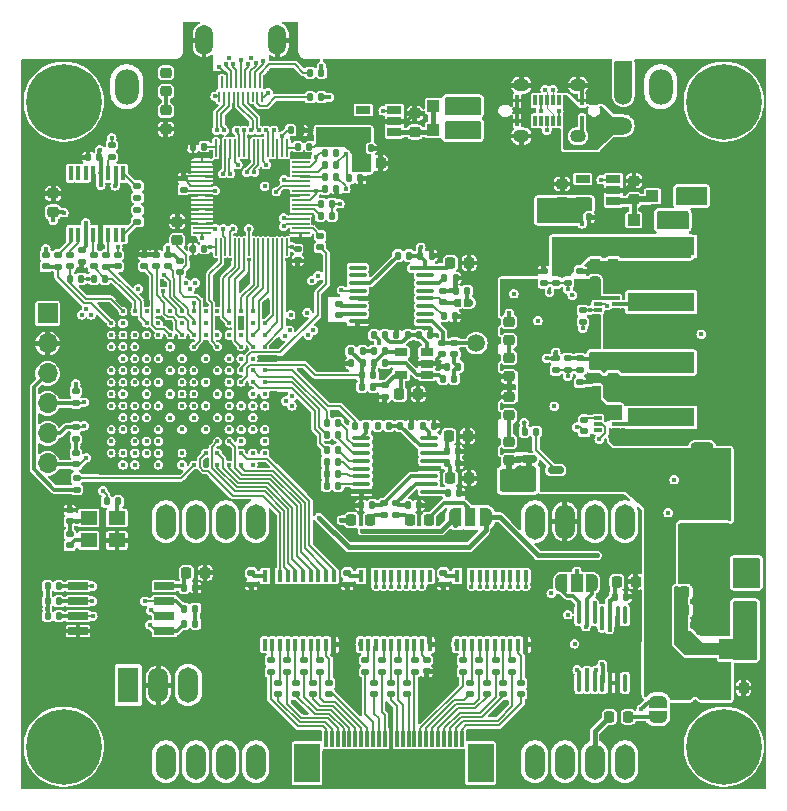
<source format=gbr>
%TF.GenerationSoftware,KiCad,Pcbnew,8.0.7*%
%TF.CreationDate,2025-01-06T22:32:21+01:00*%
%TF.ProjectId,hd_64_v0,68645f36-345f-4763-902e-6b696361645f,0.2*%
%TF.SameCoordinates,PX4737720PY55fe290*%
%TF.FileFunction,Copper,L1,Top*%
%TF.FilePolarity,Positive*%
%FSLAX46Y46*%
G04 Gerber Fmt 4.6, Leading zero omitted, Abs format (unit mm)*
G04 Created by KiCad (PCBNEW 8.0.7) date 2025-01-06 22:32:21*
%MOMM*%
%LPD*%
G01*
G04 APERTURE LIST*
G04 Aperture macros list*
%AMRoundRect*
0 Rectangle with rounded corners*
0 $1 Rounding radius*
0 $2 $3 $4 $5 $6 $7 $8 $9 X,Y pos of 4 corners*
0 Add a 4 corners polygon primitive as box body*
4,1,4,$2,$3,$4,$5,$6,$7,$8,$9,$2,$3,0*
0 Add four circle primitives for the rounded corners*
1,1,$1+$1,$2,$3*
1,1,$1+$1,$4,$5*
1,1,$1+$1,$6,$7*
1,1,$1+$1,$8,$9*
0 Add four rect primitives between the rounded corners*
20,1,$1+$1,$2,$3,$4,$5,0*
20,1,$1+$1,$4,$5,$6,$7,0*
20,1,$1+$1,$6,$7,$8,$9,0*
20,1,$1+$1,$8,$9,$2,$3,0*%
%AMOutline5P*
0 Free polygon, 5 corners , with rotation*
0 The origin of the aperture is its center*
0 number of corners: always 5*
0 $1 to $10 corner X, Y*
0 $11 Rotation angle, in degrees counterclockwise*
0 create outline with 5 corners*
4,1,5,$1,$2,$3,$4,$5,$6,$7,$8,$9,$10,$1,$2,$11*%
%AMOutline6P*
0 Free polygon, 6 corners , with rotation*
0 The origin of the aperture is its center*
0 number of corners: always 6*
0 $1 to $12 corner X, Y*
0 $13 Rotation angle, in degrees counterclockwise*
0 create outline with 6 corners*
4,1,6,$1,$2,$3,$4,$5,$6,$7,$8,$9,$10,$11,$12,$1,$2,$13*%
%AMOutline7P*
0 Free polygon, 7 corners , with rotation*
0 The origin of the aperture is its center*
0 number of corners: always 7*
0 $1 to $14 corner X, Y*
0 $15 Rotation angle, in degrees counterclockwise*
0 create outline with 7 corners*
4,1,7,$1,$2,$3,$4,$5,$6,$7,$8,$9,$10,$11,$12,$13,$14,$1,$2,$15*%
%AMOutline8P*
0 Free polygon, 8 corners , with rotation*
0 The origin of the aperture is its center*
0 number of corners: always 8*
0 $1 to $16 corner X, Y*
0 $17 Rotation angle, in degrees counterclockwise*
0 create outline with 8 corners*
4,1,8,$1,$2,$3,$4,$5,$6,$7,$8,$9,$10,$11,$12,$13,$14,$15,$16,$1,$2,$17*%
%AMFreePoly0*
4,1,19,0.550000,-0.750000,0.000000,-0.750000,0.000000,-0.744911,-0.071157,-0.744911,-0.207708,-0.704816,-0.327430,-0.627875,-0.420627,-0.520320,-0.479746,-0.390866,-0.500000,-0.250000,-0.500000,0.250000,-0.479746,0.390866,-0.420627,0.520320,-0.327430,0.627875,-0.207708,0.704816,-0.071157,0.744911,0.000000,0.744911,0.000000,0.750000,0.550000,0.750000,0.550000,-0.750000,0.550000,-0.750000,
$1*%
%AMFreePoly1*
4,1,19,0.000000,0.744911,0.071157,0.744911,0.207708,0.704816,0.327430,0.627875,0.420627,0.520320,0.479746,0.390866,0.500000,0.250000,0.500000,-0.250000,0.479746,-0.390866,0.420627,-0.520320,0.327430,-0.627875,0.207708,-0.704816,0.071157,-0.744911,0.000000,-0.744911,0.000000,-0.750000,-0.550000,-0.750000,-0.550000,0.750000,0.000000,0.750000,0.000000,0.744911,0.000000,0.744911,
$1*%
%AMFreePoly2*
4,1,9,3.862500,-0.866500,0.737500,-0.866500,0.737500,-0.450000,-0.737500,-0.450000,-0.737500,0.450000,0.737500,0.450000,0.737500,0.866500,3.862500,0.866500,3.862500,-0.866500,3.862500,-0.866500,$1*%
%AMFreePoly3*
4,1,19,0.500000,-0.750000,0.000000,-0.750000,0.000000,-0.744911,-0.071157,-0.744911,-0.207708,-0.704816,-0.327430,-0.627875,-0.420627,-0.520320,-0.479746,-0.390866,-0.500000,-0.250000,-0.500000,0.250000,-0.479746,0.390866,-0.420627,0.520320,-0.327430,0.627875,-0.207708,0.704816,-0.071157,0.744911,0.000000,0.744911,0.000000,0.750000,0.500000,0.750000,0.500000,-0.750000,0.500000,-0.750000,
$1*%
%AMFreePoly4*
4,1,19,0.000000,0.744911,0.071157,0.744911,0.207708,0.704816,0.327430,0.627875,0.420627,0.520320,0.479746,0.390866,0.500000,0.250000,0.500000,-0.250000,0.479746,-0.390866,0.420627,-0.520320,0.327430,-0.627875,0.207708,-0.704816,0.071157,-0.744911,0.000000,-0.744911,0.000000,-0.750000,-0.500000,-0.750000,-0.500000,0.750000,0.000000,0.750000,0.000000,0.744911,0.000000,0.744911,
$1*%
G04 Aperture macros list end*
%TA.AperFunction,SMDPad,CuDef*%
%ADD10FreePoly0,0.000000*%
%TD*%
%TA.AperFunction,SMDPad,CuDef*%
%ADD11R,1.000000X1.500000*%
%TD*%
%TA.AperFunction,SMDPad,CuDef*%
%ADD12FreePoly1,0.000000*%
%TD*%
%TA.AperFunction,SMDPad,CuDef*%
%ADD13RoundRect,0.218750X0.256250X-0.218750X0.256250X0.218750X-0.256250X0.218750X-0.256250X-0.218750X0*%
%TD*%
%TA.AperFunction,SMDPad,CuDef*%
%ADD14RoundRect,0.147500X0.172500X-0.147500X0.172500X0.147500X-0.172500X0.147500X-0.172500X-0.147500X0*%
%TD*%
%TA.AperFunction,SMDPad,CuDef*%
%ADD15RoundRect,0.147500X-0.172500X0.147500X-0.172500X-0.147500X0.172500X-0.147500X0.172500X0.147500X0*%
%TD*%
%TA.AperFunction,ComponentPad*%
%ADD16O,2.000000X3.000000*%
%TD*%
%TA.AperFunction,ComponentPad*%
%ADD17C,6.400000*%
%TD*%
%TA.AperFunction,SMDPad,CuDef*%
%ADD18RoundRect,0.150000X0.512500X0.150000X-0.512500X0.150000X-0.512500X-0.150000X0.512500X-0.150000X0*%
%TD*%
%TA.AperFunction,SMDPad,CuDef*%
%ADD19RoundRect,0.147500X-0.147500X-0.172500X0.147500X-0.172500X0.147500X0.172500X-0.147500X0.172500X0*%
%TD*%
%TA.AperFunction,SMDPad,CuDef*%
%ADD20RoundRect,0.147500X0.147500X0.172500X-0.147500X0.172500X-0.147500X-0.172500X0.147500X-0.172500X0*%
%TD*%
%TA.AperFunction,SMDPad,CuDef*%
%ADD21C,1.500000*%
%TD*%
%TA.AperFunction,SMDPad,CuDef*%
%ADD22R,0.400000X1.000000*%
%TD*%
%TA.AperFunction,SMDPad,CuDef*%
%ADD23RoundRect,0.100000X0.637500X0.100000X-0.637500X0.100000X-0.637500X-0.100000X0.637500X-0.100000X0*%
%TD*%
%TA.AperFunction,SMDPad,CuDef*%
%ADD24R,1.300000X0.900000*%
%TD*%
%TA.AperFunction,SMDPad,CuDef*%
%ADD25FreePoly2,0.000000*%
%TD*%
%TA.AperFunction,SMDPad,CuDef*%
%ADD26RoundRect,0.218750X-0.218750X-0.256250X0.218750X-0.256250X0.218750X0.256250X-0.218750X0.256250X0*%
%TD*%
%TA.AperFunction,SMDPad,CuDef*%
%ADD27R,0.400000X1.200000*%
%TD*%
%TA.AperFunction,SMDPad,CuDef*%
%ADD28R,2.200000X3.300000*%
%TD*%
%TA.AperFunction,SMDPad,CuDef*%
%ADD29R,0.300000X1.400000*%
%TD*%
%TA.AperFunction,SMDPad,CuDef*%
%ADD30RoundRect,0.100000X-0.637500X-0.100000X0.637500X-0.100000X0.637500X0.100000X-0.637500X0.100000X0*%
%TD*%
%TA.AperFunction,SMDPad,CuDef*%
%ADD31R,1.000000X1.000000*%
%TD*%
%TA.AperFunction,SMDPad,CuDef*%
%ADD32R,5.700000X1.600000*%
%TD*%
%TA.AperFunction,SMDPad,CuDef*%
%ADD33RoundRect,0.250000X-0.700000X1.825000X-0.700000X-1.825000X0.700000X-1.825000X0.700000X1.825000X0*%
%TD*%
%TA.AperFunction,SMDPad,CuDef*%
%ADD34R,1.060000X0.650000*%
%TD*%
%TA.AperFunction,SMDPad,CuDef*%
%ADD35RoundRect,0.218750X0.218750X0.256250X-0.218750X0.256250X-0.218750X-0.256250X0.218750X-0.256250X0*%
%TD*%
%TA.AperFunction,ComponentPad*%
%ADD36O,1.346200X1.092200*%
%TD*%
%TA.AperFunction,SMDPad,CuDef*%
%ADD37R,0.304800X0.863600*%
%TD*%
%TA.AperFunction,SMDPad,CuDef*%
%ADD38RoundRect,0.218750X-0.256250X0.218750X-0.256250X-0.218750X0.256250X-0.218750X0.256250X0.218750X0*%
%TD*%
%TA.AperFunction,ComponentPad*%
%ADD39O,1.700000X3.000000*%
%TD*%
%TA.AperFunction,SMDPad,CuDef*%
%ADD40R,0.700000X0.340000*%
%TD*%
%TA.AperFunction,SMDPad,CuDef*%
%ADD41R,1.400000X1.200000*%
%TD*%
%TA.AperFunction,SMDPad,CuDef*%
%ADD42R,0.900000X1.500000*%
%TD*%
%TA.AperFunction,SMDPad,CuDef*%
%ADD43RoundRect,0.062500X0.687500X0.062500X-0.687500X0.062500X-0.687500X-0.062500X0.687500X-0.062500X0*%
%TD*%
%TA.AperFunction,SMDPad,CuDef*%
%ADD44RoundRect,0.062500X0.062500X0.687500X-0.062500X0.687500X-0.062500X-0.687500X0.062500X-0.687500X0*%
%TD*%
%TA.AperFunction,SMDPad,CuDef*%
%ADD45R,1.220000X0.650000*%
%TD*%
%TA.AperFunction,SMDPad,CuDef*%
%ADD46R,1.700000X0.650000*%
%TD*%
%TA.AperFunction,SMDPad,CuDef*%
%ADD47C,0.450000*%
%TD*%
%TA.AperFunction,SMDPad,CuDef*%
%ADD48R,0.230000X0.850000*%
%TD*%
%TA.AperFunction,SMDPad,CuDef*%
%ADD49R,0.230000X1.000000*%
%TD*%
%TA.AperFunction,SMDPad,CuDef*%
%ADD50R,2.400000X1.380000*%
%TD*%
%TA.AperFunction,ComponentPad*%
%ADD51O,1.500000X2.550000*%
%TD*%
%TA.AperFunction,SMDPad,CuDef*%
%ADD52RoundRect,0.100000X0.100000X-0.637500X0.100000X0.637500X-0.100000X0.637500X-0.100000X-0.637500X0*%
%TD*%
%TA.AperFunction,ComponentPad*%
%ADD53R,1.700000X1.700000*%
%TD*%
%TA.AperFunction,ComponentPad*%
%ADD54O,1.700000X1.700000*%
%TD*%
%TA.AperFunction,ComponentPad*%
%ADD55R,1.700000X3.000000*%
%TD*%
%TA.AperFunction,SMDPad,CuDef*%
%ADD56Outline6P,-0.381000X0.120000X-0.201000X0.300000X0.381000X0.300000X0.381000X-0.300000X-0.201000X-0.300000X-0.381000X-0.120000X180.000000*%
%TD*%
%TA.AperFunction,SMDPad,CuDef*%
%ADD57Outline6P,-0.381000X0.300000X0.201000X0.300000X0.381000X0.120000X0.381000X-0.120000X0.201000X-0.300000X-0.381000X-0.300000X180.000000*%
%TD*%
%TA.AperFunction,SMDPad,CuDef*%
%ADD58FreePoly3,270.000000*%
%TD*%
%TA.AperFunction,SMDPad,CuDef*%
%ADD59FreePoly4,270.000000*%
%TD*%
%TA.AperFunction,ViaPad*%
%ADD60C,0.400000*%
%TD*%
%TA.AperFunction,ViaPad*%
%ADD61C,0.450000*%
%TD*%
%TA.AperFunction,Conductor*%
%ADD62C,0.300000*%
%TD*%
%TA.AperFunction,Conductor*%
%ADD63C,0.400000*%
%TD*%
%TA.AperFunction,Conductor*%
%ADD64C,0.200000*%
%TD*%
%TA.AperFunction,Conductor*%
%ADD65C,0.500000*%
%TD*%
%TA.AperFunction,Conductor*%
%ADD66C,0.120000*%
%TD*%
%TA.AperFunction,Conductor*%
%ADD67C,0.110000*%
%TD*%
G04 APERTURE END LIST*
D10*
X45944000Y17653000D03*
D11*
X47244000Y17653000D03*
D12*
X48544000Y17653000D03*
D13*
X2924000Y49082500D03*
X2924000Y50657500D03*
D14*
X36888500Y37036000D03*
X36888500Y38006000D03*
D15*
X33528000Y11130000D03*
X33528000Y10160000D03*
D14*
X4826000Y27709000D03*
X4826000Y28679000D03*
D15*
X38989000Y11130000D03*
X38989000Y10160000D03*
D16*
X54356000Y59690000D03*
D15*
X30099000Y9225000D03*
X30099000Y8255000D03*
D17*
X59690000Y3810000D03*
D18*
X45460500Y27244000D03*
X45460500Y29144000D03*
X43185500Y28194000D03*
D19*
X2436000Y17399000D03*
X3406000Y17399000D03*
D20*
X29949000Y24257000D03*
X28979000Y24257000D03*
D13*
X52093000Y50139500D03*
X52093000Y51714500D03*
D21*
X51181000Y58928000D03*
D22*
X28952000Y12444000D03*
X29602000Y12444000D03*
X30252000Y12444000D03*
X30902000Y12444000D03*
X31552000Y12444000D03*
X32202000Y12444000D03*
X32852000Y12444000D03*
X33502000Y12444000D03*
X34152000Y12444000D03*
X34802000Y12444000D03*
X34802000Y18244000D03*
X34152000Y18244000D03*
X33502000Y18244000D03*
X32852000Y18244000D03*
X32202000Y18244000D03*
X31552000Y18244000D03*
X30902000Y18244000D03*
X30252000Y18244000D03*
X29602000Y18244000D03*
X28952000Y18244000D03*
D23*
X34739500Y25411000D03*
X34739500Y26061000D03*
X34739500Y26711000D03*
X34739500Y27361000D03*
X34739500Y28011000D03*
X34739500Y28661000D03*
X34739500Y29311000D03*
X34739500Y29961000D03*
X29014500Y29961000D03*
X29014500Y29311000D03*
X29014500Y28661000D03*
X29014500Y28011000D03*
X29014500Y27361000D03*
X29014500Y26711000D03*
X29014500Y26061000D03*
X29014500Y25411000D03*
D15*
X30929500Y24402000D03*
X30929500Y23432000D03*
D20*
X24615000Y54610000D03*
X23645000Y54610000D03*
D24*
X58476500Y13589000D03*
D25*
X58564000Y12089000D03*
D24*
X58476500Y10589000D03*
D15*
X25527000Y11130000D03*
X25527000Y10160000D03*
D20*
X51412000Y16510000D03*
X50442000Y16510000D03*
D14*
X5334000Y44854000D03*
X5334000Y45824000D03*
D20*
X37188000Y27813000D03*
X36218000Y27813000D03*
D26*
X56362500Y16891000D03*
X57937500Y16891000D03*
D15*
X42545000Y9225000D03*
X42545000Y8255000D03*
D26*
X33121500Y22987000D03*
X34696500Y22987000D03*
D19*
X28139000Y36270000D03*
X29109000Y36270000D03*
D27*
X4401500Y47170000D03*
X5036500Y47170000D03*
X5671500Y47170000D03*
X6306500Y47170000D03*
X6941500Y47170000D03*
X7576500Y47170000D03*
X8211500Y47170000D03*
X8846500Y47170000D03*
X8846500Y52370000D03*
X8211500Y52370000D03*
X7576500Y52370000D03*
X6941500Y52370000D03*
X6306500Y52370000D03*
X5671500Y52370000D03*
X5036500Y52370000D03*
X4401500Y52370000D03*
D28*
X24400000Y2407500D03*
X39100000Y2407500D03*
D29*
X26000000Y4477500D03*
X26500000Y4477500D03*
X27000000Y4477500D03*
X27500000Y4477500D03*
X28000000Y4477500D03*
X28500000Y4477500D03*
X29000000Y4477500D03*
X29500000Y4477500D03*
X30000000Y4477500D03*
X30500000Y4477500D03*
X31000000Y4477500D03*
X31500000Y4477500D03*
X32000000Y4477500D03*
X32500000Y4477500D03*
X33000000Y4477500D03*
X33500000Y4477500D03*
X34000000Y4477500D03*
X34500000Y4477500D03*
X35000000Y4477500D03*
X35500000Y4477500D03*
X36000000Y4477500D03*
X36500000Y4477500D03*
X37000000Y4477500D03*
X37500000Y4477500D03*
D15*
X30734000Y11130000D03*
X30734000Y10160000D03*
D20*
X27028000Y28956000D03*
X26058000Y28956000D03*
D30*
X28692000Y44368000D03*
X28692000Y43718000D03*
X28692000Y43068000D03*
X28692000Y42418000D03*
X28692000Y41768000D03*
X28692000Y41118000D03*
X28692000Y40468000D03*
X28692000Y39818000D03*
X34417000Y39818000D03*
X34417000Y40468000D03*
X34417000Y41118000D03*
X34417000Y41768000D03*
X34417000Y42418000D03*
X34417000Y43068000D03*
X34417000Y43718000D03*
X34417000Y44368000D03*
D15*
X7386000Y45429000D03*
X7386000Y44459000D03*
D31*
X61595000Y18014000D03*
X61595000Y15514000D03*
D32*
X54399000Y41465000D03*
X54399000Y46165000D03*
D20*
X26520000Y48768000D03*
X25550000Y48768000D03*
X34833500Y38664000D03*
X33863500Y38664000D03*
D26*
X28168500Y22987000D03*
X29743500Y22987000D03*
D19*
X29039000Y34270000D03*
X30009000Y34270000D03*
D20*
X29822000Y54483000D03*
X28852000Y54483000D03*
D15*
X29337000Y11130000D03*
X29337000Y10160000D03*
D33*
X57872500Y27478000D03*
X57872500Y20528000D03*
D13*
X41529000Y35153500D03*
X41529000Y36728500D03*
D19*
X23010000Y56007000D03*
X23980000Y56007000D03*
D26*
X36423500Y30099000D03*
X37998500Y30099000D03*
D31*
X53657000Y50419000D03*
X56157000Y50419000D03*
D20*
X36934000Y40259000D03*
X35964000Y40259000D03*
D34*
X34559500Y35301000D03*
X34559500Y36251000D03*
X34559500Y37201000D03*
X32359500Y37201000D03*
X32359500Y35301000D03*
D35*
X38125500Y44760000D03*
X36550500Y44760000D03*
D15*
X23624000Y45955000D03*
X23624000Y44985000D03*
D19*
X26058000Y26924000D03*
X27028000Y26924000D03*
D14*
X19685000Y17526000D03*
X19685000Y18496000D03*
D36*
X47358000Y55507999D03*
X42558000Y55507999D03*
X47358000Y59808001D03*
X42558000Y59808001D03*
D37*
X47708000Y56793000D03*
X46208000Y56793000D03*
X45708001Y56793000D03*
X45208000Y56793000D03*
X44708000Y56793000D03*
X44207999Y56793000D03*
X43708000Y56793000D03*
X42208000Y56793000D03*
X42208000Y58523000D03*
X43708000Y58523000D03*
X44207999Y58523000D03*
X44708000Y58523000D03*
X45208000Y58523000D03*
X45708001Y58523000D03*
X46208000Y58523000D03*
X47708000Y58523000D03*
D20*
X5311000Y43434000D03*
X4341000Y43434000D03*
D14*
X47541000Y43076000D03*
X47541000Y44046000D03*
D20*
X15725000Y54610000D03*
X14755000Y54610000D03*
D19*
X32916000Y24257000D03*
X33886000Y24257000D03*
D26*
X50647500Y17780000D03*
X52222500Y17780000D03*
D20*
X48280000Y48641000D03*
X47310000Y48641000D03*
X33251000Y30988000D03*
X32281000Y30988000D03*
D19*
X28139000Y37270000D03*
X29109000Y37270000D03*
D21*
X38735000Y37973000D03*
D15*
X4318000Y21821000D03*
X4318000Y20851000D03*
X26289000Y9225000D03*
X26289000Y8255000D03*
D26*
X48785500Y43180000D03*
X50360500Y43180000D03*
D20*
X36992500Y43490000D03*
X36022500Y43490000D03*
X26520000Y49784000D03*
X25550000Y49784000D03*
D15*
X4924000Y26555000D03*
X4924000Y25585000D03*
D38*
X50335000Y46253500D03*
X50335000Y44678500D03*
D20*
X27028000Y31242000D03*
X26058000Y31242000D03*
D26*
X56362500Y15367000D03*
X57937500Y15367000D03*
D15*
X2286000Y45443000D03*
X2286000Y44473000D03*
D14*
X10053000Y50301000D03*
X10053000Y51271000D03*
D15*
X21971000Y9225000D03*
X21971000Y8255000D03*
D13*
X41529000Y38201500D03*
X41529000Y39776500D03*
D20*
X26901000Y52070000D03*
X25931000Y52070000D03*
D15*
X24892000Y9225000D03*
X24892000Y8255000D03*
D20*
X57127000Y14097000D03*
X56157000Y14097000D03*
D26*
X29057500Y53213000D03*
X30632500Y53213000D03*
D20*
X35156000Y30988000D03*
X34186000Y30988000D03*
D15*
X13624000Y44955000D03*
X13624000Y43985000D03*
X30988000Y34394000D03*
X30988000Y33424000D03*
D35*
X51587500Y6350000D03*
X50012500Y6350000D03*
D20*
X31346000Y30988000D03*
X30376000Y30988000D03*
D15*
X6350000Y45443000D03*
X6350000Y44473000D03*
D20*
X32928500Y38664000D03*
X31958500Y38664000D03*
D39*
X20066000Y2540000D03*
X17526000Y2540000D03*
X14986000Y2540000D03*
X12446000Y2540000D03*
D40*
X50534000Y40775000D03*
X50534000Y41275000D03*
X50534000Y41775000D03*
X49034000Y41775000D03*
X49034000Y41275000D03*
X49034000Y40775000D03*
D13*
X12446000Y56108500D03*
X12446000Y57683500D03*
D14*
X27813000Y17526000D03*
X27813000Y18496000D03*
D20*
X28933000Y51943000D03*
X27963000Y51943000D03*
D15*
X41783000Y11130000D03*
X41783000Y10160000D03*
D41*
X5912000Y21275000D03*
X8312000Y21275000D03*
X8312000Y23175000D03*
X5912000Y23175000D03*
D15*
X27109500Y41308000D03*
X27109500Y40338000D03*
D19*
X33990500Y45395000D03*
X34960500Y45395000D03*
D20*
X15709000Y45970000D03*
X14739000Y45970000D03*
X26901000Y54102000D03*
X25931000Y54102000D03*
D13*
X33528000Y55854500D03*
X33528000Y57429500D03*
D15*
X32893000Y9225000D03*
X32893000Y8255000D03*
D20*
X37315000Y25273000D03*
X36345000Y25273000D03*
D35*
X33807500Y33655000D03*
X32232500Y33655000D03*
D19*
X2436000Y16129000D03*
X3406000Y16129000D03*
X36980000Y42418000D03*
X37950000Y42418000D03*
D15*
X11624000Y45455000D03*
X11624000Y44485000D03*
D10*
X36927000Y23241000D03*
D42*
X38227000Y23241000D03*
D12*
X39527000Y23241000D03*
D15*
X10624000Y45455000D03*
X10624000Y44485000D03*
D38*
X41529000Y33426500D03*
X41529000Y31851500D03*
D15*
X45466000Y36680000D03*
X45466000Y35710000D03*
X41021000Y9225000D03*
X41021000Y8255000D03*
D43*
X23860000Y47292000D03*
X23860000Y47692000D03*
X23860000Y48092000D03*
X23860000Y48492000D03*
X23860000Y48892000D03*
X23860000Y49292000D03*
X23860000Y49692000D03*
X23860000Y50092000D03*
X23860000Y50492000D03*
X23860000Y50892000D03*
X23860000Y51292000D03*
X23860000Y51692000D03*
X23860000Y52092000D03*
X23860000Y52492000D03*
X23860000Y52892000D03*
X23860000Y53292000D03*
D44*
X22685000Y54467000D03*
X22285000Y54467000D03*
X21885000Y54467000D03*
X21485000Y54467000D03*
X21085000Y54467000D03*
X20685000Y54467000D03*
X20285000Y54467000D03*
X19885000Y54467000D03*
X19485000Y54467000D03*
X19085000Y54467000D03*
X18685000Y54467000D03*
X18285000Y54467000D03*
X17885000Y54467000D03*
X17485000Y54467000D03*
X17085000Y54467000D03*
X16685000Y54467000D03*
D43*
X15510000Y53292000D03*
X15510000Y52892000D03*
X15510000Y52492000D03*
X15510000Y52092000D03*
X15510000Y51692000D03*
X15510000Y51292000D03*
X15510000Y50892000D03*
X15510000Y50492000D03*
X15510000Y50092000D03*
X15510000Y49692000D03*
X15510000Y49292000D03*
X15510000Y48892000D03*
X15510000Y48492000D03*
X15510000Y48092000D03*
X15510000Y47692000D03*
X15510000Y47292000D03*
D44*
X16685000Y46117000D03*
X17085000Y46117000D03*
X17485000Y46117000D03*
X17885000Y46117000D03*
X18285000Y46117000D03*
X18685000Y46117000D03*
X19085000Y46117000D03*
X19485000Y46117000D03*
X19885000Y46117000D03*
X20285000Y46117000D03*
X20685000Y46117000D03*
X21085000Y46117000D03*
X21485000Y46117000D03*
X21885000Y46117000D03*
X22285000Y46117000D03*
X22685000Y46117000D03*
D15*
X3324000Y45429000D03*
X3324000Y44459000D03*
D26*
X36550500Y26543000D03*
X38125500Y26543000D03*
D15*
X47879000Y31473000D03*
X47879000Y30503000D03*
X37592000Y11130000D03*
X37592000Y10160000D03*
D13*
X46017000Y49885500D03*
X46017000Y51460500D03*
D14*
X34544000Y10183000D03*
X34544000Y11153000D03*
D15*
X31945500Y24402000D03*
X31945500Y23432000D03*
D45*
X31790000Y55819000D03*
X31790000Y56769000D03*
X31790000Y57719000D03*
X29170000Y57719000D03*
X29170000Y55819000D03*
D15*
X7874000Y54714000D03*
X7874000Y53744000D03*
X35872500Y38006000D03*
X35872500Y37036000D03*
X31496000Y9225000D03*
X31496000Y8255000D03*
D17*
X59690000Y58420000D03*
D38*
X50335000Y36601500D03*
X50335000Y35026500D03*
D20*
X29441000Y30988000D03*
X28471000Y30988000D03*
D19*
X24661000Y60870000D03*
X25631000Y60870000D03*
D20*
X27028000Y30226000D03*
X26058000Y30226000D03*
D31*
X35072000Y58039000D03*
X37572000Y58039000D03*
D14*
X13970000Y50973000D03*
X13970000Y51943000D03*
D15*
X38227000Y9225000D03*
X38227000Y8255000D03*
X32131000Y11130000D03*
X32131000Y10160000D03*
D46*
X5024000Y17410000D03*
X5024000Y16140000D03*
X5024000Y14870000D03*
X5024000Y13600000D03*
X12324000Y13600000D03*
X12324000Y14870000D03*
X12324000Y16140000D03*
X12324000Y17410000D03*
D19*
X25931000Y51054000D03*
X26901000Y51054000D03*
D39*
X51308000Y22860000D03*
X48768000Y22860000D03*
X46228000Y22860000D03*
X43688000Y22860000D03*
D15*
X40386000Y11130000D03*
X40386000Y10160000D03*
X22733000Y11130000D03*
X22733000Y10160000D03*
D16*
X9144000Y59690000D03*
D14*
X47541000Y33678000D03*
X47541000Y34648000D03*
D20*
X37188000Y28829000D03*
X36218000Y28829000D03*
D13*
X12446000Y59283500D03*
X12446000Y60858500D03*
D15*
X44450000Y44046000D03*
X44450000Y43076000D03*
D47*
X20824000Y27670000D03*
X19824000Y27670000D03*
X18824000Y27670000D03*
X17824000Y27670000D03*
X16824000Y27670000D03*
X15824000Y27670000D03*
X14824000Y27670000D03*
X13824000Y27670000D03*
X12824000Y27670000D03*
X11824000Y27670000D03*
X10824000Y27670000D03*
X9824000Y27670000D03*
X8824000Y27670000D03*
X7824000Y27670000D03*
X20824000Y28670000D03*
X19824000Y28670000D03*
X18824000Y28670000D03*
X17824000Y28670000D03*
X16824000Y28670000D03*
X15824000Y28670000D03*
X14824000Y28670000D03*
X13824000Y28670000D03*
X12824000Y28670000D03*
X11824000Y28670000D03*
X10824000Y28670000D03*
X9824000Y28670000D03*
X8824000Y28670000D03*
X7824000Y28670000D03*
X20824000Y29670000D03*
X19824000Y29670000D03*
X18824000Y29670000D03*
X17824000Y29670000D03*
X16824000Y29670000D03*
X15824000Y29670000D03*
X14824000Y29670000D03*
X13824000Y29670000D03*
X12824000Y29670000D03*
X11824000Y29670000D03*
X10824000Y29670000D03*
X9824000Y29670000D03*
X8824000Y29670000D03*
X7824000Y29670000D03*
X20824000Y30670000D03*
X19824000Y30670000D03*
X18824000Y30670000D03*
X17824000Y30670000D03*
X16824000Y30670000D03*
X15824000Y30670000D03*
X14824000Y30670000D03*
X13824000Y30670000D03*
X12824000Y30670000D03*
X11824000Y30670000D03*
X10824000Y30670000D03*
X9824000Y30670000D03*
X8824000Y30670000D03*
X7824000Y30670000D03*
X20824000Y31670000D03*
X19824000Y31670000D03*
X18824000Y31670000D03*
X17824000Y31670000D03*
X16824000Y31670000D03*
X15824000Y31670000D03*
X14824000Y31670000D03*
X13824000Y31670000D03*
X12824000Y31670000D03*
X11824000Y31670000D03*
X10824000Y31670000D03*
X9824000Y31670000D03*
X8824000Y31670000D03*
X7824000Y31670000D03*
X20824000Y32670000D03*
X19824000Y32670000D03*
X18824000Y32670000D03*
X17824000Y32670000D03*
X16824000Y32670000D03*
X15824000Y32670000D03*
X14824000Y32670000D03*
X13824000Y32670000D03*
X12824000Y32670000D03*
X11824000Y32670000D03*
X10824000Y32670000D03*
X9824000Y32670000D03*
X8824000Y32670000D03*
X7824000Y32670000D03*
X20824000Y33670000D03*
X19824000Y33670000D03*
X18824000Y33670000D03*
X17824000Y33670000D03*
X16824000Y33670000D03*
X15824000Y33670000D03*
X14824000Y33670000D03*
X13824000Y33670000D03*
X12824000Y33670000D03*
X11824000Y33670000D03*
X10824000Y33670000D03*
X9824000Y33670000D03*
X8824000Y33670000D03*
X7824000Y33670000D03*
X20824000Y34670000D03*
X19824000Y34670000D03*
X18824000Y34670000D03*
X17824000Y34670000D03*
X16824000Y34670000D03*
X15824000Y34670000D03*
X14824000Y34670000D03*
X13824000Y34670000D03*
X12824000Y34670000D03*
X11824000Y34670000D03*
X10824000Y34670000D03*
X9824000Y34670000D03*
X8824000Y34670000D03*
X7824000Y34670000D03*
X20824000Y35670000D03*
X19824000Y35670000D03*
X18824000Y35670000D03*
X17824000Y35670000D03*
X16824000Y35670000D03*
X15824000Y35670000D03*
X14824000Y35670000D03*
X13824000Y35670000D03*
X12824000Y35670000D03*
X11824000Y35670000D03*
X10824000Y35670000D03*
X9824000Y35670000D03*
X8824000Y35670000D03*
X7824000Y35670000D03*
X20824000Y36670000D03*
X19824000Y36670000D03*
X18824000Y36670000D03*
X17824000Y36670000D03*
X16824000Y36670000D03*
X15824000Y36670000D03*
X14824000Y36670000D03*
X13824000Y36670000D03*
X12824000Y36670000D03*
X11824000Y36670000D03*
X10824000Y36670000D03*
X9824000Y36670000D03*
X8824000Y36670000D03*
X7824000Y36670000D03*
X20824000Y37670000D03*
X19824000Y37670000D03*
X18824000Y37670000D03*
X17824000Y37670000D03*
X16824000Y37670000D03*
X15824000Y37670000D03*
X14824000Y37670000D03*
X13824000Y37670000D03*
X12824000Y37670000D03*
X11824000Y37670000D03*
X10824000Y37670000D03*
X9824000Y37670000D03*
X8824000Y37670000D03*
X7824000Y37670000D03*
X20824000Y38670000D03*
X19824000Y38670000D03*
X18824000Y38670000D03*
X17824000Y38670000D03*
X16824000Y38670000D03*
X15824000Y38670000D03*
X14824000Y38670000D03*
X13824000Y38670000D03*
X12824000Y38670000D03*
X11824000Y38670000D03*
X10824000Y38670000D03*
X9824000Y38670000D03*
X8824000Y38670000D03*
X7824000Y38670000D03*
X20824000Y39670000D03*
X19824000Y39670000D03*
X18824000Y39670000D03*
X17824000Y39670000D03*
X16824000Y39670000D03*
X15824000Y39670000D03*
X14824000Y39670000D03*
X13824000Y39670000D03*
X12824000Y39670000D03*
X11824000Y39670000D03*
X10824000Y39670000D03*
X9824000Y39670000D03*
X8824000Y39670000D03*
X7824000Y39670000D03*
X20824000Y40670000D03*
X19824000Y40670000D03*
X18824000Y40670000D03*
X17824000Y40670000D03*
X16824000Y40670000D03*
X15824000Y40670000D03*
X14824000Y40670000D03*
X13824000Y40670000D03*
X12824000Y40670000D03*
X11824000Y40670000D03*
X10824000Y40670000D03*
X9824000Y40670000D03*
X8824000Y40670000D03*
X7824000Y40670000D03*
D20*
X43792000Y30480000D03*
X42822000Y30480000D03*
D14*
X35941000Y17526000D03*
X35941000Y18496000D03*
D48*
X16996000Y58852000D03*
D49*
X17196000Y60077000D03*
D48*
X17396000Y58852000D03*
D49*
X17596000Y60077000D03*
D48*
X17796000Y58852000D03*
D49*
X17996000Y60077000D03*
D48*
X18196000Y58852000D03*
D49*
X18396000Y60077000D03*
D48*
X18596000Y58852000D03*
D49*
X18796000Y60077000D03*
D48*
X18996000Y58852000D03*
D49*
X19196000Y60077000D03*
D48*
X19396000Y58852000D03*
D49*
X19596000Y60077000D03*
D48*
X19796000Y58852000D03*
D49*
X19996000Y60077000D03*
D48*
X20196000Y58852000D03*
D49*
X20396000Y60077000D03*
D48*
X20596000Y58852000D03*
D50*
X22246000Y60267000D03*
D51*
X21896000Y63627000D03*
X15696000Y63627000D03*
D50*
X15346000Y60267000D03*
D19*
X24661000Y58801000D03*
X25631000Y58801000D03*
D39*
X51308000Y2540000D03*
X48768000Y2540000D03*
X46228000Y2540000D03*
X43688000Y2540000D03*
D20*
X31023500Y38664000D03*
X30053500Y38664000D03*
D19*
X7439000Y24570000D03*
X8409000Y24570000D03*
D40*
X50534000Y30615000D03*
X50534000Y31115000D03*
X50534000Y31615000D03*
X49034000Y31615000D03*
X49034000Y31115000D03*
X49034000Y30615000D03*
D14*
X46482000Y35710000D03*
X46482000Y36680000D03*
D38*
X48811000Y46253500D03*
X48811000Y44678500D03*
D14*
X4826000Y32916000D03*
X4826000Y33886000D03*
D20*
X14963000Y17272000D03*
X13993000Y17272000D03*
D26*
X48785500Y33528000D03*
X50360500Y33528000D03*
D15*
X12624000Y45455000D03*
X12624000Y44485000D03*
D19*
X35895500Y34981000D03*
X36865500Y34981000D03*
D17*
X3810000Y3810000D03*
D20*
X37188000Y35997000D03*
X36218000Y35997000D03*
D15*
X4824000Y30855000D03*
X4824000Y29885000D03*
D52*
X47453000Y9202500D03*
X48103000Y9202500D03*
X48753000Y9202500D03*
X49403000Y9202500D03*
X50053000Y9202500D03*
X50703000Y9202500D03*
X51353000Y9202500D03*
X51353000Y14927500D03*
X50703000Y14927500D03*
X50053000Y14927500D03*
X49403000Y14927500D03*
X48753000Y14927500D03*
X48103000Y14927500D03*
X47453000Y14927500D03*
D53*
X2438000Y40488000D03*
D54*
X2438000Y37948000D03*
X2438000Y35408000D03*
X2438000Y32868000D03*
X2438000Y30328000D03*
X2438000Y27788000D03*
D38*
X41529000Y29616500D03*
X41529000Y28041500D03*
D19*
X32085500Y45395000D03*
X33055500Y45395000D03*
D20*
X31009000Y37270000D03*
X30039000Y37270000D03*
D31*
X52070000Y48387000D03*
X54570000Y48387000D03*
D45*
X50355000Y49977000D03*
X50355000Y50927000D03*
X50355000Y51877000D03*
X47735000Y51877000D03*
X47735000Y49977000D03*
D15*
X8382000Y45443000D03*
X8382000Y44473000D03*
X46482000Y44046000D03*
X46482000Y43076000D03*
D19*
X26058000Y27940000D03*
X27028000Y27940000D03*
D20*
X14963000Y14224000D03*
X13993000Y14224000D03*
D15*
X4318000Y45443000D03*
X4318000Y44473000D03*
D14*
X10053000Y48269000D03*
X10053000Y49239000D03*
D20*
X26901000Y53086000D03*
X25931000Y53086000D03*
D14*
X45466000Y43076000D03*
X45466000Y44046000D03*
D13*
X13424000Y46682500D03*
X13424000Y48257500D03*
D26*
X59791500Y8787000D03*
X61366500Y8787000D03*
D19*
X26058000Y25908000D03*
X27028000Y25908000D03*
D20*
X14963000Y15494000D03*
X13993000Y15494000D03*
D32*
X54399000Y31686000D03*
X54399000Y36386000D03*
D19*
X2436000Y14870000D03*
X3406000Y14870000D03*
D15*
X25524000Y47055000D03*
X25524000Y46085000D03*
D39*
X20066000Y22860000D03*
X17526000Y22860000D03*
X14986000Y22860000D03*
X12446000Y22860000D03*
D26*
X14198500Y18542000D03*
X15773500Y18542000D03*
D15*
X23495000Y9225000D03*
X23495000Y8255000D03*
D19*
X6350000Y43434000D03*
X7320000Y43434000D03*
D15*
X21336000Y11130000D03*
X21336000Y10160000D03*
X47498000Y36680000D03*
X47498000Y35710000D03*
D14*
X35941000Y41425000D03*
X35941000Y42395000D03*
D15*
X24130000Y11130000D03*
X24130000Y10160000D03*
D19*
X5865000Y53721000D03*
X6835000Y53721000D03*
D55*
X9271000Y9017000D03*
D39*
X11811000Y9017000D03*
X14351000Y9017000D03*
D22*
X37080000Y12444000D03*
X37730000Y12444000D03*
X38380000Y12444000D03*
X39030000Y12444000D03*
X39680000Y12444000D03*
X40330000Y12444000D03*
X40980000Y12444000D03*
X41630000Y12444000D03*
X42280000Y12444000D03*
X42930000Y12444000D03*
X42930000Y18244000D03*
X42280000Y18244000D03*
X41630000Y18244000D03*
X40980000Y18244000D03*
X40330000Y18244000D03*
X39680000Y18244000D03*
X39030000Y18244000D03*
X38380000Y18244000D03*
X37730000Y18244000D03*
X37080000Y18244000D03*
D15*
X47752000Y40744000D03*
X47752000Y39774000D03*
D56*
X38100000Y41402000D03*
D57*
X37084000Y41402000D03*
D15*
X39624000Y9225000D03*
X39624000Y8255000D03*
D19*
X29039000Y35270000D03*
X30009000Y35270000D03*
D15*
X4318000Y23853000D03*
X4318000Y22883000D03*
D38*
X48811000Y36601500D03*
X48811000Y35026500D03*
D20*
X31009000Y36270000D03*
X30039000Y36270000D03*
D17*
X3810000Y58420000D03*
D31*
X35072000Y56007000D03*
X37572000Y56007000D03*
D21*
X51181000Y56388000D03*
D58*
X54102000Y7635000D03*
D59*
X54102000Y6335000D03*
D22*
X20824000Y12444000D03*
X21474000Y12444000D03*
X22124000Y12444000D03*
X22774000Y12444000D03*
X23424000Y12444000D03*
X24074000Y12444000D03*
X24724000Y12444000D03*
X25374000Y12444000D03*
X26024000Y12444000D03*
X26674000Y12444000D03*
X26674000Y18244000D03*
X26024000Y18244000D03*
X25374000Y18244000D03*
X24724000Y18244000D03*
X24074000Y18244000D03*
X23424000Y18244000D03*
X22774000Y18244000D03*
X22124000Y18244000D03*
X21474000Y18244000D03*
X20824000Y18244000D03*
D60*
X29845000Y21463000D03*
X37668886Y22002827D03*
X41275000Y20320000D03*
X25400000Y23206003D03*
X59690000Y13589000D03*
X11104000Y49230000D03*
X21684000Y28260000D03*
X45847000Y9017000D03*
X51943000Y10287000D03*
X48006000Y13970000D03*
X49286563Y16261433D03*
X46609000Y18923000D03*
X44577000Y17272000D03*
X47244000Y18669000D03*
X48753000Y15987000D03*
X48641000Y13716000D03*
X49403000Y13843000D03*
X49657000Y4699000D03*
X47244000Y5080000D03*
X49403000Y10795000D03*
X50038000Y10795000D03*
X48895000Y10287000D03*
X48133000Y10287000D03*
X47272658Y10301329D03*
X55753000Y6604000D03*
X52070000Y16764000D03*
X52578000Y29718000D03*
X37973000Y25273000D03*
X45212000Y55626000D03*
X30607000Y54737000D03*
X36924000Y1270000D03*
X14859000Y16510000D03*
X20193000Y8890000D03*
X6624000Y25070000D03*
X54483000Y57277000D03*
X3937000Y50673000D03*
X16637000Y20828000D03*
X16124000Y56170000D03*
X16637000Y15367000D03*
X30607000Y56642000D03*
X16637000Y18542000D03*
X25527000Y35814000D03*
X32624000Y1270000D03*
X5724000Y33570000D03*
X14824000Y29670000D03*
X34824000Y13370000D03*
X43180000Y10033000D03*
X16256000Y1397000D03*
X62484000Y8763000D03*
X49149000Y49784000D03*
X52832000Y44577000D03*
X18923000Y43180000D03*
X21524000Y17270000D03*
X6731000Y14478000D03*
X30607000Y55753000D03*
X14351000Y11303000D03*
X21590000Y5334000D03*
X23624000Y44970000D03*
X52114000Y52705000D03*
X42164000Y22860000D03*
X17624000Y51770000D03*
X51435000Y30353000D03*
X12824000Y29670000D03*
X22606000Y52705000D03*
X35687000Y22987000D03*
X19177000Y56769000D03*
X16256000Y44704000D03*
X41148000Y24384000D03*
X35179000Y31623000D03*
X41275000Y16764000D03*
X20024000Y16670000D03*
X6731000Y19177000D03*
X34524000Y9270000D03*
X15524000Y57390000D03*
X37211000Y32893000D03*
X21463000Y19431000D03*
X59436000Y18669000D03*
X51689000Y53213000D03*
X31877000Y16764000D03*
X27813000Y16764000D03*
X57404000Y17907000D03*
X12824000Y30670000D03*
X62484000Y9779000D03*
X31924000Y39370000D03*
X44929342Y42276671D03*
X6424000Y37670000D03*
X29624000Y17170000D03*
X53213000Y51816000D03*
X48514000Y10795000D03*
X46482000Y53086000D03*
X6223000Y18034000D03*
X30607000Y51943000D03*
X59182000Y43942000D03*
X45945342Y15254329D03*
X17824000Y37670000D03*
X50546000Y39370000D03*
X18415000Y20828000D03*
X12446000Y20828000D03*
X42545000Y16764000D03*
X31024000Y28470000D03*
X36322000Y9525000D03*
X25724000Y33870000D03*
X33528000Y36576000D03*
X42926000Y19304000D03*
X7824000Y36670000D03*
X9398000Y49784000D03*
X38124000Y45570000D03*
X52832000Y43053000D03*
X38862000Y48514000D03*
X40640000Y6985000D03*
X33824000Y32570000D03*
X32258000Y29845000D03*
X50292000Y29718000D03*
X5024000Y12770000D03*
X39497000Y52451000D03*
X16524000Y53270000D03*
X9525000Y16891000D03*
X50624000Y13770000D03*
X34544000Y48768000D03*
X59944000Y34290000D03*
X45466000Y53086000D03*
X40005000Y16764000D03*
X22352000Y57531000D03*
X16637000Y11303000D03*
X10824000Y30670000D03*
X13824000Y29670000D03*
X34798000Y24270000D03*
X33147000Y58801000D03*
X11824000Y31670000D03*
X61595000Y39751000D03*
X58928000Y14859000D03*
X20824000Y31670000D03*
X12824000Y28670000D03*
X26524000Y29591000D03*
X28067000Y32893000D03*
X50546000Y40005000D03*
X14351000Y26289000D03*
X25146000Y22606000D03*
X18415000Y9906000D03*
X28575000Y7366000D03*
X10541000Y46355000D03*
X29845000Y51943000D03*
X9824000Y33670000D03*
X8255000Y42291000D03*
X22724000Y36770000D03*
X16989342Y61326671D03*
X42524000Y13670000D03*
X7824000Y40670000D03*
X59436000Y22352000D03*
X8763000Y5461000D03*
X2624000Y20970000D03*
X24765000Y56007000D03*
X38735000Y16764000D03*
X12824000Y36670000D03*
X33401000Y27686000D03*
X38989000Y43180000D03*
X12324000Y43070000D03*
X7824000Y31670000D03*
D61*
X26924000Y54070000D03*
D60*
X14824000Y30670000D03*
X13824000Y31670000D03*
D61*
X20824000Y40670000D03*
D60*
X30480000Y26162000D03*
X25324000Y36770000D03*
X37624000Y17170000D03*
X37719000Y40259000D03*
X45339000Y32639000D03*
X56261000Y54102000D03*
X59436000Y20574000D03*
X30226000Y45720000D03*
X18415000Y7112000D03*
X22987000Y14351000D03*
X33528000Y58166000D03*
X14351000Y61468000D03*
X52705000Y33274000D03*
X3429000Y34163000D03*
X52705000Y34798000D03*
X24964000Y30070000D03*
X34417000Y16764000D03*
X8824000Y29670000D03*
X47498000Y1270000D03*
X12319000Y19304000D03*
X55880000Y29718000D03*
X18415000Y15367000D03*
X5842000Y54483000D03*
X12824000Y39670000D03*
X43942000Y39878000D03*
X13081000Y58570000D03*
X35362000Y38664000D03*
X22225000Y56261000D03*
X24324000Y35270000D03*
X23324000Y37170000D03*
X42418000Y5461000D03*
X26824000Y11470000D03*
X52832000Y43815000D03*
X51943000Y34036000D03*
X18824000Y39670000D03*
X4324000Y24670000D03*
X23876000Y31369000D03*
X32893000Y3170000D03*
X46863000Y42037000D03*
X16637000Y8382000D03*
X49657000Y53721000D03*
X9525000Y43815000D03*
X31024000Y32770000D03*
X40259000Y21463000D03*
X6858000Y42418000D03*
X59436000Y21463000D03*
X44958000Y1270000D03*
X30607000Y16764000D03*
X29824000Y41770000D03*
X28524000Y49870000D03*
X46609000Y10287000D03*
X14824000Y28670000D03*
X55245000Y39243000D03*
X5024000Y37670000D03*
X11430000Y25146000D03*
X35524000Y12370000D03*
X27159478Y23569088D03*
X61722000Y30988000D03*
X16824000Y36670000D03*
X23876000Y6985000D03*
X33909000Y58801000D03*
X7724000Y25908000D03*
X27686000Y50419000D03*
X15024000Y44770000D03*
X51943000Y33274000D03*
X14824000Y36670000D03*
X49414000Y50870000D03*
X14097000Y56261000D03*
X13970000Y52705000D03*
X13716000Y60198000D03*
X51816000Y29718000D03*
X61595000Y48133000D03*
X25400000Y24257000D03*
X51816000Y39370000D03*
X51181000Y40005000D03*
X35560000Y52451000D03*
X26670000Y56769000D03*
X41656000Y46228000D03*
X20824000Y27670000D03*
X5946835Y27712912D03*
X19658833Y51920426D03*
X15024000Y4572000D03*
X5207000Y53721000D03*
X47498000Y24003000D03*
X3429000Y29083000D03*
X19177000Y53213000D03*
X52070000Y44577000D03*
X29337000Y38100000D03*
X3810000Y26543000D03*
X36524000Y3170000D03*
X14124000Y54570000D03*
X31369000Y6985000D03*
X58928000Y15621000D03*
X21124000Y50070000D03*
X58293000Y17907000D03*
X21924000Y53170000D03*
X52705000Y34036000D03*
X13824000Y37670000D03*
X27686000Y3170000D03*
X51943000Y34798000D03*
X55626000Y43815000D03*
X10541000Y15494000D03*
X50673000Y8128000D03*
X35433000Y36251000D03*
X52578000Y8001000D03*
X52070000Y43815000D03*
X7824000Y27670000D03*
X27813000Y38989000D03*
X30353000Y48260000D03*
X57277000Y7620000D03*
X33147000Y16764000D03*
X13335000Y51943000D03*
X28067000Y21971000D03*
X26924000Y32131000D03*
X30734000Y1270000D03*
X59055000Y52832000D03*
X39370000Y35052000D03*
X35052000Y46101000D03*
X59436000Y19685000D03*
X18824000Y31670000D03*
X17794329Y62131658D03*
X18824000Y33670000D03*
X28448000Y9144000D03*
X5334000Y44196000D03*
X4318000Y9652000D03*
X44704000Y36703000D03*
X1270000Y15240000D03*
X14478000Y13081000D03*
X7124000Y22270000D03*
X54737000Y2667000D03*
X12824000Y32670000D03*
X17024000Y48270000D03*
X47371000Y11938000D03*
X26797000Y46101000D03*
X24424000Y44970000D03*
X45466000Y37211000D03*
X39024000Y26570000D03*
X16824000Y32670000D03*
X37973000Y43434000D03*
X11274000Y56000000D03*
X48768000Y19304000D03*
X51054000Y29718000D03*
X27305000Y1143000D03*
X31369000Y51943000D03*
X33274000Y31623000D03*
X38924000Y30070000D03*
X1905000Y50673000D03*
X20701000Y61849000D03*
X50038000Y8128000D03*
X16824000Y39670000D03*
X44958000Y24003000D03*
X24384000Y57785000D03*
X15824000Y37670000D03*
X34417000Y7112000D03*
X3429000Y31623000D03*
X13462000Y49270000D03*
X58928000Y16383000D03*
X27524000Y43070000D03*
X5724000Y37670000D03*
X8324000Y20170000D03*
X27432000Y57658000D03*
X39124000Y44770000D03*
X32258000Y42418000D03*
X15824000Y27670000D03*
X54991000Y23622000D03*
X16637000Y6223000D03*
X15824000Y33670000D03*
X6324000Y51370000D03*
X11444000Y53420000D03*
X41529000Y34290000D03*
X1824000Y22570000D03*
X23024000Y41970000D03*
X3424000Y23870000D03*
X12424000Y4572000D03*
X22924000Y43270000D03*
X30988000Y35306000D03*
X42926000Y11811000D03*
X50038000Y47752000D03*
X15824000Y35670000D03*
X18796000Y61976000D03*
X51181000Y39370000D03*
X16637000Y42799000D03*
X23424000Y43670000D03*
X19824000Y29670000D03*
X49022000Y48641000D03*
X20024000Y20828000D03*
X41910000Y42164000D03*
X20824000Y36670000D03*
X54229000Y29718000D03*
X52070000Y43053000D03*
X6924000Y48170000D03*
X14986000Y20828000D03*
X16824000Y34670000D03*
X12824000Y27670000D03*
X21724000Y37870000D03*
X1905000Y12954000D03*
X55499000Y26416000D03*
X8763000Y15367000D03*
X15875000Y25908000D03*
X18796000Y1397000D03*
X58928000Y17145000D03*
X22479000Y1270000D03*
X33528000Y37338000D03*
X10824000Y37670000D03*
X19824000Y48270000D03*
X25024000Y15970000D03*
X43307000Y7112000D03*
X51816000Y40005000D03*
X45974000Y52578000D03*
X10911450Y13553128D03*
X38024000Y28870000D03*
X42926000Y51943000D03*
X26624000Y13470000D03*
X9271000Y55626000D03*
X34624000Y33670000D03*
X38024000Y27770000D03*
X50038000Y1270000D03*
X44831000Y47498000D03*
X6350000Y16764000D03*
X6924000Y46070000D03*
X15824000Y31670000D03*
X5824000Y30370000D03*
X14624000Y45970000D03*
X1778000Y43053000D03*
X21909502Y48178699D03*
X42799000Y31242000D03*
X27424000Y36270000D03*
X2921000Y51689000D03*
X52578000Y53213000D03*
X44450000Y44577000D03*
X17724000Y48270000D03*
X31496000Y5588000D03*
X9824000Y39670000D03*
X12824000Y34670000D03*
X1651000Y18669000D03*
X18415000Y17907000D03*
X19645244Y62155448D03*
X62484000Y7874000D03*
X16637000Y50892000D03*
X8171000Y51294000D03*
X54653000Y35941000D03*
X19824000Y36670000D03*
X56452000Y48768000D03*
X56452000Y48006000D03*
X51986000Y35941000D03*
X19824000Y33670000D03*
X52875000Y36830000D03*
X38735000Y56388000D03*
X27686000Y51054000D03*
X23124000Y33470000D03*
X55733000Y48006000D03*
X14963000Y14859000D03*
X23024000Y40370000D03*
X2436000Y16764000D03*
X10124000Y42570000D03*
X12624000Y46070000D03*
X54653000Y36830000D03*
X26058000Y27940000D03*
D61*
X28924000Y12470000D03*
D60*
X13824000Y39670000D03*
X22624000Y33070000D03*
X4826000Y34544000D03*
D61*
X20824000Y12470000D03*
D60*
X41529000Y40513000D03*
X5324000Y40370000D03*
X8824000Y33670000D03*
X52875000Y35941000D03*
X12324000Y17370000D03*
X6858000Y54356000D03*
X5724000Y40870000D03*
X23124000Y32670000D03*
X36218000Y28829000D03*
X28404000Y18244000D03*
X51986000Y36830000D03*
X2286000Y45974000D03*
X25146000Y50892000D03*
X19824000Y39670000D03*
X6124000Y40370000D03*
X27178000Y49784000D03*
X36449000Y56388000D03*
X6941500Y51370000D03*
X30376000Y30988000D03*
X2413000Y15494000D03*
X15824000Y39670000D03*
X5842000Y43434000D03*
D61*
X37024000Y12470000D03*
D60*
X5671500Y48159500D03*
X36532000Y18244000D03*
X7874000Y55372000D03*
X8824000Y36670000D03*
X55733000Y48768000D03*
X3810000Y49022000D03*
X24424000Y40570000D03*
X2921000Y48387000D03*
X8382000Y46101000D03*
X36449000Y55626000D03*
X20276000Y18244000D03*
X4826000Y29370000D03*
X13462000Y17410000D03*
X53764000Y36830000D03*
X53764000Y35941000D03*
X8824000Y39670000D03*
X38735000Y55626000D03*
X34739500Y28661000D03*
X20824000Y51270000D03*
X4924000Y22870000D03*
X25527000Y55880000D03*
X26289000Y55118000D03*
X27051000Y55118000D03*
X26289000Y55880000D03*
X20955000Y53086000D03*
X25527000Y55118000D03*
X27051000Y55880000D03*
X18542000Y53086000D03*
X22285000Y55499000D03*
X44239000Y49149000D03*
X14924000Y43070000D03*
X23124000Y46117000D03*
X11824000Y34670000D03*
X44239000Y48387000D03*
X14124000Y43070000D03*
X11824000Y32670000D03*
X47688500Y48069500D03*
X16224000Y46101000D03*
X11824000Y36670000D03*
X45001000Y49149000D03*
X14524000Y42570000D03*
X12824000Y37670000D03*
X45001000Y48387000D03*
X44239000Y49911000D03*
X47244000Y30861000D03*
X45001000Y49911000D03*
X29083000Y22098000D03*
X30252000Y17370000D03*
X17824000Y31670000D03*
X30889712Y17371840D03*
X17824000Y30670000D03*
X31552000Y17370000D03*
X18824000Y30670000D03*
X32202000Y17370000D03*
X18824000Y29670000D03*
X32827003Y17370000D03*
X19824000Y28670000D03*
X33452006Y17370000D03*
X19824000Y27670000D03*
X20824000Y28670000D03*
X34124000Y17370000D03*
X18824000Y32670000D03*
X38324000Y17370000D03*
X20824000Y29670000D03*
X39024000Y17370000D03*
X19824000Y30670000D03*
X39649003Y17370000D03*
X40324000Y17370000D03*
X20824000Y30670000D03*
X40949003Y17370000D03*
X19824000Y31670000D03*
X19824000Y32670000D03*
X41624000Y17370000D03*
X42249003Y17370000D03*
X20824000Y32670000D03*
X42924000Y17370000D03*
X20824000Y33670000D03*
X36218000Y27813000D03*
X35687000Y44368000D03*
X62032500Y12573000D03*
X60254500Y11557000D03*
X34739500Y28011000D03*
X61143500Y11557000D03*
X34036000Y46101000D03*
X30480000Y37973000D03*
X50038000Y16129000D03*
X32359500Y35301000D03*
X31024000Y34370000D03*
X62032500Y11557000D03*
X60254500Y12573000D03*
X52705000Y6985000D03*
X33274000Y44323000D03*
X50026529Y13714943D03*
X61143500Y12573000D03*
X16624000Y58870000D03*
X25146000Y53721000D03*
X17824000Y36670000D03*
X15524000Y46870000D03*
X16824000Y40670000D03*
X16624000Y47670000D03*
X17324000Y47670000D03*
X16824000Y38670000D03*
X18124000Y47662893D03*
X17824000Y38670000D03*
X19485000Y47670000D03*
X18824000Y38670000D03*
X27028000Y31242000D03*
X22424000Y47870000D03*
X22424000Y48570000D03*
X27028000Y28956000D03*
X22479000Y51816000D03*
X18824000Y36670000D03*
X17824000Y35670000D03*
X21809000Y50800000D03*
X20066000Y61722000D03*
X21590000Y56007000D03*
X19431000Y61595000D03*
X20955000Y56007000D03*
X20320000Y56007000D03*
X19939000Y52451000D03*
X19304000Y52451000D03*
X19685000Y56007000D03*
X19050000Y56016119D03*
X18161000Y61595000D03*
X17526000Y61595000D03*
X18450094Y56005350D03*
X17922875Y52324000D03*
X17399000Y55982750D03*
X16764000Y56007000D03*
X17272000Y52324000D03*
X17824000Y33670000D03*
X27324000Y42470000D03*
X11824000Y28670000D03*
X11824000Y27670000D03*
X46779000Y45847000D03*
X47541000Y45085000D03*
X16824000Y35670000D03*
X24524000Y38670000D03*
X46779000Y45085000D03*
X15824000Y34670000D03*
X15824000Y32670000D03*
X16824000Y31670000D03*
X22924000Y39070000D03*
X15824000Y30670000D03*
X14824000Y31670000D03*
X24824000Y43270000D03*
X47541000Y46609000D03*
X12824000Y33670000D03*
X22524000Y38570000D03*
X16824000Y33670000D03*
X47541000Y45847000D03*
X25324000Y43670000D03*
X46779000Y46609000D03*
X13824000Y36670000D03*
X24924000Y39070000D03*
X12824000Y31670000D03*
X13824000Y30670000D03*
X15824000Y36670000D03*
X12824000Y35670000D03*
X9824000Y27670000D03*
X42037000Y26416000D03*
X42037000Y25781000D03*
X43307000Y25781000D03*
X42672000Y26416000D03*
X41402000Y25781000D03*
X43307000Y26416000D03*
X42672000Y25781000D03*
X41402000Y26416000D03*
X49149000Y29845000D03*
X46482000Y35179000D03*
X5524000Y32970000D03*
X15824000Y40670000D03*
X5524000Y30970000D03*
X14824000Y41370000D03*
X5724000Y28270000D03*
X15824000Y38670000D03*
X49319000Y51816000D03*
X30861000Y57658000D03*
X48387000Y40767000D03*
X46482000Y14986000D03*
X45085000Y16789500D03*
X47053500Y12509500D03*
X12324000Y43770000D03*
X6268997Y14870000D03*
X11824000Y30670000D03*
X12219022Y42370000D03*
X10668000Y16129000D03*
X11824000Y29670000D03*
X6223000Y17410000D03*
X10824000Y29670000D03*
X11168000Y15367000D03*
X13824000Y27670000D03*
X10824000Y28670000D03*
X11080750Y14128750D03*
X9824000Y28670000D03*
X6223000Y16140000D03*
X25624000Y61468000D03*
X57785000Y24892000D03*
X59309000Y24892000D03*
X21124000Y59170000D03*
X50800000Y61468000D03*
X50800000Y60833000D03*
X59309000Y26416000D03*
X51562000Y61468000D03*
X51562000Y60833000D03*
X59309000Y27178000D03*
X26289000Y58801000D03*
X59309000Y25654000D03*
X58547000Y24892000D03*
X58039000Y50800000D03*
X57320000Y50800000D03*
X60706000Y19558000D03*
X38735000Y57658000D03*
X36449000Y57658000D03*
X47752000Y39243000D03*
X36449000Y58420000D03*
X57785000Y38735000D03*
X38735000Y58420000D03*
X61595000Y19558000D03*
X62484000Y19558000D03*
X57320000Y50038000D03*
X58039000Y50038000D03*
X7124000Y25470000D03*
X10824000Y33670000D03*
X49784000Y41148000D03*
X46482000Y42545000D03*
X45212000Y59436000D03*
X44704000Y56007000D03*
X10053000Y50301000D03*
X10053000Y49239000D03*
X44564000Y59420000D03*
X10824000Y40670000D03*
X12446000Y60858500D03*
X45720000Y57658000D03*
X44196000Y57658000D03*
X8824000Y27670000D03*
X27686000Y53975000D03*
X17824000Y34670000D03*
X27305000Y22987000D03*
X48958500Y20002500D03*
D62*
X38227000Y23884468D02*
X38227000Y23241000D01*
X36003000Y24446000D02*
X37665468Y24446000D01*
X37665468Y24446000D02*
X38227000Y23884468D01*
X34696500Y23139500D02*
X36003000Y24446000D01*
X34696500Y22987000D02*
X34696500Y23139500D01*
D63*
X39527000Y22128000D02*
X39527000Y23241000D01*
X35784000Y22098000D02*
X36927000Y23241000D01*
X35052000Y22098000D02*
X35784000Y22098000D01*
X29083000Y22098000D02*
X35052000Y22098000D01*
X38100000Y20701000D02*
X39527000Y22128000D01*
X25434997Y23206003D02*
X27940000Y20701000D01*
X25400000Y23206003D02*
X25434997Y23206003D01*
X27940000Y20701000D02*
X38100000Y20701000D01*
X36927000Y22605499D02*
X36927000Y23114000D01*
D64*
X15324000Y27462893D02*
X15324000Y28170000D01*
X15616893Y27170000D02*
X15324000Y27462893D01*
X20666289Y25070000D02*
X18149078Y25070000D01*
X18149078Y25070000D02*
X16049078Y27170000D01*
X16049078Y27170000D02*
X15616893Y27170000D01*
X22124000Y23612289D02*
X20666289Y25070000D01*
X22124000Y18244000D02*
X22124000Y23612289D01*
X15324000Y28170000D02*
X15824000Y28670000D01*
X18294052Y25420000D02*
X16324000Y27390052D01*
X20811263Y25420000D02*
X18294052Y25420000D01*
X16324000Y27390052D02*
X16324000Y29170000D01*
X16324000Y29170000D02*
X16824000Y29670000D01*
X22474000Y23757263D02*
X20811263Y25420000D01*
X22474000Y18994000D02*
X22474000Y23757263D01*
X22774000Y18694000D02*
X22474000Y18994000D01*
X22774000Y18244000D02*
X22774000Y18694000D01*
X16824000Y27385026D02*
X16824000Y27670000D01*
X18439026Y25770000D02*
X16824000Y27385026D01*
X22824000Y23902237D02*
X20956237Y25770000D01*
X22824000Y19394000D02*
X22824000Y23902237D01*
X23424000Y18794000D02*
X22824000Y19394000D01*
X20956237Y25770000D02*
X18439026Y25770000D01*
X23424000Y18244000D02*
X23424000Y18794000D01*
X18584000Y26120000D02*
X17324000Y27380000D01*
X17324000Y27380000D02*
X17324000Y28170000D01*
X23174000Y19694000D02*
X23174000Y24047211D01*
X17324000Y28170000D02*
X16824000Y28670000D01*
X24074000Y18794000D02*
X23174000Y19694000D01*
X21101211Y26120000D02*
X18584000Y26120000D01*
X24074000Y18244000D02*
X24074000Y18794000D01*
X23174000Y24047211D02*
X21101211Y26120000D01*
X17824000Y27407538D02*
X17824000Y27670000D01*
X18761538Y26470000D02*
X17824000Y27407538D01*
X21246185Y26470000D02*
X18761538Y26470000D01*
X23524000Y19994000D02*
X23524000Y24192185D01*
X23524000Y24192185D02*
X21246185Y26470000D01*
X24724000Y18244000D02*
X24724000Y18794000D01*
X24724000Y18794000D02*
X23524000Y19994000D01*
X21391159Y26820000D02*
X18913025Y26820000D01*
X23874000Y24337159D02*
X21391159Y26820000D01*
X18913025Y26820000D02*
X18324000Y27409025D01*
X18324000Y27409025D02*
X18324000Y29170000D01*
X23874000Y20294000D02*
X23874000Y24337159D01*
X18324000Y29170000D02*
X17824000Y29670000D01*
X25374000Y18794000D02*
X23874000Y20294000D01*
X25374000Y18244000D02*
X25374000Y18794000D01*
X18824000Y27467919D02*
X18824000Y27670000D01*
X19121919Y27170000D02*
X18824000Y27467919D01*
X21536133Y27170000D02*
X19121919Y27170000D01*
X26024000Y18794000D02*
X24224000Y20594000D01*
X24224000Y24482133D02*
X21536133Y27170000D01*
X26024000Y18244000D02*
X26024000Y18794000D01*
X24224000Y20594000D02*
X24224000Y24482133D01*
X24574000Y20894000D02*
X24574000Y24627107D01*
X26674000Y18794000D02*
X24574000Y20894000D01*
X24574000Y24627107D02*
X21031107Y28170000D01*
X21031107Y28170000D02*
X19324000Y28170000D01*
X26674000Y18244000D02*
X26674000Y18794000D01*
X19324000Y28170000D02*
X18824000Y28670000D01*
D62*
X48103000Y14067000D02*
X48006000Y13970000D01*
X48103000Y14927500D02*
X48103000Y14067000D01*
X48753000Y15987000D02*
X48753000Y14927500D01*
X46444000Y16603000D02*
X45944000Y17103000D01*
X46897000Y16603000D02*
X46444000Y16603000D01*
X45944000Y17103000D02*
X45944000Y17653000D01*
X47453000Y16047000D02*
X46897000Y16603000D01*
X47453000Y14927500D02*
X47453000Y16047000D01*
X48103000Y14927500D02*
X48103000Y16002000D01*
X48103000Y16002000D02*
X48103000Y16285728D01*
X47244000Y18669000D02*
X47244000Y17653000D01*
X48544000Y16726728D02*
X48544000Y17653000D01*
X48103000Y16285728D02*
X48544000Y16726728D01*
X49403000Y14927500D02*
X49403000Y13843000D01*
X51602500Y6335000D02*
X51587500Y6350000D01*
X54102000Y6335000D02*
X51602500Y6335000D01*
D63*
X48768000Y2540000D02*
X48768000Y5105500D01*
X48768000Y5105500D02*
X50012500Y6350000D01*
D62*
X53355000Y7635000D02*
X52705000Y6985000D01*
X54102000Y7635000D02*
X53355000Y7635000D01*
X49445000Y9244500D02*
X49403000Y9202500D01*
X49445000Y10753000D02*
X49445000Y9244500D01*
X49403000Y10795000D02*
X49445000Y10753000D01*
X47272658Y10301329D02*
X47453000Y10120987D01*
X47453000Y10120987D02*
X47453000Y9202500D01*
X48753000Y10145000D02*
X48895000Y10287000D01*
X48753000Y9202500D02*
X48753000Y10145000D01*
X48133000Y9232500D02*
X48103000Y9202500D01*
X48133000Y10287000D02*
X48133000Y9232500D01*
X52705000Y6985000D02*
X52705000Y7000000D01*
X52705000Y6985000D02*
X52679500Y7010500D01*
X47708000Y56793000D02*
X47708000Y55857999D01*
X41529000Y34290000D02*
X41529000Y35153500D01*
X28979000Y25375500D02*
X29014500Y25411000D01*
X14963000Y16614000D02*
X14859000Y16510000D01*
D64*
X42822000Y30480000D02*
X42822000Y31219000D01*
D62*
X47708000Y55857999D02*
X47358000Y55507999D01*
X35433000Y36596500D02*
X35872500Y37036000D01*
X47708000Y59458001D02*
X47358000Y59808001D01*
D64*
X16329000Y50492000D02*
X16329447Y50492447D01*
D62*
X48811000Y35026500D02*
X48432500Y34648000D01*
X33853000Y36251000D02*
X34559500Y36251000D01*
X28979000Y24257000D02*
X28979000Y25375500D01*
D64*
X16304893Y51267000D02*
X16599893Y51562000D01*
X16329447Y50492447D02*
X16637000Y50184894D01*
D62*
X35687000Y35997000D02*
X35433000Y36251000D01*
D64*
X17596000Y60077000D02*
X17596000Y60720013D01*
D62*
X32867500Y56769000D02*
X33528000Y57429500D01*
D63*
X50355000Y50927000D02*
X51305500Y50927000D01*
D64*
X45466000Y36680000D02*
X45466000Y37211000D01*
X15510000Y51692000D02*
X14221000Y51692000D01*
X15510000Y51292000D02*
X14621000Y51292000D01*
D62*
X35941000Y42395000D02*
X36957000Y42395000D01*
D64*
X15535000Y48067000D02*
X16313893Y48067000D01*
D62*
X41529000Y33426500D02*
X41529000Y34290000D01*
D64*
X19996000Y60903026D02*
X20701000Y61608026D01*
D62*
X14963000Y17272000D02*
X14963000Y16614000D01*
X33528000Y36576000D02*
X33853000Y36251000D01*
D63*
X50360500Y33528000D02*
X50360500Y35001000D01*
D64*
X19396000Y58328000D02*
X19939000Y57785000D01*
D62*
X35433000Y36251000D02*
X35433000Y36596500D01*
D64*
X16637000Y50184894D02*
X16637000Y50165000D01*
D63*
X51305500Y50927000D02*
X52093000Y51714500D01*
D64*
X15535000Y51267000D02*
X16304893Y51267000D01*
X17596000Y60720013D02*
X16989342Y61326671D01*
X42822000Y31219000D02*
X42799000Y31242000D01*
X14621000Y51292000D02*
X13970000Y51943000D01*
X18196000Y58852000D02*
X18196000Y57693000D01*
X15510000Y52092000D02*
X14119000Y52092000D01*
X16516893Y48270000D02*
X17024000Y48270000D01*
D63*
X50360500Y35001000D02*
X50335000Y35026500D01*
D64*
X15510000Y48092000D02*
X15535000Y48067000D01*
X20701000Y61608026D02*
X20701000Y61849000D01*
D62*
X31790000Y56769000D02*
X32867500Y56769000D01*
D64*
X19396000Y58852000D02*
X19396000Y58328000D01*
X44450000Y44046000D02*
X44450000Y44577000D01*
X15510000Y51292000D02*
X15535000Y51267000D01*
D62*
X34559500Y36251000D02*
X35433000Y36251000D01*
X35362000Y38664000D02*
X34833500Y38664000D01*
D64*
X19996000Y60077000D02*
X19996000Y60903026D01*
X18796000Y60077000D02*
X18796000Y61976000D01*
D62*
X5334000Y44196000D02*
X5334000Y44854000D01*
D64*
X14119000Y52092000D02*
X13970000Y51943000D01*
X15510000Y50492000D02*
X16329000Y50492000D01*
X18161000Y57658000D02*
X18196000Y57693000D01*
D62*
X36218000Y35997000D02*
X35687000Y35997000D01*
D64*
X14221000Y51692000D02*
X13970000Y51943000D01*
D62*
X48432500Y34648000D02*
X47541000Y34648000D01*
X47708000Y58523000D02*
X47708000Y59458001D01*
D64*
X16313893Y48067000D02*
X16516893Y48270000D01*
X16599893Y51562000D02*
X16891000Y51562000D01*
D62*
X30188500Y23432000D02*
X29743500Y22987000D01*
X30929500Y23432000D02*
X30188500Y23432000D01*
D64*
X27686000Y51285000D02*
X26901000Y52070000D01*
D62*
X6835000Y53721000D02*
X6835000Y54333000D01*
X6941500Y53614500D02*
X6835000Y53721000D01*
X28404000Y18244000D02*
X28065000Y18244000D01*
D64*
X27686000Y51054000D02*
X27686000Y51285000D01*
X14051000Y50892000D02*
X13970000Y50973000D01*
X25769000Y50892000D02*
X25931000Y51054000D01*
D62*
X28956000Y18240000D02*
X28952000Y18244000D01*
X4924000Y22870000D02*
X4937000Y22883000D01*
D64*
X25146000Y50892000D02*
X23860000Y50892000D01*
D62*
X46482000Y36680000D02*
X47498000Y36680000D01*
D64*
X7874000Y54714000D02*
X7874000Y55372000D01*
D62*
X12324000Y17410000D02*
X13462000Y17410000D01*
X36532000Y18244000D02*
X36193000Y18244000D01*
X14963000Y15494000D02*
X14963000Y14859000D01*
X2924000Y49082500D02*
X2924000Y48390000D01*
X28065000Y18244000D02*
X27813000Y18496000D01*
X4826000Y29370000D02*
X4826000Y29883000D01*
X20276000Y18244000D02*
X19937000Y18244000D01*
X41529000Y39776500D02*
X41529000Y40513000D01*
D64*
X25146000Y50584326D02*
X25146000Y50892000D01*
D62*
X20276000Y18244000D02*
X20824000Y18244000D01*
D64*
X26520000Y48768000D02*
X26520000Y49784000D01*
D62*
X5620000Y22883000D02*
X5912000Y23175000D01*
X13624000Y44955000D02*
X13124000Y45455000D01*
D64*
X8382000Y45443000D02*
X8382000Y46101000D01*
D62*
X36193000Y18244000D02*
X35941000Y18496000D01*
D64*
X5842000Y43434000D02*
X5311000Y43434000D01*
D62*
X2436000Y16764000D02*
X2436000Y14870000D01*
X2924000Y48390000D02*
X2921000Y48387000D01*
X2286000Y45443000D02*
X2286000Y45974000D01*
X34739500Y28661000D02*
X36050000Y28661000D01*
X47498000Y36680000D02*
X47576500Y36601500D01*
X4826000Y28679000D02*
X4826000Y29883000D01*
X36532000Y18244000D02*
X37080000Y18244000D01*
X6835000Y54333000D02*
X6858000Y54356000D01*
D64*
X23860000Y50092000D02*
X24653674Y50092000D01*
D62*
X4318000Y22883000D02*
X4911000Y22883000D01*
X5671500Y46161500D02*
X5334000Y45824000D01*
D64*
X24653674Y50092000D02*
X25146000Y50584326D01*
D62*
X26058000Y26924000D02*
X26058000Y27940000D01*
D64*
X15510000Y50892000D02*
X14051000Y50892000D01*
D62*
X13993000Y17272000D02*
X13993000Y18336500D01*
X4318000Y21821000D02*
X4318000Y22883000D01*
X13855000Y17410000D02*
X13993000Y17272000D01*
X47576500Y36601500D02*
X48811000Y36601500D01*
X19937000Y18244000D02*
X19685000Y18496000D01*
X4937000Y22883000D02*
X5620000Y22883000D01*
X12624000Y45455000D02*
X12624000Y46070000D01*
X13993000Y18336500D02*
X14198500Y18542000D01*
X6941500Y51370000D02*
X6941500Y52370000D01*
X2436000Y17399000D02*
X2436000Y16764000D01*
X5671500Y47170000D02*
X5671500Y46161500D01*
X6941500Y52370000D02*
X6941500Y53614500D01*
D64*
X5842000Y43434000D02*
X6350000Y43434000D01*
D62*
X14963000Y14859000D02*
X14963000Y14224000D01*
D64*
X23860000Y50892000D02*
X25769000Y50892000D01*
D62*
X13462000Y17410000D02*
X13855000Y17410000D01*
X4826000Y33886000D02*
X4826000Y34544000D01*
D64*
X26520000Y49784000D02*
X27178000Y49784000D01*
D62*
X12324000Y17410000D02*
X12324000Y17370000D01*
X3749500Y49082500D02*
X3810000Y49022000D01*
X4826000Y29883000D02*
X4824000Y29885000D01*
X6901000Y52410500D02*
X6941500Y52370000D01*
D64*
X16637000Y50892000D02*
X15510000Y50892000D01*
D62*
X28404000Y18244000D02*
X28952000Y18244000D01*
X2924000Y49082500D02*
X3749500Y49082500D01*
X36218000Y28829000D02*
X36218000Y29893500D01*
X4911000Y22883000D02*
X4924000Y22870000D01*
X13124000Y45455000D02*
X12624000Y45455000D01*
X5671500Y48159500D02*
X5671500Y47170000D01*
X26058000Y25908000D02*
X26058000Y26924000D01*
X8211500Y51334500D02*
X8171000Y51294000D01*
X8211500Y52370000D02*
X8211500Y51334500D01*
X36050000Y28661000D02*
X36218000Y28829000D01*
D64*
X20685000Y53356000D02*
X20685000Y54467000D01*
X23010000Y56007000D02*
X22793000Y56007000D01*
X18285000Y53343000D02*
X18285000Y54467000D01*
X24615000Y54610000D02*
X25019000Y54610000D01*
X25019000Y54610000D02*
X25527000Y55118000D01*
X20955000Y53086000D02*
X20685000Y53356000D01*
X18542000Y53086000D02*
X18285000Y53343000D01*
X22793000Y56007000D02*
X22285000Y55499000D01*
X22285000Y55499000D02*
X22285000Y54467000D01*
X47244000Y30861000D02*
X47521000Y30861000D01*
X16685000Y46117000D02*
X16018000Y46117000D01*
X16018000Y46117000D02*
X16002000Y46101000D01*
X23124000Y46117000D02*
X23286000Y45955000D01*
X16224000Y46101000D02*
X15840000Y46101000D01*
X47688500Y48069500D02*
X47310000Y48448000D01*
X15840000Y46101000D02*
X15709000Y45970000D01*
X47310000Y48448000D02*
X47310000Y48641000D01*
X23286000Y45955000D02*
X23624000Y45955000D01*
X47521000Y30861000D02*
X47879000Y30503000D01*
X23124000Y46117000D02*
X22685000Y46117000D01*
X30252000Y17370000D02*
X30252000Y18244000D01*
X30889712Y17371840D02*
X30902000Y17384128D01*
X30902000Y17384128D02*
X30902000Y18244000D01*
X31552000Y17370000D02*
X31552000Y18244000D01*
X32202000Y17370000D02*
X32202000Y18244000D01*
X32852000Y18244000D02*
X32852000Y17394997D01*
X32852000Y17394997D02*
X32827003Y17370000D01*
X33502000Y17419994D02*
X33452006Y17370000D01*
X33502000Y18244000D02*
X33502000Y17419994D01*
X34152000Y18244000D02*
X34152000Y17398000D01*
X34152000Y17398000D02*
X34124000Y17370000D01*
X38380000Y18244000D02*
X38380000Y17426000D01*
X38380000Y17426000D02*
X38324000Y17370000D01*
X39030000Y18244000D02*
X39030000Y17376000D01*
X39030000Y17376000D02*
X39024000Y17370000D01*
X39680000Y18244000D02*
X39680000Y17400997D01*
X39680000Y17400997D02*
X39649003Y17370000D01*
X40330000Y17376000D02*
X40324000Y17370000D01*
X40330000Y18244000D02*
X40330000Y17376000D01*
X40980000Y17400997D02*
X40949003Y17370000D01*
X40980000Y18244000D02*
X40980000Y17400997D01*
X41630000Y17376000D02*
X41624000Y17370000D01*
X41630000Y18244000D02*
X41630000Y17376000D01*
X42280000Y18244000D02*
X42280000Y17400997D01*
X42280000Y17400997D02*
X42249003Y17370000D01*
X42930000Y18244000D02*
X42930000Y17376000D01*
X42930000Y17376000D02*
X42924000Y17370000D01*
X16542000Y54610000D02*
X16685000Y54467000D01*
X15725000Y54610000D02*
X16542000Y54610000D01*
D62*
X31009000Y37270000D02*
X31009000Y37240000D01*
X31009000Y37240000D02*
X30039000Y36270000D01*
X32293500Y37267000D02*
X32359500Y37201000D01*
X30009000Y35855000D02*
X30039000Y35885000D01*
X31078000Y37201000D02*
X31009000Y37270000D01*
X32359500Y37201000D02*
X31078000Y37201000D01*
X30009000Y35270000D02*
X30009000Y35855000D01*
X30039000Y35885000D02*
X30039000Y36270000D01*
X29109000Y37270000D02*
X30039000Y37270000D01*
X31425000Y38044000D02*
X32456000Y38044000D01*
X32928500Y38516500D02*
X32928500Y38664000D01*
X34559500Y37201000D02*
X34559500Y37968000D01*
X32456000Y38044000D02*
X32928500Y38516500D01*
X31023500Y38445500D02*
X31425000Y38044000D01*
X33863500Y38664000D02*
X32928500Y38664000D01*
X31023500Y38664000D02*
X31023500Y38445500D01*
X34559500Y37968000D02*
X33863500Y38664000D01*
X50442000Y16510000D02*
X50442000Y17574500D01*
X34417000Y44968500D02*
X33990500Y45395000D01*
X50026529Y13714943D02*
X50053000Y13741414D01*
X31925000Y35301000D02*
X31018000Y34394000D01*
X30009000Y34270000D02*
X30133000Y34394000D01*
X31018000Y34394000D02*
X30988000Y34394000D01*
X36550500Y44633000D02*
X36550500Y44760000D01*
X50053000Y14927500D02*
X50053000Y16091000D01*
X33319000Y44368000D02*
X33274000Y44323000D01*
X50038000Y16106000D02*
X50038000Y16129000D01*
X36218000Y27813000D02*
X36550500Y27480500D01*
X36218000Y27813000D02*
X36020000Y28011000D01*
X50038000Y16129000D02*
X50061000Y16129000D01*
X32359500Y35301000D02*
X32359500Y33782000D01*
X36285500Y44368000D02*
X36550500Y44633000D01*
X50061000Y16129000D02*
X50442000Y16510000D01*
X34417000Y44368000D02*
X33319000Y44368000D01*
X30480000Y38237500D02*
X30053500Y38664000D01*
X34417000Y44368000D02*
X36285500Y44368000D01*
X50053000Y13741414D02*
X50053000Y14927500D01*
X50442000Y17574500D02*
X50647500Y17780000D01*
X33990500Y45395000D02*
X33055500Y45395000D01*
X33990500Y45395000D02*
X33990500Y46055500D01*
X33990500Y46055500D02*
X34036000Y46101000D01*
X36550500Y27480500D02*
X36550500Y26543000D01*
X30133000Y34394000D02*
X30988000Y34394000D01*
X36020000Y28011000D02*
X34739500Y28011000D01*
X34417000Y44368000D02*
X34417000Y44968500D01*
X32359500Y35301000D02*
X31925000Y35301000D01*
X32359500Y33782000D02*
X32232500Y33655000D01*
X50053000Y16091000D02*
X50038000Y16106000D01*
X30480000Y37973000D02*
X30480000Y38237500D01*
X35687000Y44368000D02*
X36285500Y44368000D01*
X35575500Y35301000D02*
X35895500Y34981000D01*
X34559500Y35301000D02*
X35575500Y35301000D01*
X33722802Y35301000D02*
X32753802Y36270000D01*
X34559500Y35301000D02*
X33722802Y35301000D01*
X32753802Y36270000D02*
X31009000Y36270000D01*
D64*
X16624000Y58870000D02*
X16978000Y58870000D01*
X25146000Y53721000D02*
X25146000Y53384326D01*
X25146000Y53384326D02*
X24653674Y52892000D01*
X24653674Y52892000D02*
X23860000Y52892000D01*
X25527000Y54102000D02*
X25146000Y53721000D01*
X25931000Y54102000D02*
X25527000Y54102000D01*
X16978000Y58870000D02*
X16996000Y58852000D01*
D62*
X36865500Y35674500D02*
X37188000Y35997000D01*
X36888500Y37036000D02*
X36888500Y36296500D01*
X36865500Y34981000D02*
X36865500Y35674500D01*
X36888500Y36296500D02*
X37188000Y35997000D01*
D64*
X28471000Y31346000D02*
X28471000Y30988000D01*
X26149975Y32639000D02*
X27178000Y32639000D01*
X23118975Y35670000D02*
X26149975Y32639000D01*
X20824000Y35670000D02*
X23118975Y35670000D01*
X27178000Y32639000D02*
X28471000Y31346000D01*
D62*
X38702000Y38006000D02*
X38735000Y37973000D01*
X35912000Y38891818D02*
X34985818Y39818000D01*
X34985818Y39818000D02*
X34417000Y39818000D01*
X35912000Y38045500D02*
X35912000Y38891818D01*
X36888500Y38006000D02*
X35872500Y38006000D01*
X36888500Y38006000D02*
X38702000Y38006000D01*
X35872500Y38006000D02*
X35912000Y38045500D01*
D64*
X15524000Y46870000D02*
X15524000Y47278000D01*
X15524000Y47278000D02*
X15510000Y47292000D01*
D62*
X27299500Y41118000D02*
X27109500Y41308000D01*
X28692000Y41118000D02*
X27299500Y41118000D01*
D64*
X15510000Y47692000D02*
X16602000Y47692000D01*
X16602000Y47692000D02*
X16624000Y47670000D01*
D62*
X27239500Y40468000D02*
X27109500Y40338000D01*
X28692000Y40468000D02*
X27239500Y40468000D01*
D64*
X16137000Y43823000D02*
X16137000Y41589000D01*
X16324000Y41402000D02*
X16324000Y38170000D01*
X17085000Y46117000D02*
X17085000Y44771000D01*
X16137000Y41589000D02*
X16324000Y41402000D01*
X17085000Y44771000D02*
X16137000Y43823000D01*
X16324000Y38170000D02*
X16824000Y37670000D01*
D62*
X53828000Y31115000D02*
X54399000Y31686000D01*
X50534000Y31115000D02*
X53828000Y31115000D01*
D64*
X17324000Y47071674D02*
X17485000Y46910674D01*
X17324000Y47670000D02*
X17324000Y47071674D01*
X17485000Y46910674D02*
X17485000Y46117000D01*
X18124000Y47662893D02*
X17885000Y47423893D01*
X17885000Y47423893D02*
X17885000Y46117000D01*
X17324000Y43470000D02*
X17324000Y40170000D01*
X17324000Y40170000D02*
X17824000Y39670000D01*
X18285000Y44431000D02*
X17324000Y43470000D01*
X18285000Y46117000D02*
X18285000Y44431000D01*
X18685000Y44331000D02*
X17824000Y43470000D01*
X17824000Y43470000D02*
X17824000Y40670000D01*
X18685000Y46117000D02*
X18685000Y44331000D01*
X18324000Y43370000D02*
X18324000Y38170000D01*
X18324000Y38170000D02*
X18824000Y37670000D01*
X19085000Y44131000D02*
X18324000Y43370000D01*
X19085000Y46117000D02*
X19085000Y44131000D01*
X19485000Y47670000D02*
X19485000Y46117000D01*
X19885000Y42931000D02*
X18824000Y41870000D01*
X18824000Y41870000D02*
X18824000Y40670000D01*
X19885000Y46117000D02*
X19885000Y42931000D01*
X20285000Y42836026D02*
X19324000Y41875026D01*
X20285000Y46117000D02*
X20285000Y42836026D01*
X19324000Y38170000D02*
X19824000Y37670000D01*
X19324000Y41875026D02*
X19324000Y38170000D01*
X20685000Y42631000D02*
X19824000Y41770000D01*
X20685000Y46117000D02*
X20685000Y42631000D01*
X19824000Y41770000D02*
X19824000Y40670000D01*
X21085000Y46117000D02*
X21085000Y42331000D01*
X20324000Y39170000D02*
X19824000Y38670000D01*
X21085000Y42331000D02*
X20324000Y41570000D01*
X20324000Y41570000D02*
X20324000Y39170000D01*
X21485000Y46117000D02*
X21485000Y40331000D01*
X21485000Y40331000D02*
X20824000Y39670000D01*
X21885000Y39731000D02*
X20824000Y38670000D01*
X21885000Y46117000D02*
X21885000Y39731000D01*
X20824000Y37770000D02*
X20824000Y37670000D01*
X22285000Y46117000D02*
X22285000Y39231000D01*
X22285000Y39231000D02*
X20824000Y37770000D01*
X29014500Y29311000D02*
X28383000Y29311000D01*
X27178000Y31242000D02*
X27028000Y31242000D01*
X28383000Y29311000D02*
X27813000Y29881000D01*
X22646000Y48092000D02*
X23860000Y48092000D01*
X27813000Y29881000D02*
X27813000Y30607000D01*
X27813000Y30607000D02*
X27178000Y31242000D01*
X22424000Y47870000D02*
X22646000Y48092000D01*
X22424000Y48570000D02*
X22502000Y48492000D01*
X27028000Y28956000D02*
X27973000Y28011000D01*
X27973000Y28011000D02*
X29014500Y28011000D01*
X22502000Y48492000D02*
X23860000Y48492000D01*
X27028000Y29918619D02*
X28285619Y28661000D01*
X27028000Y30226000D02*
X27028000Y29918619D01*
X28285619Y28661000D02*
X29014500Y28661000D01*
X22603000Y51692000D02*
X23860000Y51692000D01*
X22479000Y51816000D02*
X22603000Y51692000D01*
X21809000Y50800000D02*
X22301000Y51292000D01*
X22301000Y51292000D02*
X23860000Y51292000D01*
X23860000Y49292000D02*
X25026000Y49292000D01*
X25026000Y49292000D02*
X25550000Y48768000D01*
X23860000Y49692000D02*
X25458000Y49692000D01*
X25458000Y49692000D02*
X25550000Y49784000D01*
X25931000Y52070000D02*
X23882000Y52070000D01*
X23882000Y52070000D02*
X23860000Y52092000D01*
X25337000Y52492000D02*
X25931000Y53086000D01*
X23860000Y52492000D02*
X25337000Y52492000D01*
X21485000Y55902000D02*
X21485000Y54467000D01*
X21590000Y56007000D02*
X21485000Y55902000D01*
X20066000Y61722000D02*
X20066000Y61468000D01*
X20066000Y61468000D02*
X19596000Y60998000D01*
X19596000Y60998000D02*
X19596000Y60077000D01*
X19196000Y61106000D02*
X19196000Y60077000D01*
X19431000Y61341000D02*
X19196000Y61106000D01*
X20955000Y56007000D02*
X21085000Y55877000D01*
X21085000Y55877000D02*
X21085000Y54467000D01*
X19431000Y61595000D02*
X19431000Y61341000D01*
X20162000Y57020475D02*
X18996000Y58186475D01*
X19939000Y52451000D02*
X19939000Y52718026D01*
X20285000Y53064026D02*
X20285000Y54467000D01*
X20162000Y56165000D02*
X20162000Y57020475D01*
X20320000Y56007000D02*
X20162000Y56165000D01*
X19939000Y52718026D02*
X20285000Y53064026D01*
X18996000Y58186475D02*
X18996000Y58852000D01*
X19885000Y53159000D02*
X19885000Y54467000D01*
X18596000Y58091500D02*
X18596000Y58852000D01*
X19812000Y56134000D02*
X19812000Y56875500D01*
X19685000Y56007000D02*
X19812000Y56134000D01*
X19304000Y52451000D02*
X19304000Y52578000D01*
X19812000Y56875500D02*
X18596000Y58091500D01*
X19304000Y52578000D02*
X19885000Y53159000D01*
X19035000Y55310674D02*
X19085000Y55260674D01*
X19050000Y56016119D02*
X19035000Y56001119D01*
X18161000Y61595000D02*
X18161000Y61341000D01*
X18396000Y61106000D02*
X18396000Y60077000D01*
X18161000Y61341000D02*
X18396000Y61106000D01*
X19035000Y56001119D02*
X19035000Y55310674D01*
X19085000Y55260674D02*
X19085000Y54467000D01*
X18685000Y55618000D02*
X18685000Y54467000D01*
X18450094Y56005350D02*
X18450094Y55852906D01*
X17526000Y61481026D02*
X17996000Y61011026D01*
X18450094Y55852906D02*
X18685000Y55618000D01*
X17996000Y61011026D02*
X17996000Y60077000D01*
X17526000Y61595000D02*
X17526000Y61481026D01*
X17399000Y56116893D02*
X17124000Y56391893D01*
X17885000Y53673326D02*
X17885000Y54467000D01*
X17835000Y53623326D02*
X17885000Y53673326D01*
X17796000Y58047025D02*
X17796000Y58852000D01*
X17922875Y52324000D02*
X17835000Y52411875D01*
X17399000Y55982750D02*
X17399000Y56116893D01*
X17124000Y57375025D02*
X17796000Y58047025D01*
X17124000Y56391893D02*
X17124000Y57375025D01*
X17835000Y52411875D02*
X17835000Y53623326D01*
X17272000Y52324000D02*
X17272000Y52380232D01*
X17485000Y52593232D02*
X17485000Y54467000D01*
X17272000Y52380232D02*
X17485000Y52593232D01*
X16764000Y56007000D02*
X16764000Y57510000D01*
X17396000Y58142000D02*
X17396000Y58852000D01*
X16764000Y57510000D02*
X17396000Y58142000D01*
X23502000Y54467000D02*
X23645000Y54610000D01*
X22685000Y54467000D02*
X23502000Y54467000D01*
X19324000Y35870000D02*
X19324000Y35170000D01*
D62*
X29039000Y34270000D02*
X29039000Y35270000D01*
X29039000Y36200000D02*
X29109000Y36270000D01*
D64*
X25074000Y35270000D02*
X24199000Y36145000D01*
X19599000Y36145000D02*
X19324000Y35870000D01*
X24199000Y36145000D02*
X19599000Y36145000D01*
D62*
X28139000Y37240000D02*
X28139000Y37270000D01*
D64*
X19324000Y35170000D02*
X18824000Y34670000D01*
D62*
X29109000Y36270000D02*
X28139000Y37240000D01*
X29039000Y35270000D02*
X29039000Y36200000D01*
D64*
X29039000Y35270000D02*
X25074000Y35270000D01*
D62*
X37950000Y41552000D02*
X38100000Y41402000D01*
X37950000Y42418000D02*
X37950000Y41552000D01*
D64*
X21474000Y12444000D02*
X21474000Y11268000D01*
X21474000Y11268000D02*
X21336000Y11130000D01*
X22124000Y12444000D02*
X22124000Y9378000D01*
X22124000Y9378000D02*
X21971000Y9225000D01*
X22774000Y11171000D02*
X22733000Y11130000D01*
X22774000Y12444000D02*
X22774000Y11171000D01*
X23424000Y12444000D02*
X23424000Y9296000D01*
X23424000Y9296000D02*
X23495000Y9225000D01*
X24074000Y11186000D02*
X24130000Y11130000D01*
X24074000Y12444000D02*
X24074000Y11186000D01*
X24724000Y12444000D02*
X24724000Y9393000D01*
X24724000Y9393000D02*
X24892000Y9225000D01*
X25374000Y12444000D02*
X25374000Y11283000D01*
X25374000Y11283000D02*
X25527000Y11130000D01*
X26024000Y12444000D02*
X26024000Y11519238D01*
X26289000Y11254238D02*
X26289000Y9225000D01*
X26024000Y11519238D02*
X26289000Y11254238D01*
X29602000Y11395000D02*
X29337000Y11130000D01*
X29602000Y12444000D02*
X29602000Y11395000D01*
X30099000Y12291000D02*
X30099000Y9225000D01*
X30252000Y12444000D02*
X30099000Y12291000D01*
X30902000Y11298000D02*
X30734000Y11130000D01*
X30902000Y12444000D02*
X30902000Y11298000D01*
X31552000Y12444000D02*
X31552000Y9281000D01*
X31552000Y9281000D02*
X31496000Y9225000D01*
X32202000Y11201000D02*
X32131000Y11130000D01*
X32202000Y12444000D02*
X32202000Y11201000D01*
X32852000Y9266000D02*
X32893000Y9225000D01*
X32852000Y12444000D02*
X32852000Y9266000D01*
X33502000Y12444000D02*
X33502000Y11156000D01*
X33502000Y11156000D02*
X33528000Y11130000D01*
X37730000Y11268000D02*
X37592000Y11130000D01*
X37730000Y12444000D02*
X37730000Y11268000D01*
X38380000Y9378000D02*
X38227000Y9225000D01*
X38380000Y12444000D02*
X38380000Y9378000D01*
X39030000Y11171000D02*
X38989000Y11130000D01*
X39030000Y12444000D02*
X39030000Y11171000D01*
X39680000Y9281000D02*
X39624000Y9225000D01*
X39680000Y12444000D02*
X39680000Y9281000D01*
X40330000Y12444000D02*
X40330000Y11186000D01*
X40330000Y11186000D02*
X40386000Y11130000D01*
X40980000Y9266000D02*
X41021000Y9225000D01*
X40980000Y12444000D02*
X40980000Y9266000D01*
X41630000Y12444000D02*
X41630000Y11283000D01*
X41630000Y11283000D02*
X41783000Y11130000D01*
X42280000Y12444000D02*
X42280000Y11744000D01*
X42280000Y11744000D02*
X42545000Y11479000D01*
X42545000Y11479000D02*
X42545000Y9225000D01*
X35105000Y41118000D02*
X35964000Y40259000D01*
X34417000Y41118000D02*
X35105000Y41118000D01*
D62*
X35600500Y43068000D02*
X36022500Y43490000D01*
X34417000Y43068000D02*
X35600500Y43068000D01*
X29758500Y43068000D02*
X28692000Y43068000D01*
X32085500Y45395000D02*
X29758500Y43068000D01*
D64*
X27376000Y42418000D02*
X27324000Y42470000D01*
X28692000Y42418000D02*
X27376000Y42418000D01*
X45466000Y44046000D02*
X46482000Y44046000D01*
X7576500Y53446500D02*
X7576500Y52370000D01*
X7874000Y53744000D02*
X7576500Y53446500D01*
D63*
X33528000Y55854500D02*
X33492500Y55819000D01*
X33492500Y55819000D02*
X31790000Y55819000D01*
X35072000Y56007000D02*
X34919500Y55854500D01*
X35072000Y56007000D02*
X35072000Y58039000D01*
X34919500Y55854500D02*
X33528000Y55854500D01*
X52070000Y50116500D02*
X52093000Y50139500D01*
D65*
X53657000Y50419000D02*
X53377500Y50139500D01*
X53377500Y50139500D02*
X52093000Y50139500D01*
D63*
X52070000Y48387000D02*
X52070000Y50116500D01*
D65*
X50355000Y49977000D02*
X51930500Y49977000D01*
X51930500Y49977000D02*
X52093000Y50139500D01*
D64*
X4401500Y47170000D02*
X4401500Y46506500D01*
X4401500Y46506500D02*
X3324000Y45429000D01*
X5518762Y41370000D02*
X3324000Y43564762D01*
X3324000Y43564762D02*
X3324000Y44459000D01*
D62*
X2300000Y44459000D02*
X2286000Y44473000D01*
X3324000Y44459000D02*
X2300000Y44459000D01*
D64*
X6124000Y41370000D02*
X5518762Y41370000D01*
X7824000Y39670000D02*
X6124000Y41370000D01*
X4324000Y45770000D02*
X4324000Y45429000D01*
X5036500Y46482500D02*
X4324000Y45770000D01*
X5036500Y47170000D02*
X5036500Y46482500D01*
X49634000Y30330000D02*
X49634000Y30896000D01*
X49149000Y29845000D02*
X49634000Y30330000D01*
X49634000Y30896000D02*
X49415000Y31115000D01*
X45466000Y35710000D02*
X46482000Y35710000D01*
X46482000Y35179000D02*
X46482000Y35710000D01*
X49415000Y31115000D02*
X49034000Y31115000D01*
X47498000Y35710000D02*
X46482000Y35710000D01*
D62*
X33604500Y26061000D02*
X31945500Y24402000D01*
X32090500Y24257000D02*
X31945500Y24402000D01*
X32916000Y24257000D02*
X32090500Y24257000D01*
X34739500Y26061000D02*
X33604500Y26061000D01*
X33188000Y26711000D02*
X30929500Y24452500D01*
X29949000Y24257000D02*
X30784500Y24257000D01*
X30929500Y24452500D02*
X30929500Y24402000D01*
X34739500Y26711000D02*
X33188000Y26711000D01*
X30784500Y24257000D02*
X30929500Y24402000D01*
X34739500Y30434500D02*
X34186000Y30988000D01*
X34739500Y29961000D02*
X34739500Y30434500D01*
X34739500Y25411000D02*
X36207000Y25411000D01*
X36207000Y25411000D02*
X36345000Y25273000D01*
D64*
X14194000Y44555000D02*
X14194000Y45400000D01*
X13424000Y46170000D02*
X13424000Y46682500D01*
X15324000Y41577107D02*
X15031107Y41870000D01*
X14194000Y45400000D02*
X13424000Y46170000D01*
X13624000Y42270000D02*
X13624000Y43985000D01*
X13624000Y43985000D02*
X14194000Y44555000D01*
X14024000Y41870000D02*
X13624000Y42270000D01*
X15324000Y38170000D02*
X15324000Y41577107D01*
X15031107Y41870000D02*
X14024000Y41870000D01*
X14824000Y37670000D02*
X15324000Y38170000D01*
X26000000Y5293776D02*
X25773776Y5520000D01*
X25773776Y5520000D02*
X23639525Y5520000D01*
X21336000Y7823525D02*
X21336000Y10160000D01*
X26000000Y4477500D02*
X26000000Y5293776D01*
X23639525Y5520000D02*
X21336000Y7823525D01*
X21971000Y7683499D02*
X21971000Y8255000D01*
X26500000Y5288750D02*
X25918750Y5870000D01*
X25918750Y5870000D02*
X23784499Y5870000D01*
X23784499Y5870000D02*
X21971000Y7683499D01*
X26500000Y4477500D02*
X26500000Y5288750D01*
X27000000Y4477500D02*
X27000000Y5377500D01*
X24791050Y6223000D02*
X23926473Y6223000D01*
X23926473Y6223000D02*
X22733000Y7416473D01*
X24794050Y6220000D02*
X24791050Y6223000D01*
X26157500Y6220000D02*
X24794050Y6220000D01*
X27000000Y5377500D02*
X26157500Y6220000D01*
X22733000Y7416473D02*
X22733000Y10160000D01*
X27500000Y4477500D02*
X27500000Y5377500D01*
X27500000Y5377500D02*
X26307500Y6570000D01*
X26307500Y6570000D02*
X25053000Y6570000D01*
X25053000Y6570000D02*
X23495000Y8128000D01*
X23495000Y8128000D02*
X23495000Y8255000D01*
X28000000Y4477500D02*
X28000000Y5377500D01*
X26457500Y6920000D02*
X25211000Y6920000D01*
X28000000Y5377500D02*
X26457500Y6920000D01*
X25211000Y6920000D02*
X24130000Y8001000D01*
X24130000Y8001000D02*
X24130000Y10160000D01*
X26607500Y7270000D02*
X25496000Y7270000D01*
X24892000Y7874000D02*
X24892000Y8255000D01*
X28500000Y4477500D02*
X28500000Y5377500D01*
X28500000Y5377500D02*
X26607500Y7270000D01*
X25496000Y7270000D02*
X24892000Y7874000D01*
X29000000Y4477500D02*
X29000000Y5377500D01*
X25849000Y7620000D02*
X25527000Y7942000D01*
X29000000Y5377500D02*
X26757500Y7620000D01*
X25527000Y7942000D02*
X25527000Y10160000D01*
X26757500Y7620000D02*
X25849000Y7620000D01*
X27765500Y7112000D02*
X27760474Y7112000D01*
X26617474Y8255000D02*
X26289000Y8255000D01*
X27760474Y7112000D02*
X26617474Y8255000D01*
X29500000Y4477500D02*
X29500000Y5377500D01*
X29500000Y5377500D02*
X27765500Y7112000D01*
X30000000Y4477500D02*
X30000000Y5941000D01*
X29337000Y6604000D02*
X29337000Y10160000D01*
X30000000Y5941000D02*
X29337000Y6604000D01*
X30099000Y6604000D02*
X30099000Y8255000D01*
X30500000Y6203000D02*
X30099000Y6604000D01*
X30500000Y4477500D02*
X30500000Y6203000D01*
X30988000Y4489500D02*
X30988000Y6477000D01*
X30734000Y6731000D02*
X30734000Y10160000D01*
X30988000Y6477000D02*
X30734000Y6731000D01*
X31000000Y4477500D02*
X30988000Y4489500D01*
X31496000Y7747000D02*
X31496000Y8255000D01*
X32000000Y4477500D02*
X32000000Y7243000D01*
X32000000Y7243000D02*
X31496000Y7747000D01*
X32500000Y4477500D02*
X32500000Y7378000D01*
X32500000Y7378000D02*
X32131000Y7747000D01*
X32131000Y7747000D02*
X32131000Y10160000D01*
X33000000Y8148000D02*
X32893000Y8255000D01*
X33000000Y4477500D02*
X33000000Y8148000D01*
X33500000Y4477500D02*
X33500000Y10132000D01*
X33500000Y10132000D02*
X33528000Y10160000D01*
X34000000Y4477500D02*
X34000000Y5377500D01*
X37592000Y8969500D02*
X37592000Y10160000D01*
X34000000Y5377500D02*
X37592000Y8969500D01*
X37719000Y7747000D02*
X38227000Y8255000D01*
X34500000Y4477500D02*
X34500000Y5377500D01*
X34500000Y5377500D02*
X36869500Y7747000D01*
X36869500Y7747000D02*
X37719000Y7747000D01*
X35000000Y4477500D02*
X35000000Y5377500D01*
X38512000Y7397000D02*
X38989000Y7874000D01*
X35000000Y5377500D02*
X37019500Y7397000D01*
X37019500Y7397000D02*
X38512000Y7397000D01*
X38989000Y7874000D02*
X38989000Y10160000D01*
X35500000Y5377500D02*
X37169500Y7047000D01*
X37169500Y7047000D02*
X38656974Y7047000D01*
X38656974Y7047000D02*
X39624000Y8014026D01*
X35500000Y4477500D02*
X35500000Y5377500D01*
X39624000Y8014026D02*
X39624000Y8255000D01*
X39082000Y6697000D02*
X40386000Y8001000D01*
X37319500Y6697000D02*
X39082000Y6697000D01*
X40386000Y8001000D02*
X40386000Y10160000D01*
X36000000Y5377500D02*
X37319500Y6697000D01*
X36000000Y4477500D02*
X36000000Y5377500D01*
X36500000Y4477500D02*
X36500000Y5377500D01*
X36500000Y5377500D02*
X37469500Y6347000D01*
X39226974Y6347000D02*
X41021000Y8141026D01*
X37469500Y6347000D02*
X39226974Y6347000D01*
X41021000Y8141026D02*
X41021000Y8255000D01*
X37000000Y5377500D02*
X37619500Y5997000D01*
X41783000Y7232487D02*
X41783000Y10160000D01*
X37000000Y4477500D02*
X37000000Y5377500D01*
X40547513Y5997000D02*
X41783000Y7232487D01*
X37619500Y5997000D02*
X40547513Y5997000D01*
X42545000Y7499512D02*
X42545000Y8255000D01*
X37905000Y5647000D02*
X40692488Y5647000D01*
X37500000Y5242000D02*
X37905000Y5647000D01*
X37500000Y4477500D02*
X37500000Y5242000D01*
X40692488Y5647000D02*
X42545000Y7499512D01*
X4924000Y26555000D02*
X13709000Y26555000D01*
X13709000Y26555000D02*
X14824000Y27670000D01*
X5470000Y32916000D02*
X5524000Y32970000D01*
D62*
X2438000Y32868000D02*
X4778000Y32868000D01*
X4778000Y32868000D02*
X4826000Y32916000D01*
D64*
X4826000Y32916000D02*
X5470000Y32916000D01*
D62*
X4009000Y30855000D02*
X4824000Y30855000D01*
D64*
X5409000Y30855000D02*
X4824000Y30855000D01*
D62*
X2438000Y30328000D02*
X3482000Y30328000D01*
D64*
X5524000Y30970000D02*
X5409000Y30855000D01*
D62*
X3482000Y30328000D02*
X4009000Y30855000D01*
D64*
X14824000Y41370000D02*
X14824000Y40670000D01*
X5163000Y27709000D02*
X4826000Y27709000D01*
D62*
X2517000Y27709000D02*
X2438000Y27788000D01*
D64*
X5724000Y28270000D02*
X5163000Y27709000D01*
D62*
X4826000Y27709000D02*
X2517000Y27709000D01*
D64*
X49319000Y51816000D02*
X50294000Y51816000D01*
X48395000Y40775000D02*
X48387000Y40767000D01*
X31729000Y57658000D02*
X31790000Y57719000D01*
X30861000Y57658000D02*
X31729000Y57658000D01*
X47775000Y40767000D02*
X47752000Y40744000D01*
X50294000Y51816000D02*
X50355000Y51877000D01*
X49034000Y40775000D02*
X48395000Y40775000D01*
X48387000Y40767000D02*
X47775000Y40767000D01*
D62*
X47453000Y14433000D02*
X47453000Y14927500D01*
X32281000Y30988000D02*
X31346000Y30988000D01*
X34739500Y29311000D02*
X33958000Y29311000D01*
X33958000Y29311000D02*
X32281000Y30988000D01*
D64*
X27813000Y26924000D02*
X28026000Y26711000D01*
X28026000Y26711000D02*
X29014500Y26711000D01*
X27028000Y26924000D02*
X27813000Y26924000D01*
X28059000Y27361000D02*
X29014500Y27361000D01*
X27480000Y27940000D02*
X28059000Y27361000D01*
X27028000Y27940000D02*
X27480000Y27940000D01*
X27181000Y26061000D02*
X27028000Y25908000D01*
X29014500Y26061000D02*
X27181000Y26061000D01*
D62*
X29441000Y30387500D02*
X29014500Y29961000D01*
X29441000Y30988000D02*
X29441000Y30387500D01*
D64*
X14299000Y40884948D02*
X13174000Y42009948D01*
X13174000Y43422081D02*
X13024000Y43572081D01*
X13174000Y42009948D02*
X13174000Y43422081D01*
X14824000Y39921040D02*
X14299000Y40446040D01*
X13024000Y44085000D02*
X12624000Y44485000D01*
X13024000Y43572081D02*
X13024000Y44085000D01*
X14299000Y40446040D02*
X14299000Y40884948D01*
X14824000Y39670000D02*
X14824000Y39921040D01*
X12324000Y43770000D02*
X12331107Y43770000D01*
X12331107Y43770000D02*
X12824000Y43277107D01*
X12824000Y43277107D02*
X12824000Y41864974D01*
X12824000Y41864974D02*
X13824000Y40864974D01*
X13824000Y40864974D02*
X13824000Y40670000D01*
D62*
X3406000Y14870000D02*
X5024000Y14870000D01*
D64*
X6268997Y14870000D02*
X5024000Y14870000D01*
X12219022Y42370000D02*
X12219022Y41974978D01*
X12219022Y41974978D02*
X13324000Y40870000D01*
X14349000Y39852107D02*
X14349000Y39145000D01*
X13324000Y40870000D02*
X13324000Y40470000D01*
X14349000Y39145000D02*
X14824000Y38670000D01*
X13324000Y40470000D02*
X13599000Y40195000D01*
X13599000Y40195000D02*
X14006107Y40195000D01*
X14006107Y40195000D02*
X14349000Y39852107D01*
X11624000Y44485000D02*
X11674000Y44435000D01*
X11674000Y44435000D02*
X11674000Y42020000D01*
X13031107Y40170000D02*
X13324000Y39877107D01*
X13324000Y39170000D02*
X13824000Y38670000D01*
X12324000Y40470000D02*
X12624000Y40170000D01*
X11674000Y42020000D02*
X12324000Y41370000D01*
X13324000Y39877107D02*
X13324000Y39170000D01*
X12324000Y41370000D02*
X12324000Y40470000D01*
X12624000Y40170000D02*
X13031107Y40170000D01*
X11324000Y43785000D02*
X11324000Y39498248D01*
X10624000Y44485000D02*
X11324000Y43785000D01*
X12299000Y39195000D02*
X12824000Y38670000D01*
X11627248Y39195000D02*
X12299000Y39195000D01*
X11324000Y39498248D02*
X11627248Y39195000D01*
X10668000Y16129000D02*
X10679000Y16140000D01*
D62*
X12324000Y16140000D02*
X13347000Y16140000D01*
X13347000Y16140000D02*
X13993000Y15494000D01*
D64*
X10679000Y16140000D02*
X12324000Y16140000D01*
D62*
X3406000Y17399000D02*
X5013000Y17399000D01*
D64*
X6223000Y17410000D02*
X5024000Y17410000D01*
D62*
X5013000Y17399000D02*
X5024000Y17410000D01*
D64*
X11168000Y15367000D02*
X11665000Y14870000D01*
X11665000Y14870000D02*
X12324000Y14870000D01*
D62*
X13369000Y13600000D02*
X13993000Y14224000D01*
D64*
X11609500Y13600000D02*
X12324000Y13600000D01*
X11080750Y14128750D02*
X11609500Y13600000D01*
D62*
X12324000Y13600000D02*
X13369000Y13600000D01*
X3406000Y16129000D02*
X5013000Y16129000D01*
X5013000Y16129000D02*
X5024000Y16140000D01*
D64*
X6223000Y16140000D02*
X5024000Y16140000D01*
X20438000Y58070000D02*
X20196000Y58312000D01*
X21720000Y58801000D02*
X20989000Y58070000D01*
X20196000Y58312000D02*
X20196000Y58852000D01*
X20989000Y58070000D02*
X20438000Y58070000D01*
X24661000Y58801000D02*
X21720000Y58801000D01*
X24661000Y60870000D02*
X24093000Y60870000D01*
X23368000Y61595000D02*
X21209000Y61595000D01*
X21209000Y61595000D02*
X20396000Y60782000D01*
X20396000Y60782000D02*
X20396000Y60077000D01*
X24093000Y60870000D02*
X23368000Y61595000D01*
X48021000Y31615000D02*
X47879000Y31473000D01*
X49034000Y31615000D02*
X48021000Y31615000D01*
D62*
X31945500Y23432000D02*
X32676500Y23432000D01*
X32676500Y23432000D02*
X33121500Y22987000D01*
X4742000Y21275000D02*
X4318000Y20851000D01*
X5912000Y21275000D02*
X4742000Y21275000D01*
X25631000Y58801000D02*
X26289000Y58801000D01*
X25624000Y61468000D02*
X25631000Y61461000D01*
D64*
X20806000Y58852000D02*
X21124000Y59170000D01*
D62*
X25631000Y61461000D02*
X25631000Y60870000D01*
D64*
X20596000Y58852000D02*
X20806000Y58852000D01*
D62*
X49034000Y41775000D02*
X50534000Y41775000D01*
D64*
X47752000Y39243000D02*
X47752000Y39774000D01*
D62*
X41529000Y38201500D02*
X41529000Y36728500D01*
X1288000Y34258000D02*
X1288000Y27306000D01*
X2438000Y35408000D02*
X1288000Y34258000D01*
X1288000Y27306000D02*
X3009000Y25585000D01*
X3009000Y25585000D02*
X4924000Y25585000D01*
D64*
X23860000Y47692000D02*
X24887000Y47692000D01*
X24887000Y47692000D02*
X25524000Y47055000D01*
X7439000Y25155000D02*
X7439000Y24570000D01*
X7124000Y25470000D02*
X7439000Y25155000D01*
D62*
X8312000Y24473000D02*
X8409000Y24570000D01*
X8312000Y23175000D02*
X8312000Y24473000D01*
D64*
X34152000Y11545000D02*
X34544000Y11153000D01*
X34152000Y12444000D02*
X34152000Y11545000D01*
X49784000Y41148000D02*
X49657000Y41275000D01*
X49657000Y41275000D02*
X49034000Y41275000D01*
X44450000Y43076000D02*
X45466000Y43076000D01*
X46482000Y43076000D02*
X45466000Y43076000D01*
X46482000Y42545000D02*
X46482000Y43076000D01*
X7774000Y41720000D02*
X8824000Y40670000D01*
X4341000Y43094000D02*
X4341000Y43434000D01*
X4318000Y44473000D02*
X4318000Y43457000D01*
X5715000Y41720000D02*
X4341000Y43094000D01*
X5715000Y41720000D02*
X7774000Y41720000D01*
D62*
X4318000Y43457000D02*
X4341000Y43434000D01*
D64*
X6306500Y45486500D02*
X6350000Y45443000D01*
X6306500Y47170000D02*
X6306500Y45486500D01*
X8805026Y42545000D02*
X7916026Y43434000D01*
X6350000Y44404000D02*
X7320000Y43434000D01*
X8805026Y42545000D02*
X9824000Y41526026D01*
X9824000Y41526026D02*
X9824000Y40670000D01*
X7916026Y43434000D02*
X7320000Y43434000D01*
X6350000Y44473000D02*
X6350000Y44404000D01*
D62*
X7400000Y44473000D02*
X7386000Y44459000D01*
D64*
X7386000Y44459000D02*
X10324000Y41521000D01*
X10324000Y41521000D02*
X10324000Y40170000D01*
D62*
X8382000Y44473000D02*
X7400000Y44473000D01*
D64*
X10324000Y40170000D02*
X10824000Y39670000D01*
X7576500Y45619500D02*
X7386000Y45429000D01*
X7576500Y47170000D02*
X7576500Y45619500D01*
X10053000Y51271000D02*
X9945500Y51271000D01*
X9945500Y51271000D02*
X8846500Y52370000D01*
X45166000Y58527000D02*
X45170000Y58523000D01*
X45170000Y58523000D02*
X45208000Y58523000D01*
D66*
X45208000Y59432000D02*
X45208000Y58523000D01*
X45212000Y59436000D02*
X45208000Y59432000D01*
X44704000Y56007000D02*
X44704000Y56789000D01*
X44704000Y56789000D02*
X44708000Y56793000D01*
D64*
X10053000Y48269000D02*
X9945500Y48269000D01*
X9945500Y48269000D02*
X8846500Y47170000D01*
D67*
X44708000Y57872174D02*
X45208000Y57372174D01*
X44708000Y58523000D02*
X44708000Y57872174D01*
X45208000Y57372174D02*
X45208000Y56793000D01*
X44714000Y59270000D02*
X44714000Y58529000D01*
X44564000Y59420000D02*
X44714000Y59270000D01*
X44714000Y58529000D02*
X44708000Y58523000D01*
D62*
X12471500Y59258000D02*
X12446000Y59283500D01*
X12446000Y57683500D02*
X12446000Y59283500D01*
D64*
X25424000Y30860000D02*
X26058000Y30226000D01*
X20824000Y34670000D02*
X23129026Y34670000D01*
X25424000Y32375026D02*
X25424000Y30860000D01*
X23129026Y34670000D02*
X25424000Y32375026D01*
X23134052Y34170000D02*
X25074000Y32230052D01*
X25074000Y32230052D02*
X25074000Y30715025D01*
X25074000Y30715025D02*
X25513000Y30276025D01*
X25513000Y30276025D02*
X25513000Y29501000D01*
X25513000Y29501000D02*
X26058000Y28956000D01*
X20324000Y34170000D02*
X23134052Y34170000D01*
X19824000Y34670000D02*
X20324000Y34170000D01*
X18824000Y35864975D02*
X18824000Y35670000D01*
X19641893Y37195000D02*
X19324000Y36877107D01*
X25324000Y42270000D02*
X25324000Y40370000D01*
X26024000Y45585000D02*
X26024000Y42970000D01*
X22149000Y37195000D02*
X19641893Y37195000D01*
X25524000Y46085000D02*
X26024000Y45585000D01*
X19324000Y36364975D02*
X18824000Y35864975D01*
X19324000Y36877107D02*
X19324000Y36364975D01*
X25324000Y40370000D02*
X22149000Y37195000D01*
X26024000Y42970000D02*
X25324000Y42270000D01*
X26058000Y32236000D02*
X26058000Y31242000D01*
X23149000Y35145000D02*
X26058000Y32236000D01*
X19824000Y35670000D02*
X20349000Y35145000D01*
X20349000Y35145000D02*
X23149000Y35145000D01*
X45708001Y57646001D02*
X45720000Y57658000D01*
X45708001Y56793000D02*
X45708001Y57646001D01*
X44207999Y57669999D02*
X44207999Y58523000D01*
X44196000Y57658000D02*
X44207999Y57669999D01*
D63*
X34671000Y22961500D02*
X34696500Y22987000D01*
D62*
X50534000Y41275000D02*
X54209000Y41275000D01*
X54209000Y41275000D02*
X54399000Y41465000D01*
D63*
X53889000Y40955000D02*
X54399000Y41465000D01*
D64*
X27813000Y52093000D02*
X27813000Y53848000D01*
X26901000Y53190000D02*
X26901000Y53086000D01*
X27963000Y51943000D02*
X27813000Y52093000D01*
X27686000Y53975000D02*
X26901000Y53190000D01*
X27813000Y53848000D02*
X27686000Y53975000D01*
D63*
X27305000Y22987000D02*
X28168500Y22987000D01*
D62*
X35964000Y41402000D02*
X35941000Y41425000D01*
X37084000Y41402000D02*
X35964000Y41402000D01*
D64*
X34417000Y41768000D02*
X35598000Y41768000D01*
X35598000Y41768000D02*
X35941000Y41425000D01*
X43792000Y28912500D02*
X45460500Y27244000D01*
X43792000Y30480000D02*
X43792000Y28912500D01*
D62*
X41529000Y29616500D02*
X41529000Y31851500D01*
D63*
X40747812Y23241000D02*
X39527000Y23241000D01*
X48958500Y20002500D02*
X43986312Y20002500D01*
X43986312Y20002500D02*
X40747812Y23241000D01*
%TA.AperFunction,Conductor*%
G36*
X56649039Y49129315D02*
G01*
X56694794Y49076511D01*
X56706000Y49025000D01*
X56706000Y47749000D01*
X56686315Y47681961D01*
X56633511Y47636206D01*
X56582000Y47625000D01*
X54163000Y47625000D01*
X54095961Y47644685D01*
X54050206Y47697489D01*
X54039000Y47749000D01*
X54039000Y49025000D01*
X54058685Y49092039D01*
X54111489Y49137794D01*
X54163000Y49149000D01*
X56582000Y49149000D01*
X56649039Y49129315D01*
G37*
%TD.AperFunction*%
%TA.AperFunction,Conductor*%
G36*
X62427039Y16109315D02*
G01*
X62472794Y16056511D01*
X62484000Y16005000D01*
X62484000Y11300000D01*
X62464315Y11232961D01*
X62411511Y11187206D01*
X62360000Y11176000D01*
X60576000Y11176000D01*
X60508961Y11195685D01*
X60463206Y11248489D01*
X60452000Y11300000D01*
X60452000Y16005000D01*
X60471685Y16072039D01*
X60524489Y16117794D01*
X60576000Y16129000D01*
X62360000Y16129000D01*
X62427039Y16109315D01*
G37*
%TD.AperFunction*%
%TA.AperFunction,Conductor*%
G36*
X16446000Y60987000D02*
G01*
X17554047Y60987000D01*
X17612238Y60968093D01*
X17624051Y60958004D01*
X17666504Y60915551D01*
X17694281Y60861034D01*
X17695500Y60845547D01*
X17695500Y60681907D01*
X17693598Y60662595D01*
X17693098Y60660081D01*
X17663203Y60606697D01*
X17607639Y60581080D01*
X17547629Y60593015D01*
X17506095Y60637943D01*
X17502702Y60648384D01*
X17499867Y60655228D01*
X17499867Y60655231D01*
X17455552Y60721552D01*
X17455548Y60721555D01*
X17389233Y60765866D01*
X17389231Y60765867D01*
X17389228Y60765868D01*
X17389227Y60765868D01*
X17330758Y60777499D01*
X17330748Y60777500D01*
X17061252Y60777500D01*
X17061251Y60777500D01*
X17061241Y60777499D01*
X17002772Y60765868D01*
X17002766Y60765866D01*
X16936451Y60721555D01*
X16936445Y60721549D01*
X16892134Y60655234D01*
X16892132Y60655228D01*
X16880501Y60596759D01*
X16880500Y60596747D01*
X16880500Y59562576D01*
X16861593Y59504385D01*
X16812093Y59468421D01*
X16803563Y59466196D01*
X16802766Y59465866D01*
X16736451Y59421555D01*
X16736445Y59421549D01*
X16692134Y59355234D01*
X16692132Y59355229D01*
X16691433Y59351712D01*
X16688526Y59346523D01*
X16688403Y59346224D01*
X16688367Y59346239D01*
X16661536Y59298329D01*
X16609823Y59273247D01*
X16498696Y59255646D01*
X16498692Y59255645D01*
X16385659Y59198051D01*
X16295949Y59108341D01*
X16238355Y58995308D01*
X16238354Y58995304D01*
X16218508Y58870000D01*
X16234635Y58768174D01*
X16238354Y58744697D01*
X16238355Y58744693D01*
X16268765Y58685011D01*
X16295950Y58631658D01*
X16385658Y58541950D01*
X16498696Y58484354D01*
X16602429Y58467925D01*
X16656944Y58440148D01*
X16684038Y58389460D01*
X16692132Y58348773D01*
X16692133Y58348769D01*
X16736448Y58282448D01*
X16802769Y58238133D01*
X16841639Y58230402D01*
X16895022Y58200505D01*
X16920638Y58144940D01*
X16908701Y58084930D01*
X16892328Y58063301D01*
X16579489Y57750461D01*
X16523539Y57694511D01*
X16483980Y57625993D01*
X16483978Y57625989D01*
X16463500Y57549565D01*
X16463500Y56313900D01*
X16444593Y56255709D01*
X16437153Y56246998D01*
X16435950Y56245342D01*
X16378355Y56132308D01*
X16378354Y56132304D01*
X16358508Y56007001D01*
X16358508Y56007000D01*
X16378354Y55881697D01*
X16378355Y55881693D01*
X16419228Y55801476D01*
X16435950Y55768658D01*
X16525658Y55678950D01*
X16638696Y55621354D01*
X16683358Y55614281D01*
X16737874Y55586504D01*
X16745483Y55571570D01*
X16775831Y55599620D01*
X16801785Y55607493D01*
X16889304Y55621354D01*
X17002342Y55678950D01*
X17002342Y55678951D01*
X17002345Y55678952D01*
X17008648Y55683531D01*
X17010147Y55681467D01*
X17053869Y55703754D01*
X17114303Y55694194D01*
X17139375Y55675983D01*
X17160658Y55654700D01*
X17273696Y55597104D01*
X17300717Y55592825D01*
X17355233Y55565049D01*
X17383011Y55510532D01*
X17373440Y55450100D01*
X17330176Y55406835D01*
X17323120Y55403582D01*
X17319885Y55402243D01*
X17232890Y55344114D01*
X17232886Y55344110D01*
X17169342Y55249009D01*
X17167230Y55250420D01*
X17136724Y55214704D01*
X17077228Y55200424D01*
X17020701Y55223841D01*
X17001841Y55249800D01*
X17000658Y55249009D01*
X16941209Y55337980D01*
X16937112Y55344112D01*
X16850117Y55402240D01*
X16850115Y55402241D01*
X16850114Y55402241D01*
X16797960Y55412616D01*
X16744576Y55442513D01*
X16739042Y55454518D01*
X16712817Y55428291D01*
X16667872Y55417500D01*
X16596603Y55417500D01*
X16596595Y55417499D01*
X16519883Y55402241D01*
X16519881Y55402240D01*
X16432890Y55344114D01*
X16432886Y55344110D01*
X16374762Y55257121D01*
X16374759Y55257114D01*
X16359501Y55180412D01*
X16359500Y55180400D01*
X16359500Y55009500D01*
X16340593Y54951309D01*
X16291093Y54915345D01*
X16260500Y54910500D01*
X16259083Y54910500D01*
X16200892Y54929407D01*
X16170142Y54966020D01*
X16159636Y54987511D01*
X16077511Y55069636D01*
X15973170Y55120645D01*
X15973171Y55120645D01*
X15955997Y55123147D01*
X15905528Y55130500D01*
X15544472Y55130500D01*
X15503886Y55124587D01*
X15476828Y55120645D01*
X15372489Y55069636D01*
X15290364Y54987511D01*
X15239355Y54883172D01*
X15229500Y54815525D01*
X15229500Y54737000D01*
X13716000Y54737000D01*
X13716000Y61849000D01*
X16446000Y61849000D01*
X16446000Y60987000D01*
G37*
%TD.AperFunction*%
%TA.AperFunction,Conductor*%
G36*
X23876000Y55123147D02*
G01*
X23850605Y55126847D01*
X23825528Y55130500D01*
X23464472Y55130500D01*
X23423886Y55124587D01*
X23396828Y55120645D01*
X23292489Y55069636D01*
X23210362Y54987509D01*
X23198439Y54963119D01*
X23155895Y54919146D01*
X23095630Y54908577D01*
X23040662Y54935450D01*
X23011987Y54989501D01*
X23010499Y55006601D01*
X23010499Y55180398D01*
X23010498Y55180405D01*
X22995240Y55257117D01*
X22995239Y55257119D01*
X22944872Y55332498D01*
X22928263Y55391386D01*
X22949440Y55448790D01*
X23000314Y55482783D01*
X23027187Y55486500D01*
X23190524Y55486500D01*
X23190528Y55486500D01*
X23258170Y55496355D01*
X23362511Y55547364D01*
X23444636Y55629489D01*
X23495645Y55733830D01*
X23505500Y55801472D01*
X23505500Y56212528D01*
X23495645Y56280170D01*
X23444636Y56384511D01*
X23362511Y56466636D01*
X23258170Y56517645D01*
X23258171Y56517645D01*
X23241259Y56520109D01*
X23190528Y56527500D01*
X22829472Y56527500D01*
X22788886Y56521587D01*
X22761828Y56517645D01*
X22657489Y56466636D01*
X22575364Y56384511D01*
X22524355Y56280172D01*
X22514500Y56212525D01*
X22514500Y56194479D01*
X22495593Y56136288D01*
X22485503Y56124475D01*
X22284599Y55923572D01*
X22230084Y55895795D01*
X22159694Y55884646D01*
X22133117Y55871104D01*
X22072685Y55861533D01*
X22018169Y55889311D01*
X21990392Y55943828D01*
X21990392Y55974802D01*
X21995231Y56005350D01*
X21995492Y56007000D01*
X21975646Y56132304D01*
X21918050Y56245342D01*
X21828342Y56335050D01*
X21810443Y56344170D01*
X21715307Y56392645D01*
X21715304Y56392646D01*
X21590000Y56412492D01*
X21464696Y56392646D01*
X21464692Y56392645D01*
X21351658Y56335050D01*
X21351655Y56335048D01*
X21342501Y56325894D01*
X21287984Y56298118D01*
X21227552Y56307692D01*
X21202499Y56325894D01*
X21193344Y56335048D01*
X21193342Y56335050D01*
X21123640Y56370565D01*
X21080307Y56392645D01*
X21080304Y56392646D01*
X20955000Y56412492D01*
X20829696Y56392646D01*
X20829692Y56392645D01*
X20716658Y56335050D01*
X20716655Y56335048D01*
X20707501Y56325894D01*
X20652984Y56298118D01*
X20592552Y56307692D01*
X20567499Y56325894D01*
X20558344Y56335049D01*
X20558339Y56335052D01*
X20516554Y56356343D01*
X20473290Y56399608D01*
X20462500Y56444552D01*
X20462500Y57060038D01*
X20462499Y57060040D01*
X20442021Y57136464D01*
X20442019Y57136468D01*
X20402460Y57204986D01*
X20346511Y57260936D01*
X20346511Y57260935D01*
X19542116Y58065330D01*
X19514339Y58119847D01*
X19523910Y58180279D01*
X19567175Y58223544D01*
X19627607Y58233115D01*
X19631416Y58232435D01*
X19651901Y58228361D01*
X19661246Y58226501D01*
X19661249Y58226501D01*
X19661252Y58226500D01*
X19841219Y58226500D01*
X19899410Y58207593D01*
X19926953Y58177003D01*
X19944326Y58146913D01*
X19955540Y58127489D01*
X20253489Y57829540D01*
X20253491Y57829539D01*
X20253493Y57829537D01*
X20322008Y57789980D01*
X20322006Y57789980D01*
X20322010Y57789979D01*
X20322012Y57789978D01*
X20398438Y57769500D01*
X20398440Y57769500D01*
X21028563Y57769500D01*
X21028563Y57769501D01*
X21104989Y57789979D01*
X21173511Y57829540D01*
X21229460Y57885489D01*
X21815475Y58471504D01*
X21869992Y58499281D01*
X21885479Y58500500D01*
X23876000Y58500500D01*
X23876000Y55123147D01*
G37*
%TD.AperFunction*%
%TA.AperFunction,Conductor*%
G36*
X20682445Y55706311D02*
G01*
X20707500Y55688108D01*
X20716658Y55678950D01*
X20716660Y55678949D01*
X20730442Y55671927D01*
X20773708Y55628664D01*
X20784500Y55583716D01*
X20784500Y55516500D01*
X20765593Y55458309D01*
X20716093Y55422345D01*
X20685501Y55417500D01*
X20596603Y55417500D01*
X20596595Y55417499D01*
X20510320Y55400338D01*
X20509897Y55402461D01*
X20461873Y55398688D01*
X20452245Y55401817D01*
X20378457Y55416495D01*
X20325073Y55446393D01*
X20312437Y55473802D01*
X20312082Y55471556D01*
X20268818Y55428291D01*
X20223875Y55417500D01*
X20196604Y55417500D01*
X20196595Y55417499D01*
X20110320Y55400338D01*
X20109897Y55402461D01*
X20061873Y55398688D01*
X20052244Y55401818D01*
X19973402Y55417500D01*
X19796602Y55417500D01*
X19796595Y55417499D01*
X19719883Y55402241D01*
X19719881Y55402240D01*
X19632890Y55344114D01*
X19632886Y55344110D01*
X19569342Y55249009D01*
X19567230Y55250420D01*
X19536724Y55214704D01*
X19477228Y55200424D01*
X19420701Y55223841D01*
X19393537Y55261229D01*
X19393037Y55262436D01*
X19386786Y55293860D01*
X19386347Y55293802D01*
X19385500Y55300229D01*
X19385500Y55300236D01*
X19375387Y55337979D01*
X19375387Y55337980D01*
X19375387Y55337981D01*
X19365023Y55376659D01*
X19365022Y55376661D01*
X19365022Y55376662D01*
X19355081Y55393880D01*
X19348762Y55404826D01*
X19335500Y55454324D01*
X19335500Y55574035D01*
X19354407Y55632226D01*
X19403907Y55668190D01*
X19465093Y55668190D01*
X19479441Y55662246D01*
X19559696Y55621354D01*
X19685000Y55601508D01*
X19810304Y55621354D01*
X19923342Y55678950D01*
X19932498Y55688107D01*
X19987013Y55715882D01*
X20047445Y55706311D01*
X20072500Y55688108D01*
X20081658Y55678950D01*
X20194696Y55621354D01*
X20239359Y55614280D01*
X20293875Y55586504D01*
X20309986Y55554885D01*
X20311395Y55561967D01*
X20356326Y55603500D01*
X20382279Y55611372D01*
X20445304Y55621354D01*
X20558342Y55678950D01*
X20567498Y55688107D01*
X20622013Y55715882D01*
X20682445Y55706311D01*
G37*
%TD.AperFunction*%
%TA.AperFunction,Conductor*%
G36*
X18244371Y58410983D02*
G01*
X18285905Y58366055D01*
X18293098Y58343917D01*
X18293598Y58341403D01*
X18295500Y58322091D01*
X18295500Y58051936D01*
X18307417Y58007463D01*
X18315979Y57975511D01*
X18341656Y57931037D01*
X18355540Y57906989D01*
X19482505Y56780024D01*
X19510281Y56725509D01*
X19511500Y56710022D01*
X19511500Y56428756D01*
X19492593Y56370565D01*
X19457448Y56340548D01*
X19446659Y56335051D01*
X19446654Y56335048D01*
X19442059Y56330452D01*
X19387541Y56302677D01*
X19327110Y56312252D01*
X19302058Y56330453D01*
X19288342Y56344169D01*
X19241397Y56368089D01*
X19175307Y56401764D01*
X19175304Y56401765D01*
X19050000Y56421611D01*
X18924696Y56401765D01*
X18924692Y56401764D01*
X18811658Y56344169D01*
X18805353Y56339588D01*
X18804187Y56341193D01*
X18758826Y56318088D01*
X18698395Y56327667D01*
X18692030Y56331568D01*
X18688437Y56333399D01*
X18688436Y56333400D01*
X18615496Y56370565D01*
X18575401Y56390995D01*
X18575398Y56390996D01*
X18450094Y56410842D01*
X18324790Y56390996D01*
X18324786Y56390995D01*
X18211753Y56333401D01*
X18122043Y56243691D01*
X18064449Y56130658D01*
X18064448Y56130654D01*
X18044602Y56005350D01*
X18063719Y55884646D01*
X18064448Y55880047D01*
X18064449Y55880043D01*
X18075963Y55857446D01*
X18122044Y55767008D01*
X18122045Y55767007D01*
X18185360Y55703691D01*
X18201091Y55683191D01*
X18209634Y55668395D01*
X18291527Y55586502D01*
X18319303Y55531987D01*
X18309732Y55471555D01*
X18266467Y55428290D01*
X18221525Y55417500D01*
X18196604Y55417500D01*
X18196595Y55417499D01*
X18110320Y55400338D01*
X18109897Y55402461D01*
X18061873Y55398688D01*
X18052244Y55401818D01*
X17973402Y55417500D01*
X17796602Y55417500D01*
X17796595Y55417499D01*
X17710320Y55400338D01*
X17709897Y55402461D01*
X17661873Y55398688D01*
X17652244Y55401818D01*
X17568631Y55418449D01*
X17568845Y55419530D01*
X17517450Y55442016D01*
X17486516Y55494805D01*
X17492519Y55555695D01*
X17533166Y55601428D01*
X17538235Y55604203D01*
X17637342Y55654700D01*
X17727050Y55744408D01*
X17784646Y55857446D01*
X17804492Y55982750D01*
X17784646Y56108054D01*
X17727050Y56221092D01*
X17637342Y56310800D01*
X17637339Y56310802D01*
X17636475Y56311242D01*
X17611417Y56329447D01*
X17453496Y56487368D01*
X17425719Y56541885D01*
X17424500Y56557372D01*
X17424500Y57209547D01*
X17443407Y57267738D01*
X17453490Y57279545D01*
X18036460Y57862514D01*
X18062138Y57906989D01*
X18076020Y57931033D01*
X18076020Y57931035D01*
X18076022Y57931037D01*
X18096500Y58007463D01*
X18096500Y58086587D01*
X18096500Y58322091D01*
X18098402Y58341403D01*
X18098902Y58343917D01*
X18128797Y58397301D01*
X18184361Y58422918D01*
X18244371Y58410983D01*
G37*
%TD.AperFunction*%
%TA.AperFunction,Conductor*%
G36*
X23260712Y61275593D02*
G01*
X23272525Y61265504D01*
X23852540Y60685489D01*
X23852539Y60685489D01*
X23876000Y60662029D01*
X23876000Y59101500D01*
X21680435Y59101500D01*
X21652246Y59093947D01*
X21591145Y59097150D01*
X21543596Y59135656D01*
X21528845Y59174084D01*
X21509646Y59295304D01*
X21452050Y59408342D01*
X21362342Y59498050D01*
X21323269Y59517959D01*
X21249307Y59555645D01*
X21249304Y59555646D01*
X21124000Y59575492D01*
X20998696Y59555646D01*
X20998692Y59555645D01*
X20885658Y59498050D01*
X20885654Y59498048D01*
X20880500Y59492893D01*
X20825982Y59465118D01*
X20765551Y59474692D01*
X20722288Y59517959D01*
X20711500Y59562900D01*
X20711500Y60596747D01*
X20711499Y60596754D01*
X20709251Y60608055D01*
X20716441Y60668817D01*
X20736342Y60697373D01*
X20996975Y60958004D01*
X21051491Y60985781D01*
X21066978Y60987000D01*
X21145999Y60987000D01*
X21146000Y60987000D01*
X21146000Y61066021D01*
X21164907Y61124212D01*
X21174996Y61136025D01*
X21304475Y61265504D01*
X21358992Y61293281D01*
X21374479Y61294500D01*
X23202521Y61294500D01*
X23260712Y61275593D01*
G37*
%TD.AperFunction*%
%TA.AperFunction,Conductor*%
G36*
X18854691Y60968093D02*
G01*
X18890655Y60918593D01*
X18895500Y60888000D01*
X18895500Y60681907D01*
X18893598Y60662595D01*
X18893098Y60660081D01*
X18863203Y60606697D01*
X18807639Y60581080D01*
X18747629Y60593015D01*
X18706095Y60637943D01*
X18698902Y60660081D01*
X18698402Y60662595D01*
X18696500Y60681907D01*
X18696500Y60888000D01*
X18715407Y60946191D01*
X18764907Y60982155D01*
X18795500Y60987000D01*
X18796500Y60987000D01*
X18854691Y60968093D01*
G37*
%TD.AperFunction*%
%TA.AperFunction,Conductor*%
G36*
X23876000Y61511972D02*
G01*
X23552510Y61835461D01*
X23552508Y61835462D01*
X23531998Y61847303D01*
X23531998Y61847304D01*
X23531994Y61847305D01*
X23529058Y61849000D01*
X23876000Y61849000D01*
X23876000Y61511972D01*
G37*
%TD.AperFunction*%
%TA.AperFunction,Conductor*%
G36*
X48516191Y50273093D02*
G01*
X48552155Y50223593D01*
X48557000Y50193000D01*
X48557000Y49260500D01*
X48538093Y49202309D01*
X48488593Y49166345D01*
X48458000Y49161500D01*
X48099472Y49161500D01*
X48058886Y49155587D01*
X48031828Y49151645D01*
X47927489Y49100636D01*
X47845364Y49018511D01*
X47794355Y48914172D01*
X47794355Y48914170D01*
X47784500Y48846528D01*
X47784500Y48435472D01*
X47794355Y48367830D01*
X47839502Y48275480D01*
X47848073Y48214899D01*
X47819398Y48160849D01*
X47764429Y48133976D01*
X47750561Y48133000D01*
X43957000Y48133000D01*
X43898809Y48151907D01*
X43862845Y48201407D01*
X43858000Y48232000D01*
X43858000Y50193000D01*
X43876907Y50251191D01*
X43926407Y50287155D01*
X43957000Y50292000D01*
X48458000Y50292000D01*
X48516191Y50273093D01*
G37*
%TD.AperFunction*%
%TA.AperFunction,Conductor*%
G36*
X46499183Y58909093D02*
G01*
X46510996Y58899004D01*
X47337975Y58072025D01*
X47365068Y58021337D01*
X47366732Y58012971D01*
X47366732Y58012970D01*
X47411045Y57946652D01*
X47411048Y57946648D01*
X47477369Y57902333D01*
X47521831Y57893489D01*
X47535841Y57890702D01*
X47535846Y57890702D01*
X47535852Y57890700D01*
X47535853Y57890700D01*
X47880147Y57890700D01*
X47880148Y57890700D01*
X47938631Y57902333D01*
X48004952Y57946648D01*
X48037262Y57995002D01*
X48085313Y58032881D01*
X48119577Y58039000D01*
X48173951Y58039000D01*
X48232142Y58020093D01*
X48268106Y57970593D01*
X48268106Y57909407D01*
X48259687Y57890499D01*
X48237882Y57852733D01*
X48237881Y57852731D01*
X48237881Y57852730D01*
X48203500Y57724419D01*
X48203500Y57591581D01*
X48227311Y57502717D01*
X48237882Y57463266D01*
X48304296Y57348235D01*
X48304298Y57348233D01*
X48304300Y57348230D01*
X48398230Y57254300D01*
X48398232Y57254299D01*
X48398234Y57254297D01*
X48513266Y57187883D01*
X48513267Y57187883D01*
X48513270Y57187881D01*
X48641581Y57153500D01*
X48641583Y57153500D01*
X48774417Y57153500D01*
X48774419Y57153500D01*
X48902730Y57187881D01*
X48902732Y57187883D01*
X48902734Y57187883D01*
X49017765Y57254297D01*
X49017765Y57254298D01*
X49017770Y57254300D01*
X49111700Y57348230D01*
X49149480Y57413666D01*
X49178117Y57463266D01*
X49178117Y57463268D01*
X49178119Y57463270D01*
X49212500Y57591581D01*
X49212500Y57724419D01*
X49178119Y57852730D01*
X49156313Y57890499D01*
X49143591Y57950348D01*
X49168477Y58006243D01*
X49221465Y58036836D01*
X49242049Y58039000D01*
X49361992Y58039000D01*
X49420183Y58020093D01*
X49431996Y58010004D01*
X50292000Y57150000D01*
X51082000Y57150000D01*
X51140191Y57131093D01*
X51176155Y57081593D01*
X51181000Y57051000D01*
X51181000Y55725000D01*
X51162093Y55666809D01*
X51112593Y55630845D01*
X51082000Y55626000D01*
X50292000Y55626000D01*
X49594077Y54928077D01*
X49050996Y54384996D01*
X48996479Y54357219D01*
X48980992Y54356000D01*
X46200000Y54356000D01*
X46141809Y54374907D01*
X46105845Y54424407D01*
X46101000Y54455000D01*
X46101000Y55581533D01*
X46484400Y55581533D01*
X46484400Y55434465D01*
X46513092Y55290224D01*
X46569372Y55154352D01*
X46651078Y55032070D01*
X46755071Y54928077D01*
X46877353Y54846371D01*
X47013225Y54790091D01*
X47157466Y54761399D01*
X47157467Y54761399D01*
X47558533Y54761399D01*
X47558534Y54761399D01*
X47702775Y54790091D01*
X47838647Y54846371D01*
X47960929Y54928077D01*
X48064922Y55032070D01*
X48146628Y55154352D01*
X48202908Y55290224D01*
X48231600Y55434465D01*
X48231600Y55581533D01*
X48202908Y55725774D01*
X48146628Y55861646D01*
X48075184Y55968569D01*
X48058500Y56023570D01*
X48058500Y56319636D01*
X48060402Y56338946D01*
X48060898Y56341444D01*
X48060900Y56341452D01*
X48060900Y57244548D01*
X48049267Y57303031D01*
X48004952Y57369352D01*
X48004948Y57369355D01*
X47938633Y57413666D01*
X47938631Y57413667D01*
X47938628Y57413668D01*
X47938627Y57413668D01*
X47880158Y57425299D01*
X47880148Y57425300D01*
X47535852Y57425300D01*
X47535851Y57425300D01*
X47535841Y57425299D01*
X47477372Y57413668D01*
X47477366Y57413666D01*
X47411051Y57369355D01*
X47411045Y57369349D01*
X47366734Y57303034D01*
X47366732Y57303028D01*
X47355101Y57244559D01*
X47355100Y57244547D01*
X47355100Y56353599D01*
X47336193Y56295408D01*
X47286693Y56259444D01*
X47256100Y56254599D01*
X47157465Y56254599D01*
X47013223Y56225907D01*
X46877354Y56169628D01*
X46755072Y56087922D01*
X46651077Y55983927D01*
X46569371Y55861645D01*
X46513092Y55725776D01*
X46513092Y55725774D01*
X46484400Y55581533D01*
X46101000Y55581533D01*
X46101000Y57502717D01*
X46104526Y57524985D01*
X46104427Y57525000D01*
X46125492Y57658000D01*
X46125492Y57658001D01*
X46117205Y57710318D01*
X46105646Y57783304D01*
X46105645Y57783305D01*
X46104427Y57790999D01*
X46104525Y57791015D01*
X46101000Y57813283D01*
X46101000Y58829000D01*
X46119907Y58887191D01*
X46169407Y58923155D01*
X46200000Y58928000D01*
X46440992Y58928000D01*
X46499183Y58909093D01*
G37*
%TD.AperFunction*%
%TA.AperFunction,Conductor*%
G36*
X51902191Y61830093D02*
G01*
X51938155Y61780593D01*
X51943000Y61750000D01*
X51943000Y59027000D01*
X51924093Y58968809D01*
X51874593Y58932845D01*
X51844000Y58928000D01*
X50518000Y58928000D01*
X50459809Y58946907D01*
X50423845Y58996407D01*
X50419000Y59027000D01*
X50419000Y61750000D01*
X50437907Y61808191D01*
X50487407Y61844155D01*
X50518000Y61849000D01*
X51844000Y61849000D01*
X51902191Y61830093D01*
G37*
%TD.AperFunction*%
%TA.AperFunction,Conductor*%
G36*
X62681039Y19792315D02*
G01*
X62726794Y19739511D01*
X62738000Y19688000D01*
X62738000Y17396000D01*
X62718315Y17328961D01*
X62665511Y17283206D01*
X62614000Y17272000D01*
X60576000Y17272000D01*
X60508961Y17291685D01*
X60463206Y17344489D01*
X60452000Y17396000D01*
X60452000Y19688000D01*
X60471685Y19755039D01*
X60524489Y19800794D01*
X60576000Y19812000D01*
X62614000Y19812000D01*
X62681039Y19792315D01*
G37*
%TD.AperFunction*%
%TA.AperFunction,Conductor*%
G36*
X50088497Y30767674D02*
G01*
X50105769Y30756133D01*
X50150231Y30747289D01*
X50164241Y30744502D01*
X50164246Y30744502D01*
X50164252Y30744500D01*
X50164253Y30744500D01*
X50903747Y30744500D01*
X50903748Y30744500D01*
X50962231Y30756133D01*
X50962237Y30756138D01*
X50964241Y30756966D01*
X51002123Y30764500D01*
X51340389Y30764500D01*
X51396042Y30746418D01*
X51396341Y30746865D01*
X51397927Y30745806D01*
X51398580Y30745593D01*
X51399785Y30744564D01*
X51404447Y30741449D01*
X51404448Y30741448D01*
X51470769Y30697133D01*
X51515231Y30688289D01*
X51529241Y30685502D01*
X51529246Y30685502D01*
X51529252Y30685500D01*
X51529253Y30685500D01*
X51816000Y30685500D01*
X51816000Y29288500D01*
X50418128Y29288500D01*
X50359937Y29307407D01*
X50348124Y29317496D01*
X50018496Y29647124D01*
X49990719Y29701641D01*
X49989500Y29717128D01*
X49989500Y29816022D01*
X49983822Y29863995D01*
X49973032Y29908939D01*
X49967179Y29928836D01*
X49918522Y30006275D01*
X49893346Y30031452D01*
X49865570Y30085969D01*
X49875142Y30146401D01*
X49877602Y30150932D01*
X49914022Y30214012D01*
X49934500Y30290438D01*
X49934500Y30369562D01*
X49934500Y30685356D01*
X49953407Y30743547D01*
X50002907Y30779511D01*
X50064093Y30779511D01*
X50088497Y30767674D01*
G37*
%TD.AperFunction*%
%TA.AperFunction,Conductor*%
G36*
X48154467Y35563849D02*
G01*
X48176116Y35549326D01*
X48179607Y35546246D01*
X48179614Y35546241D01*
X48179616Y35546239D01*
X48236285Y35505369D01*
X48275456Y35482124D01*
X48372049Y35457464D01*
X48432395Y35454226D01*
X48432395Y35454227D01*
X48458797Y35452810D01*
X48459345Y35453053D01*
X48468746Y35453584D01*
X48473591Y35453627D01*
X48513209Y35457888D01*
X48518269Y35458433D01*
X48528854Y35459000D01*
X49087955Y35459000D01*
X49122548Y35452760D01*
X49157405Y35439759D01*
X49182133Y35426256D01*
X49208554Y35406477D01*
X49228475Y35386557D01*
X49241419Y35369266D01*
X49241422Y35369263D01*
X49269197Y35332161D01*
X49269202Y35332155D01*
X49280642Y35317958D01*
X49292219Y35304597D01*
X49292220Y35304596D01*
X49292223Y35304593D01*
X49362870Y35247662D01*
X49424193Y35214177D01*
X49465953Y35196000D01*
X49564866Y35183575D01*
X49634558Y35188559D01*
X49679518Y35195844D01*
X49769447Y35238869D01*
X49825381Y35280740D01*
X49876805Y35332163D01*
X49917523Y35386558D01*
X49937444Y35406478D01*
X49963866Y35426258D01*
X49988592Y35439759D01*
X50023449Y35452759D01*
X50058043Y35459000D01*
X50611955Y35459000D01*
X50646548Y35452760D01*
X50681405Y35439759D01*
X50706132Y35426257D01*
X50720744Y35415319D01*
X50732553Y35406479D01*
X50752479Y35386553D01*
X50788876Y35337931D01*
X50788879Y35337928D01*
X50789688Y35336847D01*
X50789692Y35336841D01*
X50795136Y35329569D01*
X50825573Y35295686D01*
X50825577Y35295682D01*
X50825580Y35295679D01*
X50855848Y35267500D01*
X50857801Y35265682D01*
X50871579Y35253743D01*
X50959914Y35207535D01*
X50959915Y35207535D01*
X50959917Y35207534D01*
X50979510Y35201781D01*
X51026953Y35187850D01*
X51066944Y35182100D01*
X51098934Y35177500D01*
X51816000Y35177500D01*
X51816000Y32686500D01*
X51529252Y32686500D01*
X51529251Y32686500D01*
X51529241Y32686499D01*
X51470772Y32674868D01*
X51470767Y32674866D01*
X51409496Y32633926D01*
X51350608Y32617318D01*
X51293204Y32638496D01*
X51259212Y32689370D01*
X51256716Y32700746D01*
X51252125Y32729737D01*
X51251352Y32734287D01*
X51215408Y32818383D01*
X51179444Y32867883D01*
X51155203Y32895628D01*
X51076693Y32942536D01*
X51076691Y32942537D01*
X51076689Y32942538D01*
X51018499Y32961444D01*
X51018500Y32961444D01*
X50955003Y32971500D01*
X50955000Y32971500D01*
X49910128Y32971500D01*
X49851937Y32990407D01*
X49840124Y33000496D01*
X49510496Y33330124D01*
X49482719Y33384641D01*
X49481500Y33400128D01*
X49481500Y34300421D01*
X49481499Y34300428D01*
X49475822Y34348396D01*
X49473516Y34358000D01*
X49465031Y34393344D01*
X49459176Y34413244D01*
X49449877Y34428042D01*
X49410521Y34490677D01*
X49410519Y34490679D01*
X49410518Y34490681D01*
X49367253Y34533945D01*
X49367250Y34533948D01*
X49338975Y34557553D01*
X49338972Y34557555D01*
X49333270Y34559842D01*
X49254090Y34591603D01*
X49254086Y34591604D01*
X49254083Y34591605D01*
X49193663Y34601174D01*
X49193659Y34601174D01*
X49129368Y34601174D01*
X49129366Y34601174D01*
X49101470Y34596756D01*
X49091766Y34595219D01*
X49076281Y34594000D01*
X48708646Y34594000D01*
X48708153Y34593997D01*
X48705874Y34593982D01*
X48703363Y34593949D01*
X48703359Y34593949D01*
X48637463Y34582181D01*
X48637457Y34582179D01*
X48618896Y34575606D01*
X48618839Y34575605D01*
X48579302Y34561585D01*
X48579265Y34561572D01*
X48567634Y34557453D01*
X48564174Y34557318D01*
X48563505Y34557009D01*
X48561910Y34555283D01*
X48555416Y34551534D01*
X48555407Y34551529D01*
X48510874Y34525823D01*
X48510699Y34525717D01*
X48499753Y34519398D01*
X48475889Y34509513D01*
X48464186Y34506376D01*
X48438554Y34503000D01*
X48133000Y34503000D01*
X48133000Y35566977D01*
X48154467Y35563849D01*
G37*
%TD.AperFunction*%
%TA.AperFunction,Conductor*%
G36*
X51307691Y40905593D02*
G01*
X51343655Y40856093D01*
X51348500Y40825500D01*
X51348500Y40645254D01*
X51348501Y40645242D01*
X51360132Y40586773D01*
X51360134Y40586767D01*
X51404445Y40520452D01*
X51404448Y40520448D01*
X51470769Y40476133D01*
X51515231Y40467289D01*
X51529241Y40464502D01*
X51529246Y40464502D01*
X51529252Y40464500D01*
X51529253Y40464500D01*
X51816000Y40464500D01*
X51816000Y37466500D01*
X49580500Y37466500D01*
X49522309Y37485407D01*
X49486345Y37534907D01*
X49481500Y37565500D01*
X49481500Y40305494D01*
X49480247Y40321416D01*
X49478970Y40337644D01*
X49476040Y40356145D01*
X49485612Y40416576D01*
X49518821Y40453946D01*
X49528552Y40460448D01*
X49572867Y40526769D01*
X49584500Y40585252D01*
X49584500Y40658192D01*
X49603407Y40716383D01*
X49652907Y40752347D01*
X49698985Y40755973D01*
X49784000Y40742508D01*
X49909304Y40762354D01*
X50022342Y40819950D01*
X50078992Y40876601D01*
X50133506Y40904377D01*
X50159297Y40903854D01*
X50159408Y40904977D01*
X50164251Y40904501D01*
X50164252Y40904500D01*
X50164253Y40904500D01*
X50903747Y40904500D01*
X50903748Y40904500D01*
X50962231Y40916133D01*
X50962237Y40916138D01*
X50964241Y40916966D01*
X51002123Y40924500D01*
X51249500Y40924500D01*
X51307691Y40905593D01*
G37*
%TD.AperFunction*%
%TA.AperFunction,Conductor*%
G36*
X49471086Y44956500D02*
G01*
X49471090Y44956500D01*
X49674915Y44956500D01*
X49675605Y44956513D01*
X49684031Y44956663D01*
X49692877Y44956979D01*
X49698010Y44958000D01*
X50984655Y44958000D01*
X50995086Y44956500D01*
X51816000Y44956500D01*
X51816000Y42465500D01*
X51529252Y42465500D01*
X51529251Y42465500D01*
X51529241Y42465499D01*
X51470772Y42453868D01*
X51470766Y42453866D01*
X51404451Y42409555D01*
X51404445Y42409549D01*
X51360134Y42343234D01*
X51360132Y42343228D01*
X51348501Y42284759D01*
X51348500Y42284747D01*
X51348500Y41724500D01*
X51329593Y41666309D01*
X51280093Y41630345D01*
X51249500Y41625500D01*
X51183500Y41625500D01*
X51125309Y41644407D01*
X51089345Y41693907D01*
X51084500Y41724500D01*
X51084500Y41964747D01*
X51084498Y41964759D01*
X51076637Y42004277D01*
X51072867Y42023231D01*
X51028552Y42089552D01*
X51028548Y42089555D01*
X50962233Y42133866D01*
X50962231Y42133867D01*
X50962228Y42133868D01*
X50962227Y42133868D01*
X50903758Y42145499D01*
X50903748Y42145500D01*
X50164252Y42145500D01*
X50164251Y42145500D01*
X50164241Y42145499D01*
X50105772Y42133868D01*
X50105770Y42133868D01*
X50105769Y42133867D01*
X50105768Y42133867D01*
X50103759Y42133034D01*
X50065877Y42125500D01*
X49580500Y42125500D01*
X49522309Y42144407D01*
X49486345Y42193907D01*
X49481500Y42224500D01*
X49481500Y43334994D01*
X49481254Y43338120D01*
X49478970Y43367144D01*
X49474125Y43397737D01*
X49474116Y43397794D01*
X49473353Y43402282D01*
X49473352Y43402287D01*
X49437408Y43486383D01*
X49430121Y43496412D01*
X49412434Y43539115D01*
X49407951Y43567420D01*
X49347658Y43685751D01*
X49253751Y43779658D01*
X49249631Y43781757D01*
X49135423Y43839950D01*
X49135420Y43839951D01*
X49110876Y43843839D01*
X49037249Y43855500D01*
X49037246Y43855500D01*
X48533754Y43855500D01*
X48533751Y43855500D01*
X48435580Y43839951D01*
X48435576Y43839950D01*
X48317250Y43779659D01*
X48223339Y43685748D01*
X48219389Y43680310D01*
X48169890Y43644346D01*
X48139296Y43639500D01*
X48133000Y43639500D01*
X48133000Y44850670D01*
X48240330Y44958000D01*
X49460655Y44958000D01*
X49471086Y44956500D01*
G37*
%TD.AperFunction*%
%TA.AperFunction,Conductor*%
G36*
X29788039Y56241315D02*
G01*
X29833794Y56188511D01*
X29845000Y56137000D01*
X29845000Y55077500D01*
X29825315Y55010461D01*
X29772511Y54964706D01*
X29721001Y54953500D01*
X29630017Y54953500D01*
X29629993Y54953498D01*
X29605096Y54950611D01*
X29605092Y54950610D01*
X29503175Y54905610D01*
X29503170Y54905607D01*
X29424393Y54826830D01*
X29424390Y54826825D01*
X29379391Y54724912D01*
X29379391Y54724910D01*
X29376500Y54699993D01*
X29376500Y54266017D01*
X29376502Y54265994D01*
X29379389Y54241097D01*
X29379390Y54241093D01*
X29391644Y54213339D01*
X29424392Y54139172D01*
X29503172Y54060392D01*
X29605091Y54015391D01*
X29630009Y54012500D01*
X29721001Y54012501D01*
X29788038Y53992817D01*
X29833794Y53940014D01*
X29845000Y53888501D01*
X29845000Y52575000D01*
X29825315Y52507961D01*
X29772511Y52462206D01*
X29721000Y52451000D01*
X28318000Y52451000D01*
X28250961Y52470685D01*
X28205206Y52523489D01*
X28194000Y52575000D01*
X28194000Y53975000D01*
X28088599Y54080401D01*
X28065796Y54111787D01*
X28014052Y54213339D01*
X28014045Y54213348D01*
X27924347Y54303046D01*
X27924344Y54303048D01*
X27924342Y54303050D01*
X27822785Y54354796D01*
X27791402Y54377598D01*
X27559000Y54610000D01*
X25270000Y54610000D01*
X25202961Y54629685D01*
X25157206Y54682489D01*
X25146000Y54734000D01*
X25146000Y55847757D01*
X25149831Y55871944D01*
X25149120Y55872056D01*
X25170492Y56006997D01*
X25170492Y56007003D01*
X25152975Y56117602D01*
X25161930Y56186896D01*
X25206926Y56240348D01*
X25273678Y56260987D01*
X25275448Y56261000D01*
X29721000Y56261000D01*
X29788039Y56241315D01*
G37*
%TD.AperFunction*%
%TA.AperFunction,Conductor*%
G36*
X55852656Y17384035D02*
G01*
X55852692Y17384108D01*
X55853045Y17383936D01*
X55853463Y17383829D01*
X55855182Y17382890D01*
X55896946Y17364710D01*
X55995860Y17352284D01*
X56020329Y17354034D01*
X56029406Y17352059D01*
X56105936Y17360289D01*
X56119195Y17361000D01*
X56518000Y17361000D01*
X56585039Y17341315D01*
X56630794Y17288511D01*
X56642000Y17237000D01*
X56642000Y16250212D01*
X56640739Y16232570D01*
X56640500Y16230908D01*
X56640500Y16027088D01*
X56640663Y16017973D01*
X56640979Y16009124D01*
X56641166Y16007520D01*
X56642000Y15993163D01*
X56642000Y14726212D01*
X56640739Y14708570D01*
X56640500Y14706908D01*
X56640500Y14373290D01*
X56639205Y14355415D01*
X56631500Y14302528D01*
X56631500Y13891472D01*
X56639947Y13833494D01*
X56641355Y13823829D01*
X56692365Y13719487D01*
X56774486Y13637366D01*
X56774487Y13637366D01*
X56774489Y13637364D01*
X56878830Y13586355D01*
X56878831Y13586355D01*
X56887482Y13582126D01*
X56887034Y13581211D01*
X56929228Y13555772D01*
X57912000Y12573000D01*
X59185000Y12573000D01*
X59252039Y12553315D01*
X59297794Y12500511D01*
X59309000Y12449000D01*
X59309000Y11681000D01*
X59289315Y11613961D01*
X59236511Y11568206D01*
X59185000Y11557000D01*
X56439362Y11557000D01*
X56372323Y11576685D01*
X56351681Y11593319D01*
X55535319Y12409681D01*
X55501834Y12471004D01*
X55499000Y12497362D01*
X55499000Y17275000D01*
X55518685Y17342039D01*
X55571489Y17387794D01*
X55623000Y17399000D01*
X55794030Y17399000D01*
X55852656Y17384035D01*
G37*
%TD.AperFunction*%
%TA.AperFunction,Conductor*%
G36*
X58236039Y51161315D02*
G01*
X58281794Y51108511D01*
X58293000Y51057000D01*
X58293000Y49781000D01*
X58273315Y49713961D01*
X58220511Y49668206D01*
X58169000Y49657000D01*
X55750000Y49657000D01*
X55682961Y49676685D01*
X55637206Y49729489D01*
X55626000Y49781000D01*
X55626000Y51057000D01*
X55645685Y51124039D01*
X55698489Y51169794D01*
X55750000Y51181000D01*
X58169000Y51181000D01*
X58236039Y51161315D01*
G37*
%TD.AperFunction*%
%TA.AperFunction,Conductor*%
G36*
X39059039Y58781315D02*
G01*
X39104794Y58728511D01*
X39116000Y58677000D01*
X39116000Y57401000D01*
X39096315Y57333961D01*
X39043511Y57288206D01*
X38992000Y57277000D01*
X36192000Y57277000D01*
X36124961Y57296685D01*
X36079206Y57349489D01*
X36068000Y57401000D01*
X36068000Y58677000D01*
X36087685Y58744039D01*
X36140489Y58789794D01*
X36192000Y58801000D01*
X38992000Y58801000D01*
X39059039Y58781315D01*
G37*
%TD.AperFunction*%
%TA.AperFunction,Conductor*%
G36*
X15113389Y27319243D02*
G01*
X15113390Y27319242D01*
X15404528Y27028103D01*
X15474996Y26957636D01*
X15567064Y26919500D01*
X15567065Y26919500D01*
X15904309Y26919500D01*
X15962500Y26900593D01*
X15974313Y26890504D01*
X16194817Y26670000D01*
X14178262Y26670000D01*
X14770456Y27262196D01*
X14824970Y27289973D01*
X14941482Y27308426D01*
X14998441Y27337449D01*
X15058872Y27347020D01*
X15113389Y27319243D01*
G37*
%TD.AperFunction*%
%TA.AperFunction,Conductor*%
G36*
X9544504Y41451262D02*
G01*
X9572281Y41396745D01*
X9573500Y41381258D01*
X9573500Y40991546D01*
X9554593Y40933355D01*
X9544505Y40921543D01*
X9516425Y40893463D01*
X9462428Y40787489D01*
X9462426Y40787482D01*
X9443819Y40670001D01*
X9443819Y40670000D01*
X9462426Y40552519D01*
X9462428Y40552512D01*
X9516425Y40446538D01*
X9516427Y40446535D01*
X9600535Y40362427D01*
X9600537Y40362426D01*
X9706511Y40308429D01*
X9706513Y40308429D01*
X9706518Y40308426D01*
X9824000Y40289819D01*
X9941482Y40308426D01*
X9941485Y40308428D01*
X9943907Y40309214D01*
X9946456Y40309215D01*
X9949177Y40309645D01*
X9949245Y40309215D01*
X10005092Y40309215D01*
X10054592Y40273251D01*
X10073500Y40215061D01*
X10073500Y40120172D01*
X10111635Y40028104D01*
X10111636Y40028103D01*
X10263969Y39875770D01*
X10416194Y39723546D01*
X10443972Y39669030D01*
X10462426Y39552519D01*
X10462428Y39552512D01*
X10516425Y39446538D01*
X10516427Y39446535D01*
X10600535Y39362427D01*
X10600537Y39362426D01*
X10706511Y39308429D01*
X10706513Y39308429D01*
X10706518Y39308426D01*
X10824000Y39289819D01*
X10941482Y39308426D01*
X11021863Y39349383D01*
X11082293Y39358954D01*
X11136810Y39331177D01*
X11485177Y38982810D01*
X11512953Y38928295D01*
X11503382Y38867863D01*
X11462426Y38787484D01*
X11462426Y38787482D01*
X11443819Y38670001D01*
X11443819Y38670000D01*
X11462426Y38552519D01*
X11462428Y38552512D01*
X11516425Y38446538D01*
X11516427Y38446535D01*
X11600535Y38362427D01*
X11600537Y38362426D01*
X11706511Y38308429D01*
X11706513Y38308429D01*
X11706518Y38308426D01*
X11824000Y38289819D01*
X11941482Y38308426D01*
X12047465Y38362427D01*
X12131573Y38446535D01*
X12181587Y38544693D01*
X12185571Y38552512D01*
X12185571Y38552513D01*
X12185574Y38552518D01*
X12204181Y38670000D01*
X12201869Y38684595D01*
X12211439Y38745024D01*
X12254703Y38788289D01*
X12315134Y38797863D01*
X12369652Y38770086D01*
X12369654Y38770085D01*
X12416195Y38723544D01*
X12443972Y38669028D01*
X12462426Y38552519D01*
X12462428Y38552512D01*
X12516425Y38446538D01*
X12516427Y38446535D01*
X12600535Y38362427D01*
X12600537Y38362426D01*
X12706511Y38308429D01*
X12706513Y38308429D01*
X12706518Y38308426D01*
X12824000Y38289819D01*
X12941482Y38308426D01*
X13047465Y38362427D01*
X13131573Y38446535D01*
X13181587Y38544693D01*
X13185571Y38552512D01*
X13185571Y38552513D01*
X13185574Y38552518D01*
X13204181Y38670000D01*
X13201869Y38684597D01*
X13211440Y38745027D01*
X13254704Y38788292D01*
X13315136Y38797864D01*
X13369653Y38770087D01*
X13416196Y38723544D01*
X13443972Y38669030D01*
X13462426Y38552519D01*
X13462428Y38552512D01*
X13516425Y38446538D01*
X13516427Y38446535D01*
X13600535Y38362427D01*
X13600537Y38362426D01*
X13706511Y38308429D01*
X13706513Y38308429D01*
X13706518Y38308426D01*
X13824000Y38289819D01*
X13941482Y38308426D01*
X14047465Y38362427D01*
X14131573Y38446535D01*
X14181587Y38544693D01*
X14185571Y38552512D01*
X14185571Y38552513D01*
X14185574Y38552518D01*
X14204181Y38670000D01*
X14201869Y38684595D01*
X14211439Y38745024D01*
X14254703Y38788289D01*
X14315134Y38797863D01*
X14369652Y38770086D01*
X14369654Y38770085D01*
X14416195Y38723544D01*
X14443972Y38669028D01*
X14462426Y38552519D01*
X14462428Y38552512D01*
X14516425Y38446538D01*
X14516427Y38446535D01*
X14600535Y38362427D01*
X14600537Y38362426D01*
X14706511Y38308429D01*
X14706513Y38308429D01*
X14706518Y38308426D01*
X14824000Y38289819D01*
X14838593Y38292131D01*
X14899022Y38282561D01*
X14942288Y38239298D01*
X14951862Y38178866D01*
X14924086Y38124349D01*
X14924084Y38124346D01*
X14877542Y38077804D01*
X14823025Y38050027D01*
X14706518Y38031574D01*
X14706511Y38031572D01*
X14600537Y37977575D01*
X14516425Y37893463D01*
X14462428Y37787489D01*
X14462426Y37787482D01*
X14443819Y37670001D01*
X14443819Y37670000D01*
X14462426Y37552519D01*
X14462428Y37552512D01*
X14516425Y37446538D01*
X14516427Y37446535D01*
X14600535Y37362427D01*
X14600537Y37362426D01*
X14706511Y37308429D01*
X14706513Y37308429D01*
X14706518Y37308426D01*
X14824000Y37289819D01*
X14941482Y37308426D01*
X15047465Y37362427D01*
X15131573Y37446535D01*
X15181587Y37544693D01*
X15185571Y37552512D01*
X15185571Y37552513D01*
X15185574Y37552518D01*
X15204027Y37669030D01*
X15231803Y37723544D01*
X15465895Y37957636D01*
X15465897Y37957636D01*
X15536364Y38028103D01*
X15555993Y38075492D01*
X15574501Y38120172D01*
X15574501Y38188446D01*
X15593408Y38246637D01*
X15642908Y38282601D01*
X15690530Y38282601D01*
X15691001Y38285573D01*
X15698695Y38284355D01*
X15698696Y38284354D01*
X15824000Y38264508D01*
X15949304Y38284354D01*
X15949304Y38284355D01*
X15956999Y38285573D01*
X15957470Y38282597D01*
X16005067Y38282610D01*
X16054577Y38246660D01*
X16073500Y38188474D01*
X16073500Y38120172D01*
X16111635Y38028104D01*
X16416194Y37723546D01*
X16443972Y37669030D01*
X16462426Y37552519D01*
X16462428Y37552512D01*
X16516425Y37446538D01*
X16516427Y37446535D01*
X16600535Y37362427D01*
X16600537Y37362426D01*
X16706511Y37308429D01*
X16706513Y37308429D01*
X16706518Y37308426D01*
X16824000Y37289819D01*
X16941482Y37308426D01*
X17047465Y37362427D01*
X17131573Y37446535D01*
X17181587Y37544693D01*
X17185571Y37552512D01*
X17185571Y37552513D01*
X17185574Y37552518D01*
X17204181Y37670000D01*
X17185574Y37787482D01*
X17185571Y37787487D01*
X17185571Y37787489D01*
X17131574Y37893463D01*
X17131573Y37893465D01*
X17047465Y37977573D01*
X17047462Y37977575D01*
X16941488Y38031572D01*
X16941483Y38031574D01*
X16941482Y38031574D01*
X16914497Y38035848D01*
X16824971Y38050028D01*
X16770457Y38077803D01*
X16770455Y38077805D01*
X16752755Y38095505D01*
X16724978Y38150018D01*
X16734548Y38210451D01*
X16777811Y38253716D01*
X16816354Y38262971D01*
X16816304Y38263289D01*
X16820352Y38263931D01*
X16822759Y38264508D01*
X16824000Y38264508D01*
X16949304Y38284354D01*
X17062342Y38341950D01*
X17152050Y38431658D01*
X17209646Y38544696D01*
X17226219Y38649336D01*
X17234418Y38665429D01*
X17226219Y38690666D01*
X17224193Y38703453D01*
X17209646Y38795304D01*
X17152050Y38908342D01*
X17062342Y38998050D01*
X17003360Y39028103D01*
X16949307Y39055645D01*
X16949304Y39055646D01*
X16824000Y39075492D01*
X16698696Y39055646D01*
X16698695Y39055646D01*
X16691001Y39054427D01*
X16690530Y39057397D01*
X16642891Y39057405D01*
X16593397Y39093377D01*
X16574500Y39151554D01*
X16574500Y40188447D01*
X16593407Y40246638D01*
X16642907Y40282602D01*
X16690530Y40282602D01*
X16691001Y40285573D01*
X16698695Y40284355D01*
X16698696Y40284354D01*
X16824000Y40264508D01*
X16949304Y40284354D01*
X16949304Y40284355D01*
X16956999Y40285573D01*
X16957470Y40282597D01*
X17005067Y40282610D01*
X17054577Y40246660D01*
X17073500Y40188474D01*
X17073500Y40120172D01*
X17111635Y40028104D01*
X17111636Y40028103D01*
X17263969Y39875770D01*
X17416194Y39723546D01*
X17443972Y39669030D01*
X17462426Y39552519D01*
X17462428Y39552512D01*
X17516425Y39446538D01*
X17516427Y39446535D01*
X17600535Y39362427D01*
X17600537Y39362426D01*
X17706511Y39308429D01*
X17706513Y39308429D01*
X17706518Y39308426D01*
X17824000Y39289819D01*
X17941482Y39308426D01*
X17941485Y39308428D01*
X17943907Y39309214D01*
X17946456Y39309215D01*
X17949177Y39309645D01*
X17949245Y39309215D01*
X18005092Y39309215D01*
X18054592Y39273251D01*
X18073500Y39215061D01*
X18073500Y39151554D01*
X18054593Y39093363D01*
X18005093Y39057399D01*
X17957469Y39057396D01*
X17956999Y39054427D01*
X17949304Y39055646D01*
X17824000Y39075492D01*
X17698696Y39055646D01*
X17698692Y39055645D01*
X17585659Y38998051D01*
X17495949Y38908341D01*
X17438355Y38795308D01*
X17438354Y38795304D01*
X17421781Y38690666D01*
X17413581Y38674573D01*
X17421781Y38649335D01*
X17438354Y38544697D01*
X17438355Y38544693D01*
X17488368Y38446538D01*
X17495950Y38431658D01*
X17585658Y38341950D01*
X17698696Y38284354D01*
X17824000Y38264508D01*
X17949304Y38284354D01*
X17949304Y38284355D01*
X17956999Y38285573D01*
X17957470Y38282597D01*
X18005067Y38282610D01*
X18054577Y38246660D01*
X18073500Y38188474D01*
X18073500Y38120172D01*
X18111635Y38028104D01*
X18416194Y37723546D01*
X18443972Y37669030D01*
X18462426Y37552519D01*
X18462428Y37552512D01*
X18516425Y37446538D01*
X18516427Y37446535D01*
X18600535Y37362427D01*
X18600537Y37362426D01*
X18706511Y37308429D01*
X18706513Y37308429D01*
X18706518Y37308426D01*
X18824000Y37289819D01*
X18941482Y37308426D01*
X19047465Y37362427D01*
X19131573Y37446535D01*
X19181587Y37544693D01*
X19185571Y37552512D01*
X19185571Y37552513D01*
X19185574Y37552518D01*
X19204181Y37670000D01*
X19201869Y37684597D01*
X19211440Y37745027D01*
X19254704Y37788292D01*
X19315136Y37797864D01*
X19369653Y37770087D01*
X19416196Y37723544D01*
X19443972Y37669030D01*
X19462426Y37552519D01*
X19462428Y37552512D01*
X19491447Y37495560D01*
X19501019Y37435128D01*
X19473242Y37380612D01*
X19429529Y37336898D01*
X19429529Y37336897D01*
X19429528Y37336896D01*
X19182103Y37089472D01*
X19182103Y37089471D01*
X19182102Y37089471D01*
X19131975Y37039345D01*
X19077458Y37011568D01*
X19017027Y37021139D01*
X18996551Y37031572D01*
X18949304Y37055646D01*
X18824000Y37075492D01*
X18698696Y37055646D01*
X18698692Y37055645D01*
X18585659Y36998051D01*
X18495949Y36908341D01*
X18438355Y36795308D01*
X18438354Y36795304D01*
X18421781Y36690666D01*
X18413581Y36674573D01*
X18421781Y36649335D01*
X18438354Y36544697D01*
X18438355Y36544693D01*
X18448342Y36525093D01*
X18495950Y36431658D01*
X18585658Y36341950D01*
X18651446Y36308429D01*
X18703433Y36281940D01*
X18746697Y36238675D01*
X18756268Y36178243D01*
X18728491Y36123729D01*
X18682103Y36077340D01*
X18682103Y36077339D01*
X18682102Y36077340D01*
X18611636Y36006873D01*
X18611635Y36006872D01*
X18606301Y35993995D01*
X18584844Y35961883D01*
X18516426Y35893464D01*
X18516425Y35893463D01*
X18462428Y35787489D01*
X18462426Y35787482D01*
X18443819Y35670001D01*
X18443819Y35670000D01*
X18462426Y35552519D01*
X18462428Y35552512D01*
X18516425Y35446538D01*
X18516427Y35446535D01*
X18600535Y35362427D01*
X18600537Y35362426D01*
X18706511Y35308429D01*
X18706513Y35308429D01*
X18706518Y35308426D01*
X18824000Y35289819D01*
X18838593Y35292131D01*
X18899022Y35282561D01*
X18942288Y35239298D01*
X18951862Y35178866D01*
X18924086Y35124349D01*
X18924084Y35124346D01*
X18877542Y35077804D01*
X18823025Y35050027D01*
X18706518Y35031574D01*
X18706511Y35031572D01*
X18600537Y34977575D01*
X18516425Y34893463D01*
X18462428Y34787489D01*
X18462426Y34787482D01*
X18443819Y34670001D01*
X18443819Y34670000D01*
X18462426Y34552519D01*
X18462428Y34552512D01*
X18516425Y34446538D01*
X18516427Y34446535D01*
X18600535Y34362427D01*
X18600537Y34362426D01*
X18706511Y34308429D01*
X18706513Y34308429D01*
X18706518Y34308426D01*
X18824000Y34289819D01*
X18941482Y34308426D01*
X19047465Y34362427D01*
X19131573Y34446535D01*
X19181587Y34544693D01*
X19185571Y34552512D01*
X19185571Y34552513D01*
X19185574Y34552518D01*
X19204027Y34669030D01*
X19231803Y34723544D01*
X19278347Y34770089D01*
X19332862Y34797864D01*
X19393294Y34788293D01*
X19436559Y34745028D01*
X19446131Y34684599D01*
X19443819Y34670000D01*
X19462426Y34552519D01*
X19462428Y34552512D01*
X19516425Y34446538D01*
X19516427Y34446535D01*
X19600535Y34362427D01*
X19600537Y34362426D01*
X19706511Y34308429D01*
X19706515Y34308428D01*
X19706518Y34308426D01*
X19823026Y34289974D01*
X19877542Y34262197D01*
X19877543Y34262197D01*
X19895244Y34244496D01*
X19923021Y34189979D01*
X19913450Y34129547D01*
X19870185Y34086282D01*
X19831645Y34077030D01*
X19831696Y34076711D01*
X19827645Y34076070D01*
X19825240Y34075492D01*
X19824000Y34075492D01*
X19698696Y34055646D01*
X19698692Y34055645D01*
X19585659Y33998051D01*
X19495949Y33908341D01*
X19438355Y33795308D01*
X19438354Y33795304D01*
X19418508Y33670001D01*
X19418508Y33670000D01*
X19438354Y33544697D01*
X19438355Y33544693D01*
X19488368Y33446538D01*
X19495950Y33431658D01*
X19585658Y33341950D01*
X19698696Y33284354D01*
X19790547Y33269807D01*
X19803334Y33267781D01*
X19819427Y33259582D01*
X19844665Y33267781D01*
X19949304Y33284354D01*
X20062342Y33341950D01*
X20152050Y33431658D01*
X20209646Y33544696D01*
X20226219Y33649336D01*
X20253996Y33703852D01*
X20308513Y33731629D01*
X20368945Y33722058D01*
X20412210Y33678793D01*
X20421781Y33649335D01*
X20438354Y33544697D01*
X20438355Y33544693D01*
X20488368Y33446538D01*
X20495950Y33431658D01*
X20585658Y33341950D01*
X20698696Y33284354D01*
X20790547Y33269807D01*
X20803334Y33267781D01*
X20819427Y33259582D01*
X20844665Y33267781D01*
X20949304Y33284354D01*
X21062342Y33341950D01*
X21152050Y33431658D01*
X21209646Y33544696D01*
X21229492Y33670000D01*
X21209646Y33795304D01*
X21209645Y33795305D01*
X21208427Y33802999D01*
X21211396Y33803470D01*
X21211405Y33851109D01*
X21247377Y33900603D01*
X21305554Y33919500D01*
X21824000Y33919500D01*
X21824000Y27731368D01*
X21193342Y28362026D01*
X21165567Y28416540D01*
X21175137Y28476970D01*
X21209646Y28544696D01*
X21229492Y28670000D01*
X21209646Y28795304D01*
X21152050Y28908342D01*
X21062342Y28998050D01*
X21008995Y29025232D01*
X20949307Y29055645D01*
X20949304Y29055646D01*
X20844664Y29072220D01*
X20828571Y29080419D01*
X20803334Y29072219D01*
X20698696Y29055646D01*
X20698692Y29055645D01*
X20585659Y28998051D01*
X20495949Y28908341D01*
X20438355Y28795308D01*
X20438354Y28795304D01*
X20421781Y28690666D01*
X20394003Y28636149D01*
X20339487Y28608372D01*
X20279055Y28617943D01*
X20235790Y28661208D01*
X20226219Y28690666D01*
X20224193Y28703453D01*
X20209646Y28795304D01*
X20152050Y28908342D01*
X20062342Y28998050D01*
X20008995Y29025232D01*
X19949307Y29055645D01*
X19949304Y29055646D01*
X19824000Y29075492D01*
X19698696Y29055646D01*
X19698692Y29055645D01*
X19585659Y28998051D01*
X19495949Y28908341D01*
X19438355Y28795308D01*
X19438354Y28795304D01*
X19418508Y28670001D01*
X19418508Y28668760D01*
X19418124Y28667581D01*
X19417289Y28662304D01*
X19416453Y28662437D01*
X19399601Y28610569D01*
X19350101Y28574605D01*
X19288915Y28574605D01*
X19249504Y28598756D01*
X19231803Y28616457D01*
X19204027Y28670972D01*
X19185574Y28787482D01*
X19185572Y28787485D01*
X19185571Y28787489D01*
X19131574Y28893463D01*
X19131573Y28893465D01*
X19047465Y28977573D01*
X19047462Y28977575D01*
X18941488Y29031572D01*
X18941483Y29031574D01*
X18941482Y29031574D01*
X18824000Y29050181D01*
X18706516Y29031574D01*
X18704089Y29030785D01*
X18701538Y29030786D01*
X18698823Y29030355D01*
X18698754Y29030786D01*
X18642903Y29030788D01*
X18593405Y29066755D01*
X18574501Y29124941D01*
X18574501Y29188446D01*
X18593408Y29246637D01*
X18642908Y29282601D01*
X18690530Y29282601D01*
X18691001Y29285573D01*
X18698695Y29284355D01*
X18698696Y29284354D01*
X18824000Y29264508D01*
X18949304Y29284354D01*
X19062342Y29341950D01*
X19152050Y29431658D01*
X19209646Y29544696D01*
X19229492Y29670000D01*
X19229492Y29670001D01*
X20418508Y29670001D01*
X20418508Y29670000D01*
X20438354Y29544697D01*
X20438355Y29544693D01*
X20488368Y29446538D01*
X20495950Y29431658D01*
X20585658Y29341950D01*
X20698696Y29284354D01*
X20790547Y29269807D01*
X20803334Y29267781D01*
X20819427Y29259582D01*
X20844665Y29267781D01*
X20949304Y29284354D01*
X21062342Y29341950D01*
X21152050Y29431658D01*
X21209646Y29544696D01*
X21229492Y29670000D01*
X21209646Y29795304D01*
X21152050Y29908342D01*
X21062342Y29998050D01*
X20996548Y30031574D01*
X20949307Y30055645D01*
X20949304Y30055646D01*
X20844664Y30072220D01*
X20828571Y30080419D01*
X20803334Y30072219D01*
X20698696Y30055646D01*
X20698692Y30055645D01*
X20585659Y29998051D01*
X20495949Y29908341D01*
X20438355Y29795308D01*
X20438354Y29795304D01*
X20418508Y29670001D01*
X19229492Y29670001D01*
X19209646Y29795304D01*
X19152050Y29908342D01*
X19062342Y29998050D01*
X18996548Y30031574D01*
X18949307Y30055645D01*
X18949304Y30055646D01*
X18844664Y30072220D01*
X18828571Y30080419D01*
X18803334Y30072219D01*
X18698696Y30055646D01*
X18698692Y30055645D01*
X18585659Y29998051D01*
X18495949Y29908341D01*
X18438355Y29795308D01*
X18438354Y29795304D01*
X18418508Y29670001D01*
X18418508Y29668760D01*
X18418124Y29667581D01*
X18417289Y29662304D01*
X18416453Y29662437D01*
X18399601Y29610569D01*
X18350101Y29574605D01*
X18288915Y29574605D01*
X18249504Y29598756D01*
X18231803Y29616457D01*
X18204027Y29670972D01*
X18185574Y29787482D01*
X18185572Y29787485D01*
X18185571Y29787489D01*
X18131574Y29893463D01*
X18131573Y29893465D01*
X18047465Y29977573D01*
X18047462Y29977575D01*
X17941488Y30031572D01*
X17941483Y30031574D01*
X17941482Y30031574D01*
X17824000Y30050181D01*
X17706518Y30031574D01*
X17706511Y30031572D01*
X17600537Y29977575D01*
X17516425Y29893463D01*
X17462428Y29787489D01*
X17462426Y29787482D01*
X17443819Y29670001D01*
X17443819Y29670000D01*
X17462426Y29552519D01*
X17462428Y29552512D01*
X17516425Y29446538D01*
X17516427Y29446535D01*
X17600535Y29362427D01*
X17600537Y29362426D01*
X17706511Y29308429D01*
X17706515Y29308428D01*
X17706518Y29308426D01*
X17823026Y29289974D01*
X17877542Y29262197D01*
X17877543Y29262197D01*
X18044504Y29095236D01*
X18072281Y29040719D01*
X18073500Y29025232D01*
X18073500Y28124941D01*
X18054593Y28066750D01*
X18005093Y28030786D01*
X17949244Y28030785D01*
X17949177Y28030355D01*
X17946467Y28030785D01*
X17943915Y28030784D01*
X17941485Y28031574D01*
X17824000Y28050181D01*
X17706516Y28031574D01*
X17704089Y28030785D01*
X17701538Y28030786D01*
X17698823Y28030355D01*
X17698754Y28030786D01*
X17642903Y28030788D01*
X17593405Y28066755D01*
X17574501Y28124941D01*
X17574501Y28219828D01*
X17545509Y28289820D01*
X17536365Y28311895D01*
X17536364Y28311896D01*
X17536364Y28311897D01*
X17465897Y28382364D01*
X17465895Y28382365D01*
X17231803Y28616457D01*
X17204027Y28670972D01*
X17185574Y28787482D01*
X17185572Y28787485D01*
X17185571Y28787489D01*
X17131574Y28893463D01*
X17131573Y28893465D01*
X17047465Y28977573D01*
X17047462Y28977575D01*
X16941488Y29031572D01*
X16941483Y29031574D01*
X16941482Y29031574D01*
X16824000Y29050181D01*
X16809399Y29047869D01*
X16748968Y29057443D01*
X16705705Y29100709D01*
X16696135Y29161142D01*
X16723911Y29215653D01*
X16770455Y29262197D01*
X16824970Y29289973D01*
X16941482Y29308426D01*
X17047465Y29362427D01*
X17131573Y29446535D01*
X17181587Y29544693D01*
X17185571Y29552512D01*
X17185571Y29552513D01*
X17185574Y29552518D01*
X17204181Y29670000D01*
X17185574Y29787482D01*
X17185571Y29787487D01*
X17185571Y29787489D01*
X17131574Y29893463D01*
X17131573Y29893465D01*
X17047465Y29977573D01*
X17047462Y29977575D01*
X16941488Y30031572D01*
X16941483Y30031574D01*
X16941482Y30031574D01*
X16824000Y30050181D01*
X16706518Y30031574D01*
X16706511Y30031572D01*
X16600537Y29977575D01*
X16516425Y29893463D01*
X16462428Y29787489D01*
X16462426Y29787482D01*
X16443973Y29670974D01*
X16416196Y29616458D01*
X16182103Y29382365D01*
X16182103Y29382364D01*
X16182102Y29382365D01*
X16111635Y29311897D01*
X16073500Y29219829D01*
X16073500Y29124941D01*
X16054593Y29066750D01*
X16005093Y29030786D01*
X15949244Y29030785D01*
X15949177Y29030355D01*
X15946467Y29030785D01*
X15943915Y29030784D01*
X15941485Y29031574D01*
X15824000Y29050181D01*
X15706518Y29031574D01*
X15706511Y29031572D01*
X15600537Y28977575D01*
X15516425Y28893463D01*
X15462428Y28787489D01*
X15462426Y28787482D01*
X15443973Y28670974D01*
X15416196Y28616458D01*
X15182103Y28382365D01*
X15182103Y28382364D01*
X15182102Y28382365D01*
X15111635Y28311897D01*
X15073500Y28219829D01*
X15073500Y28124941D01*
X15054593Y28066750D01*
X15005093Y28030786D01*
X14949244Y28030785D01*
X14949177Y28030355D01*
X14946467Y28030785D01*
X14943915Y28030784D01*
X14941485Y28031574D01*
X14824000Y28050181D01*
X14706518Y28031574D01*
X14706511Y28031572D01*
X14600537Y27977575D01*
X14516425Y27893463D01*
X14462428Y27787489D01*
X14462426Y27787482D01*
X14443973Y27670976D01*
X14416198Y27616461D01*
X14398498Y27598760D01*
X14343982Y27570981D01*
X14283549Y27580551D01*
X14240284Y27623814D01*
X14231030Y27662355D01*
X14230711Y27662304D01*
X14230068Y27666362D01*
X14229492Y27668762D01*
X14229492Y27670001D01*
X14219772Y27731368D01*
X14209646Y27795304D01*
X14152050Y27908342D01*
X14062342Y27998050D01*
X14003360Y28028103D01*
X13949307Y28055645D01*
X13949304Y28055646D01*
X13824000Y28075492D01*
X13698696Y28055646D01*
X13698692Y28055645D01*
X13585659Y27998051D01*
X13495949Y27908341D01*
X13438355Y27795308D01*
X13438354Y27795304D01*
X13418663Y27670976D01*
X13418508Y27670000D01*
X13438344Y27544756D01*
X13438354Y27544697D01*
X13438355Y27544693D01*
X13466780Y27488907D01*
X13495950Y27431658D01*
X13585658Y27341950D01*
X13698696Y27284354D01*
X13824000Y27264508D01*
X13825239Y27264508D01*
X13826417Y27264125D01*
X13831696Y27263289D01*
X13831563Y27262454D01*
X13883430Y27245601D01*
X13919394Y27196101D01*
X13919394Y27134915D01*
X13895243Y27095504D01*
X13634235Y26834496D01*
X13579718Y26806719D01*
X13564231Y26805500D01*
X6824000Y26805500D01*
X6824000Y27670000D01*
X8418508Y27670000D01*
X8438344Y27544756D01*
X8438354Y27544697D01*
X8438355Y27544693D01*
X8466780Y27488907D01*
X8495950Y27431658D01*
X8585658Y27341950D01*
X8698696Y27284354D01*
X8824000Y27264508D01*
X8949304Y27284354D01*
X9062342Y27341950D01*
X9152050Y27431658D01*
X9209646Y27544696D01*
X9226219Y27649336D01*
X9234418Y27665429D01*
X9231447Y27674573D01*
X9413581Y27674573D01*
X9421780Y27649336D01*
X9438344Y27544756D01*
X9438354Y27544697D01*
X9438355Y27544693D01*
X9466780Y27488907D01*
X9495950Y27431658D01*
X9585658Y27341950D01*
X9698696Y27284354D01*
X9824000Y27264508D01*
X9949304Y27284354D01*
X10062342Y27341950D01*
X10152050Y27431658D01*
X10209646Y27544696D01*
X10229492Y27670000D01*
X11418508Y27670000D01*
X11438344Y27544756D01*
X11438354Y27544697D01*
X11438355Y27544693D01*
X11466780Y27488907D01*
X11495950Y27431658D01*
X11585658Y27341950D01*
X11698696Y27284354D01*
X11824000Y27264508D01*
X11949304Y27284354D01*
X12062342Y27341950D01*
X12152050Y27431658D01*
X12209646Y27544696D01*
X12229492Y27670000D01*
X12229337Y27670976D01*
X12219772Y27731368D01*
X12209646Y27795304D01*
X12152050Y27908342D01*
X12062342Y27998050D01*
X12003360Y28028103D01*
X11949307Y28055645D01*
X11949304Y28055646D01*
X11844664Y28072220D01*
X11828571Y28080419D01*
X11803334Y28072219D01*
X11698696Y28055646D01*
X11698692Y28055645D01*
X11585659Y27998051D01*
X11495949Y27908341D01*
X11438355Y27795308D01*
X11438354Y27795304D01*
X11418663Y27670976D01*
X11418508Y27670000D01*
X10229492Y27670000D01*
X10229337Y27670976D01*
X10219772Y27731368D01*
X10209646Y27795304D01*
X10152050Y27908342D01*
X10062342Y27998050D01*
X10003360Y28028103D01*
X9949307Y28055645D01*
X9949304Y28055646D01*
X9844664Y28072220D01*
X9828571Y28080419D01*
X9803334Y28072219D01*
X9698696Y28055646D01*
X9698692Y28055645D01*
X9585659Y27998051D01*
X9495949Y27908341D01*
X9438355Y27795308D01*
X9438354Y27795304D01*
X9421781Y27690666D01*
X9413581Y27674573D01*
X9231447Y27674573D01*
X9226219Y27690666D01*
X9219772Y27731368D01*
X9209646Y27795304D01*
X9152050Y27908342D01*
X9062342Y27998050D01*
X9003360Y28028103D01*
X8949307Y28055645D01*
X8949304Y28055646D01*
X8824000Y28075492D01*
X8698696Y28055646D01*
X8698692Y28055645D01*
X8585659Y27998051D01*
X8495949Y27908341D01*
X8438355Y27795308D01*
X8438354Y27795304D01*
X8418663Y27670976D01*
X8418508Y27670000D01*
X6824000Y27670000D01*
X6824000Y28670000D01*
X7443819Y28670000D01*
X7445211Y28661208D01*
X7462426Y28552519D01*
X7462428Y28552512D01*
X7516425Y28446538D01*
X7516427Y28446535D01*
X7600535Y28362427D01*
X7600537Y28362426D01*
X7706511Y28308429D01*
X7706513Y28308429D01*
X7706518Y28308426D01*
X7824000Y28289819D01*
X7941482Y28308426D01*
X7943875Y28309645D01*
X7951828Y28313698D01*
X8047465Y28362427D01*
X8131573Y28446535D01*
X8181587Y28544693D01*
X8185571Y28552512D01*
X8185571Y28552513D01*
X8185574Y28552518D01*
X8204181Y28670000D01*
X8443819Y28670000D01*
X8445211Y28661208D01*
X8462426Y28552519D01*
X8462428Y28552512D01*
X8516425Y28446538D01*
X8516427Y28446535D01*
X8600535Y28362427D01*
X8600537Y28362426D01*
X8706511Y28308429D01*
X8706513Y28308429D01*
X8706518Y28308426D01*
X8824000Y28289819D01*
X8941482Y28308426D01*
X8943875Y28309645D01*
X8951828Y28313698D01*
X9047465Y28362427D01*
X9131573Y28446535D01*
X9181587Y28544693D01*
X9185571Y28552512D01*
X9185571Y28552513D01*
X9185574Y28552518D01*
X9204181Y28670000D01*
X9204181Y28670001D01*
X9418508Y28670001D01*
X9418508Y28670000D01*
X9438354Y28544697D01*
X9438355Y28544693D01*
X9472861Y28476973D01*
X9495950Y28431658D01*
X9585658Y28341950D01*
X9698696Y28284354D01*
X9790547Y28269807D01*
X9803334Y28267781D01*
X9819427Y28259582D01*
X9844665Y28267781D01*
X9949304Y28284354D01*
X10062342Y28341950D01*
X10152050Y28431658D01*
X10209646Y28544696D01*
X10226219Y28649336D01*
X10234418Y28665429D01*
X10231447Y28674573D01*
X10413581Y28674573D01*
X10421781Y28649335D01*
X10438354Y28544697D01*
X10438355Y28544693D01*
X10472861Y28476973D01*
X10495950Y28431658D01*
X10585658Y28341950D01*
X10698696Y28284354D01*
X10824000Y28264508D01*
X10949304Y28284354D01*
X11062342Y28341950D01*
X11152050Y28431658D01*
X11209646Y28544696D01*
X11226219Y28649336D01*
X11234418Y28665429D01*
X11231447Y28674573D01*
X11413581Y28674573D01*
X11421781Y28649335D01*
X11438354Y28544697D01*
X11438355Y28544693D01*
X11472861Y28476973D01*
X11495950Y28431658D01*
X11585658Y28341950D01*
X11698696Y28284354D01*
X11790547Y28269807D01*
X11803334Y28267781D01*
X11819427Y28259582D01*
X11844665Y28267781D01*
X11949304Y28284354D01*
X12062342Y28341950D01*
X12152050Y28431658D01*
X12209646Y28544696D01*
X12229492Y28670000D01*
X13443819Y28670000D01*
X13445211Y28661208D01*
X13462426Y28552519D01*
X13462428Y28552512D01*
X13516425Y28446538D01*
X13516427Y28446535D01*
X13600535Y28362427D01*
X13600537Y28362426D01*
X13706511Y28308429D01*
X13706513Y28308429D01*
X13706518Y28308426D01*
X13824000Y28289819D01*
X13941482Y28308426D01*
X13943875Y28309645D01*
X13951828Y28313698D01*
X14047465Y28362427D01*
X14131573Y28446535D01*
X14181587Y28544693D01*
X14185571Y28552512D01*
X14185571Y28552513D01*
X14185574Y28552518D01*
X14204181Y28670000D01*
X14185574Y28787482D01*
X14185571Y28787487D01*
X14185571Y28787489D01*
X14131574Y28893463D01*
X14131573Y28893465D01*
X14047465Y28977573D01*
X14047462Y28977575D01*
X13941488Y29031572D01*
X13941483Y29031574D01*
X13941482Y29031574D01*
X13824000Y29050181D01*
X13706518Y29031574D01*
X13706511Y29031572D01*
X13600537Y28977575D01*
X13516425Y28893463D01*
X13462428Y28787489D01*
X13462426Y28787482D01*
X13443819Y28670000D01*
X12229492Y28670000D01*
X12209646Y28795304D01*
X12152050Y28908342D01*
X12062342Y28998050D01*
X12008995Y29025232D01*
X11949307Y29055645D01*
X11949304Y29055646D01*
X11844664Y29072220D01*
X11828571Y29080419D01*
X11803334Y29072219D01*
X11698696Y29055646D01*
X11698692Y29055645D01*
X11585659Y28998051D01*
X11495949Y28908341D01*
X11438355Y28795308D01*
X11438354Y28795304D01*
X11421781Y28690666D01*
X11413581Y28674573D01*
X11231447Y28674573D01*
X11226219Y28690666D01*
X11224193Y28703453D01*
X11209646Y28795304D01*
X11152050Y28908342D01*
X11062342Y28998050D01*
X11008995Y29025232D01*
X10949307Y29055645D01*
X10949304Y29055646D01*
X10844664Y29072220D01*
X10828571Y29080419D01*
X10803334Y29072219D01*
X10698696Y29055646D01*
X10698692Y29055645D01*
X10585659Y28998051D01*
X10495949Y28908341D01*
X10438355Y28795308D01*
X10438354Y28795304D01*
X10421781Y28690666D01*
X10413581Y28674573D01*
X10231447Y28674573D01*
X10226219Y28690666D01*
X10224193Y28703453D01*
X10209646Y28795304D01*
X10152050Y28908342D01*
X10062342Y28998050D01*
X10008995Y29025232D01*
X9949307Y29055645D01*
X9949304Y29055646D01*
X9824000Y29075492D01*
X9698696Y29055646D01*
X9698692Y29055645D01*
X9585659Y28998051D01*
X9495949Y28908341D01*
X9438355Y28795308D01*
X9438354Y28795304D01*
X9418508Y28670001D01*
X9204181Y28670001D01*
X9185574Y28787482D01*
X9185571Y28787487D01*
X9185571Y28787489D01*
X9131574Y28893463D01*
X9131573Y28893465D01*
X9047465Y28977573D01*
X9047462Y28977575D01*
X8941488Y29031572D01*
X8941483Y29031574D01*
X8941482Y29031574D01*
X8824000Y29050181D01*
X8706518Y29031574D01*
X8706511Y29031572D01*
X8600537Y28977575D01*
X8516425Y28893463D01*
X8462428Y28787489D01*
X8462426Y28787482D01*
X8443819Y28670000D01*
X8204181Y28670000D01*
X8185574Y28787482D01*
X8185571Y28787487D01*
X8185571Y28787489D01*
X8131574Y28893463D01*
X8131573Y28893465D01*
X8047465Y28977573D01*
X8047462Y28977575D01*
X7941488Y29031572D01*
X7941483Y29031574D01*
X7941482Y29031574D01*
X7824000Y29050181D01*
X7706518Y29031574D01*
X7706511Y29031572D01*
X7600537Y28977575D01*
X7516425Y28893463D01*
X7462428Y28787489D01*
X7462426Y28787482D01*
X7443819Y28670000D01*
X6824000Y28670000D01*
X6824000Y29670001D01*
X7443819Y29670001D01*
X7443819Y29670000D01*
X7462426Y29552519D01*
X7462428Y29552512D01*
X7516425Y29446538D01*
X7516427Y29446535D01*
X7600535Y29362427D01*
X7600537Y29362426D01*
X7706511Y29308429D01*
X7706513Y29308429D01*
X7706518Y29308426D01*
X7824000Y29289819D01*
X7941482Y29308426D01*
X8047465Y29362427D01*
X8131573Y29446535D01*
X8181587Y29544693D01*
X8185571Y29552512D01*
X8185571Y29552513D01*
X8185574Y29552518D01*
X8204181Y29670000D01*
X8204181Y29670001D01*
X9443819Y29670001D01*
X9443819Y29670000D01*
X9462426Y29552519D01*
X9462428Y29552512D01*
X9516425Y29446538D01*
X9516427Y29446535D01*
X9600535Y29362427D01*
X9600537Y29362426D01*
X9706511Y29308429D01*
X9706513Y29308429D01*
X9706518Y29308426D01*
X9824000Y29289819D01*
X9941482Y29308426D01*
X10047465Y29362427D01*
X10131573Y29446535D01*
X10181587Y29544693D01*
X10185571Y29552512D01*
X10185571Y29552513D01*
X10185574Y29552518D01*
X10204181Y29670000D01*
X10204181Y29670001D01*
X10418508Y29670001D01*
X10418508Y29670000D01*
X10438354Y29544697D01*
X10438355Y29544693D01*
X10488368Y29446538D01*
X10495950Y29431658D01*
X10585658Y29341950D01*
X10698696Y29284354D01*
X10790547Y29269807D01*
X10803334Y29267781D01*
X10819427Y29259582D01*
X10844665Y29267781D01*
X10949304Y29284354D01*
X11062342Y29341950D01*
X11152050Y29431658D01*
X11209646Y29544696D01*
X11226219Y29649336D01*
X11234418Y29665429D01*
X11231447Y29674573D01*
X11413581Y29674573D01*
X11421781Y29649335D01*
X11438354Y29544697D01*
X11438355Y29544693D01*
X11488368Y29446538D01*
X11495950Y29431658D01*
X11585658Y29341950D01*
X11698696Y29284354D01*
X11790547Y29269807D01*
X11803334Y29267781D01*
X11819427Y29259582D01*
X11844665Y29267781D01*
X11949304Y29284354D01*
X12062342Y29341950D01*
X12152050Y29431658D01*
X12209646Y29544696D01*
X12229492Y29670000D01*
X12209646Y29795304D01*
X12152050Y29908342D01*
X12062342Y29998050D01*
X11996548Y30031574D01*
X11949307Y30055645D01*
X11949304Y30055646D01*
X11844664Y30072220D01*
X11828571Y30080419D01*
X11803334Y30072219D01*
X11698696Y30055646D01*
X11698692Y30055645D01*
X11585659Y29998051D01*
X11495949Y29908341D01*
X11438355Y29795308D01*
X11438354Y29795304D01*
X11421781Y29690666D01*
X11413581Y29674573D01*
X11231447Y29674573D01*
X11226219Y29690666D01*
X11224193Y29703453D01*
X11209646Y29795304D01*
X11152050Y29908342D01*
X11062342Y29998050D01*
X10996548Y30031574D01*
X10949307Y30055645D01*
X10949304Y30055646D01*
X10824000Y30075492D01*
X10698696Y30055646D01*
X10698692Y30055645D01*
X10585659Y29998051D01*
X10495949Y29908341D01*
X10438355Y29795308D01*
X10438354Y29795304D01*
X10418508Y29670001D01*
X10204181Y29670001D01*
X10185574Y29787482D01*
X10185571Y29787487D01*
X10185571Y29787489D01*
X10131574Y29893463D01*
X10131573Y29893465D01*
X10047465Y29977573D01*
X10047462Y29977575D01*
X9941488Y30031572D01*
X9941483Y30031574D01*
X9941482Y30031574D01*
X9824000Y30050181D01*
X9706518Y30031574D01*
X9706511Y30031572D01*
X9600537Y29977575D01*
X9516425Y29893463D01*
X9462428Y29787489D01*
X9462426Y29787482D01*
X9443819Y29670001D01*
X8204181Y29670001D01*
X8185574Y29787482D01*
X8185571Y29787487D01*
X8185571Y29787489D01*
X8131574Y29893463D01*
X8131573Y29893465D01*
X8047465Y29977573D01*
X8047462Y29977575D01*
X7941488Y30031572D01*
X7941483Y30031574D01*
X7941482Y30031574D01*
X7824000Y30050181D01*
X7706518Y30031574D01*
X7706511Y30031572D01*
X7600537Y29977575D01*
X7516425Y29893463D01*
X7462428Y29787489D01*
X7462426Y29787482D01*
X7443819Y29670001D01*
X6824000Y29670001D01*
X6824000Y30670001D01*
X7443819Y30670001D01*
X7443819Y30670000D01*
X7462426Y30552519D01*
X7462428Y30552512D01*
X7516425Y30446538D01*
X7516427Y30446535D01*
X7600535Y30362427D01*
X7600537Y30362426D01*
X7706511Y30308429D01*
X7706513Y30308429D01*
X7706518Y30308426D01*
X7824000Y30289819D01*
X7941482Y30308426D01*
X8047465Y30362427D01*
X8131573Y30446535D01*
X8181587Y30544693D01*
X8185571Y30552512D01*
X8185571Y30552513D01*
X8185574Y30552518D01*
X8204181Y30670000D01*
X8204181Y30670001D01*
X8443819Y30670001D01*
X8443819Y30670000D01*
X8462426Y30552519D01*
X8462428Y30552512D01*
X8516425Y30446538D01*
X8516427Y30446535D01*
X8600535Y30362427D01*
X8600537Y30362426D01*
X8706511Y30308429D01*
X8706513Y30308429D01*
X8706518Y30308426D01*
X8824000Y30289819D01*
X8941482Y30308426D01*
X9047465Y30362427D01*
X9131573Y30446535D01*
X9181587Y30544693D01*
X9185571Y30552512D01*
X9185571Y30552513D01*
X9185574Y30552518D01*
X9204181Y30670000D01*
X9204181Y30670001D01*
X9443819Y30670001D01*
X9443819Y30670000D01*
X9462426Y30552519D01*
X9462428Y30552512D01*
X9516425Y30446538D01*
X9516427Y30446535D01*
X9600535Y30362427D01*
X9600537Y30362426D01*
X9706511Y30308429D01*
X9706513Y30308429D01*
X9706518Y30308426D01*
X9824000Y30289819D01*
X9941482Y30308426D01*
X10047465Y30362427D01*
X10131573Y30446535D01*
X10181587Y30544693D01*
X10185571Y30552512D01*
X10185571Y30552513D01*
X10185574Y30552518D01*
X10204181Y30670000D01*
X10204181Y30670001D01*
X11418508Y30670001D01*
X11418508Y30670000D01*
X11438354Y30544697D01*
X11438355Y30544693D01*
X11488368Y30446538D01*
X11495950Y30431658D01*
X11585658Y30341950D01*
X11698696Y30284354D01*
X11790547Y30269807D01*
X11803334Y30267781D01*
X11819427Y30259582D01*
X11844665Y30267781D01*
X11949304Y30284354D01*
X12062342Y30341950D01*
X12152050Y30431658D01*
X12209646Y30544696D01*
X12229492Y30670000D01*
X12229492Y30670001D01*
X13418508Y30670001D01*
X13418508Y30670000D01*
X13438354Y30544697D01*
X13438355Y30544693D01*
X13488368Y30446538D01*
X13495950Y30431658D01*
X13585658Y30341950D01*
X13698696Y30284354D01*
X13824000Y30264508D01*
X13949304Y30284354D01*
X14062342Y30341950D01*
X14152050Y30431658D01*
X14209646Y30544696D01*
X14229492Y30670000D01*
X14229492Y30670001D01*
X15418508Y30670001D01*
X15418508Y30670000D01*
X15438354Y30544697D01*
X15438355Y30544693D01*
X15488368Y30446538D01*
X15495950Y30431658D01*
X15585658Y30341950D01*
X15698696Y30284354D01*
X15824000Y30264508D01*
X15949304Y30284354D01*
X16062342Y30341950D01*
X16152050Y30431658D01*
X16209646Y30544696D01*
X16229492Y30670000D01*
X16229492Y30670001D01*
X17418508Y30670001D01*
X17418508Y30670000D01*
X17438354Y30544697D01*
X17438355Y30544693D01*
X17488368Y30446538D01*
X17495950Y30431658D01*
X17585658Y30341950D01*
X17698696Y30284354D01*
X17824000Y30264508D01*
X17949304Y30284354D01*
X18062342Y30341950D01*
X18152050Y30431658D01*
X18209646Y30544696D01*
X18226219Y30649336D01*
X18234418Y30665429D01*
X18231447Y30674573D01*
X18413581Y30674573D01*
X18421781Y30649335D01*
X18438354Y30544697D01*
X18438355Y30544693D01*
X18488368Y30446538D01*
X18495950Y30431658D01*
X18585658Y30341950D01*
X18698696Y30284354D01*
X18790547Y30269807D01*
X18803334Y30267781D01*
X18819427Y30259582D01*
X18844665Y30267781D01*
X18949304Y30284354D01*
X19062342Y30341950D01*
X19152050Y30431658D01*
X19209646Y30544696D01*
X19226219Y30649336D01*
X19234418Y30665429D01*
X19231447Y30674573D01*
X19413581Y30674573D01*
X19421781Y30649335D01*
X19438354Y30544697D01*
X19438355Y30544693D01*
X19488368Y30446538D01*
X19495950Y30431658D01*
X19585658Y30341950D01*
X19698696Y30284354D01*
X19824000Y30264508D01*
X19949304Y30284354D01*
X20062342Y30341950D01*
X20152050Y30431658D01*
X20209646Y30544696D01*
X20226219Y30649336D01*
X20234418Y30665429D01*
X20231447Y30674573D01*
X20413581Y30674573D01*
X20421781Y30649335D01*
X20438354Y30544697D01*
X20438355Y30544693D01*
X20488368Y30446538D01*
X20495950Y30431658D01*
X20585658Y30341950D01*
X20698696Y30284354D01*
X20790547Y30269807D01*
X20803334Y30267781D01*
X20819427Y30259582D01*
X20844665Y30267781D01*
X20949304Y30284354D01*
X21062342Y30341950D01*
X21152050Y30431658D01*
X21209646Y30544696D01*
X21229492Y30670000D01*
X21209646Y30795304D01*
X21152050Y30908342D01*
X21062342Y30998050D01*
X20996548Y31031574D01*
X20949307Y31055645D01*
X20949304Y31055646D01*
X20824000Y31075492D01*
X20698696Y31055646D01*
X20698692Y31055645D01*
X20585659Y30998051D01*
X20495949Y30908341D01*
X20438355Y30795308D01*
X20438354Y30795304D01*
X20421781Y30690666D01*
X20413581Y30674573D01*
X20231447Y30674573D01*
X20226219Y30690666D01*
X20224193Y30703453D01*
X20209646Y30795304D01*
X20152050Y30908342D01*
X20062342Y30998050D01*
X19996548Y31031574D01*
X19949307Y31055645D01*
X19949304Y31055646D01*
X19844664Y31072220D01*
X19828571Y31080419D01*
X19803334Y31072219D01*
X19698696Y31055646D01*
X19698692Y31055645D01*
X19585659Y30998051D01*
X19495949Y30908341D01*
X19438355Y30795308D01*
X19438354Y30795304D01*
X19421781Y30690666D01*
X19413581Y30674573D01*
X19231447Y30674573D01*
X19226219Y30690666D01*
X19224193Y30703453D01*
X19209646Y30795304D01*
X19152050Y30908342D01*
X19062342Y30998050D01*
X18996548Y31031574D01*
X18949307Y31055645D01*
X18949304Y31055646D01*
X18824000Y31075492D01*
X18698696Y31055646D01*
X18698692Y31055645D01*
X18585659Y30998051D01*
X18495949Y30908341D01*
X18438355Y30795308D01*
X18438354Y30795304D01*
X18421781Y30690666D01*
X18413581Y30674573D01*
X18231447Y30674573D01*
X18226219Y30690666D01*
X18224193Y30703453D01*
X18209646Y30795304D01*
X18152050Y30908342D01*
X18062342Y30998050D01*
X17996548Y31031574D01*
X17949307Y31055645D01*
X17949304Y31055646D01*
X17844664Y31072220D01*
X17828571Y31080419D01*
X17803334Y31072219D01*
X17698696Y31055646D01*
X17698692Y31055645D01*
X17585659Y30998051D01*
X17495949Y30908341D01*
X17438355Y30795308D01*
X17438354Y30795304D01*
X17418508Y30670001D01*
X16229492Y30670001D01*
X16209646Y30795304D01*
X16152050Y30908342D01*
X16062342Y30998050D01*
X15996548Y31031574D01*
X15949307Y31055645D01*
X15949304Y31055646D01*
X15824000Y31075492D01*
X15698696Y31055646D01*
X15698692Y31055645D01*
X15585659Y30998051D01*
X15495949Y30908341D01*
X15438355Y30795308D01*
X15438354Y30795304D01*
X15418508Y30670001D01*
X14229492Y30670001D01*
X14209646Y30795304D01*
X14152050Y30908342D01*
X14062342Y30998050D01*
X13996548Y31031574D01*
X13949307Y31055645D01*
X13949304Y31055646D01*
X13824000Y31075492D01*
X13698696Y31055646D01*
X13698692Y31055645D01*
X13585659Y30998051D01*
X13495949Y30908341D01*
X13438355Y30795308D01*
X13438354Y30795304D01*
X13418508Y30670001D01*
X12229492Y30670001D01*
X12209646Y30795304D01*
X12152050Y30908342D01*
X12062342Y30998050D01*
X11996548Y31031574D01*
X11949307Y31055645D01*
X11949304Y31055646D01*
X11824000Y31075492D01*
X11698696Y31055646D01*
X11698692Y31055645D01*
X11585659Y30998051D01*
X11495949Y30908341D01*
X11438355Y30795308D01*
X11438354Y30795304D01*
X11418508Y30670001D01*
X10204181Y30670001D01*
X10185574Y30787482D01*
X10185571Y30787487D01*
X10185571Y30787489D01*
X10131574Y30893463D01*
X10131573Y30893465D01*
X10047465Y30977573D01*
X10047462Y30977575D01*
X9941488Y31031572D01*
X9941483Y31031574D01*
X9941482Y31031574D01*
X9824000Y31050181D01*
X9706518Y31031574D01*
X9706511Y31031572D01*
X9600537Y30977575D01*
X9516425Y30893463D01*
X9462428Y30787489D01*
X9462426Y30787482D01*
X9443819Y30670001D01*
X9204181Y30670001D01*
X9185574Y30787482D01*
X9185571Y30787487D01*
X9185571Y30787489D01*
X9131574Y30893463D01*
X9131573Y30893465D01*
X9047465Y30977573D01*
X9047462Y30977575D01*
X8941488Y31031572D01*
X8941483Y31031574D01*
X8941482Y31031574D01*
X8824000Y31050181D01*
X8706518Y31031574D01*
X8706511Y31031572D01*
X8600537Y30977575D01*
X8516425Y30893463D01*
X8462428Y30787489D01*
X8462426Y30787482D01*
X8443819Y30670001D01*
X8204181Y30670001D01*
X8185574Y30787482D01*
X8185571Y30787487D01*
X8185571Y30787489D01*
X8131574Y30893463D01*
X8131573Y30893465D01*
X8047465Y30977573D01*
X8047462Y30977575D01*
X7941488Y31031572D01*
X7941483Y31031574D01*
X7941482Y31031574D01*
X7824000Y31050181D01*
X7706518Y31031574D01*
X7706511Y31031572D01*
X7600537Y30977575D01*
X7516425Y30893463D01*
X7462428Y30787489D01*
X7462426Y30787482D01*
X7443819Y30670001D01*
X6824000Y30670001D01*
X6824000Y31670001D01*
X8443819Y31670001D01*
X8443819Y31670000D01*
X8462426Y31552519D01*
X8462428Y31552512D01*
X8516425Y31446538D01*
X8516427Y31446535D01*
X8600535Y31362427D01*
X8600537Y31362426D01*
X8706511Y31308429D01*
X8706513Y31308429D01*
X8706518Y31308426D01*
X8824000Y31289819D01*
X8941482Y31308426D01*
X9047465Y31362427D01*
X9131573Y31446535D01*
X9181587Y31544693D01*
X9185571Y31552512D01*
X9185571Y31552513D01*
X9185574Y31552518D01*
X9204181Y31670000D01*
X9204181Y31670001D01*
X9443819Y31670001D01*
X9443819Y31670000D01*
X9462426Y31552519D01*
X9462428Y31552512D01*
X9516425Y31446538D01*
X9516427Y31446535D01*
X9600535Y31362427D01*
X9600537Y31362426D01*
X9706511Y31308429D01*
X9706513Y31308429D01*
X9706518Y31308426D01*
X9824000Y31289819D01*
X9941482Y31308426D01*
X10047465Y31362427D01*
X10131573Y31446535D01*
X10181587Y31544693D01*
X10185571Y31552512D01*
X10185571Y31552513D01*
X10185574Y31552518D01*
X10204181Y31670000D01*
X10204181Y31670001D01*
X10443819Y31670001D01*
X10443819Y31670000D01*
X10462426Y31552519D01*
X10462428Y31552512D01*
X10516425Y31446538D01*
X10516427Y31446535D01*
X10600535Y31362427D01*
X10600537Y31362426D01*
X10706511Y31308429D01*
X10706513Y31308429D01*
X10706518Y31308426D01*
X10824000Y31289819D01*
X10941482Y31308426D01*
X11047465Y31362427D01*
X11131573Y31446535D01*
X11181587Y31544693D01*
X11185571Y31552512D01*
X11185571Y31552513D01*
X11185574Y31552518D01*
X11204181Y31670000D01*
X11204181Y31670001D01*
X12418508Y31670001D01*
X12418508Y31670000D01*
X12438354Y31544697D01*
X12438355Y31544693D01*
X12488368Y31446538D01*
X12495950Y31431658D01*
X12585658Y31341950D01*
X12698696Y31284354D01*
X12824000Y31264508D01*
X12949304Y31284354D01*
X13062342Y31341950D01*
X13152050Y31431658D01*
X13209646Y31544696D01*
X13229492Y31670000D01*
X13229492Y31670001D01*
X14418508Y31670001D01*
X14418508Y31670000D01*
X14438354Y31544697D01*
X14438355Y31544693D01*
X14488368Y31446538D01*
X14495950Y31431658D01*
X14585658Y31341950D01*
X14698696Y31284354D01*
X14824000Y31264508D01*
X14949304Y31284354D01*
X15062342Y31341950D01*
X15152050Y31431658D01*
X15209646Y31544696D01*
X15229492Y31670000D01*
X15229492Y31670001D01*
X16418508Y31670001D01*
X16418508Y31670000D01*
X16438354Y31544697D01*
X16438355Y31544693D01*
X16488368Y31446538D01*
X16495950Y31431658D01*
X16585658Y31341950D01*
X16698696Y31284354D01*
X16824000Y31264508D01*
X16949304Y31284354D01*
X17062342Y31341950D01*
X17152050Y31431658D01*
X17209646Y31544696D01*
X17226219Y31649336D01*
X17234418Y31665429D01*
X17231447Y31674573D01*
X17413581Y31674573D01*
X17421781Y31649335D01*
X17438354Y31544697D01*
X17438355Y31544693D01*
X17488368Y31446538D01*
X17495950Y31431658D01*
X17585658Y31341950D01*
X17698696Y31284354D01*
X17790547Y31269807D01*
X17803334Y31267781D01*
X17819427Y31259582D01*
X17844665Y31267781D01*
X17949304Y31284354D01*
X18062342Y31341950D01*
X18152050Y31431658D01*
X18209646Y31544696D01*
X18229492Y31670000D01*
X18229492Y31670001D01*
X19418508Y31670001D01*
X19418508Y31670000D01*
X19438354Y31544697D01*
X19438355Y31544693D01*
X19488368Y31446538D01*
X19495950Y31431658D01*
X19585658Y31341950D01*
X19698696Y31284354D01*
X19790547Y31269807D01*
X19803334Y31267781D01*
X19819427Y31259582D01*
X19844665Y31267781D01*
X19949304Y31284354D01*
X20062342Y31341950D01*
X20152050Y31431658D01*
X20209646Y31544696D01*
X20229492Y31670000D01*
X20209646Y31795304D01*
X20152050Y31908342D01*
X20062342Y31998050D01*
X19996548Y32031574D01*
X19949307Y32055645D01*
X19949304Y32055646D01*
X19844664Y32072220D01*
X19828571Y32080419D01*
X19803334Y32072219D01*
X19698696Y32055646D01*
X19698692Y32055645D01*
X19585659Y31998051D01*
X19495949Y31908341D01*
X19438355Y31795308D01*
X19438354Y31795304D01*
X19418508Y31670001D01*
X18229492Y31670001D01*
X18209646Y31795304D01*
X18152050Y31908342D01*
X18062342Y31998050D01*
X17996548Y32031574D01*
X17949307Y32055645D01*
X17949304Y32055646D01*
X17824000Y32075492D01*
X17698696Y32055646D01*
X17698692Y32055645D01*
X17585659Y31998051D01*
X17495949Y31908341D01*
X17438355Y31795308D01*
X17438354Y31795304D01*
X17421781Y31690666D01*
X17413581Y31674573D01*
X17231447Y31674573D01*
X17226219Y31690666D01*
X17224193Y31703453D01*
X17209646Y31795304D01*
X17152050Y31908342D01*
X17062342Y31998050D01*
X16996548Y32031574D01*
X16949307Y32055645D01*
X16949304Y32055646D01*
X16824000Y32075492D01*
X16698696Y32055646D01*
X16698692Y32055645D01*
X16585659Y31998051D01*
X16495949Y31908341D01*
X16438355Y31795308D01*
X16438354Y31795304D01*
X16418508Y31670001D01*
X15229492Y31670001D01*
X15209646Y31795304D01*
X15152050Y31908342D01*
X15062342Y31998050D01*
X14996548Y32031574D01*
X14949307Y32055645D01*
X14949304Y32055646D01*
X14824000Y32075492D01*
X14698696Y32055646D01*
X14698692Y32055645D01*
X14585659Y31998051D01*
X14495949Y31908341D01*
X14438355Y31795308D01*
X14438354Y31795304D01*
X14418508Y31670001D01*
X13229492Y31670001D01*
X13209646Y31795304D01*
X13152050Y31908342D01*
X13062342Y31998050D01*
X12996548Y32031574D01*
X12949307Y32055645D01*
X12949304Y32055646D01*
X12824000Y32075492D01*
X12698696Y32055646D01*
X12698692Y32055645D01*
X12585659Y31998051D01*
X12495949Y31908341D01*
X12438355Y31795308D01*
X12438354Y31795304D01*
X12418508Y31670001D01*
X11204181Y31670001D01*
X11185574Y31787482D01*
X11185571Y31787487D01*
X11185571Y31787489D01*
X11131574Y31893463D01*
X11131573Y31893465D01*
X11047465Y31977573D01*
X11047462Y31977575D01*
X10941488Y32031572D01*
X10941483Y32031574D01*
X10941482Y32031574D01*
X10824000Y32050181D01*
X10706518Y32031574D01*
X10706511Y32031572D01*
X10600537Y31977575D01*
X10516425Y31893463D01*
X10462428Y31787489D01*
X10462426Y31787482D01*
X10443819Y31670001D01*
X10204181Y31670001D01*
X10185574Y31787482D01*
X10185571Y31787487D01*
X10185571Y31787489D01*
X10131574Y31893463D01*
X10131573Y31893465D01*
X10047465Y31977573D01*
X10047462Y31977575D01*
X9941488Y32031572D01*
X9941483Y32031574D01*
X9941482Y32031574D01*
X9824000Y32050181D01*
X9706518Y32031574D01*
X9706511Y32031572D01*
X9600537Y31977575D01*
X9516425Y31893463D01*
X9462428Y31787489D01*
X9462426Y31787482D01*
X9443819Y31670001D01*
X9204181Y31670001D01*
X9185574Y31787482D01*
X9185571Y31787487D01*
X9185571Y31787489D01*
X9131574Y31893463D01*
X9131573Y31893465D01*
X9047465Y31977573D01*
X9047462Y31977575D01*
X8941488Y32031572D01*
X8941483Y32031574D01*
X8941482Y32031574D01*
X8824000Y32050181D01*
X8706518Y32031574D01*
X8706511Y32031572D01*
X8600537Y31977575D01*
X8516425Y31893463D01*
X8462428Y31787489D01*
X8462426Y31787482D01*
X8443819Y31670001D01*
X6824000Y31670001D01*
X6824000Y32670001D01*
X7443819Y32670001D01*
X7443819Y32670000D01*
X7462426Y32552519D01*
X7462428Y32552512D01*
X7516425Y32446538D01*
X7516427Y32446535D01*
X7600535Y32362427D01*
X7600537Y32362426D01*
X7706511Y32308429D01*
X7706513Y32308429D01*
X7706518Y32308426D01*
X7824000Y32289819D01*
X7941482Y32308426D01*
X8047465Y32362427D01*
X8131573Y32446535D01*
X8181587Y32544693D01*
X8185571Y32552512D01*
X8185571Y32552513D01*
X8185574Y32552518D01*
X8204181Y32670000D01*
X8204181Y32670001D01*
X8443819Y32670001D01*
X8443819Y32670000D01*
X8462426Y32552519D01*
X8462428Y32552512D01*
X8516425Y32446538D01*
X8516427Y32446535D01*
X8600535Y32362427D01*
X8600537Y32362426D01*
X8706511Y32308429D01*
X8706513Y32308429D01*
X8706518Y32308426D01*
X8824000Y32289819D01*
X8941482Y32308426D01*
X9047465Y32362427D01*
X9131573Y32446535D01*
X9181587Y32544693D01*
X9185571Y32552512D01*
X9185571Y32552513D01*
X9185574Y32552518D01*
X9204181Y32670000D01*
X9204181Y32670001D01*
X9443819Y32670001D01*
X9443819Y32670000D01*
X9462426Y32552519D01*
X9462428Y32552512D01*
X9516425Y32446538D01*
X9516427Y32446535D01*
X9600535Y32362427D01*
X9600537Y32362426D01*
X9706511Y32308429D01*
X9706513Y32308429D01*
X9706518Y32308426D01*
X9824000Y32289819D01*
X9941482Y32308426D01*
X10047465Y32362427D01*
X10131573Y32446535D01*
X10181587Y32544693D01*
X10185571Y32552512D01*
X10185571Y32552513D01*
X10185574Y32552518D01*
X10204181Y32670000D01*
X10204181Y32670001D01*
X10443819Y32670001D01*
X10443819Y32670000D01*
X10462426Y32552519D01*
X10462428Y32552512D01*
X10516425Y32446538D01*
X10516427Y32446535D01*
X10600535Y32362427D01*
X10600537Y32362426D01*
X10706511Y32308429D01*
X10706513Y32308429D01*
X10706518Y32308426D01*
X10824000Y32289819D01*
X10941482Y32308426D01*
X11047465Y32362427D01*
X11131573Y32446535D01*
X11181587Y32544693D01*
X11185571Y32552512D01*
X11185571Y32552513D01*
X11185574Y32552518D01*
X11204181Y32670000D01*
X11204181Y32670001D01*
X11418508Y32670001D01*
X11418508Y32670000D01*
X11438354Y32544697D01*
X11438355Y32544693D01*
X11488368Y32446538D01*
X11495950Y32431658D01*
X11585658Y32341950D01*
X11698696Y32284354D01*
X11824000Y32264508D01*
X11949304Y32284354D01*
X12062342Y32341950D01*
X12152050Y32431658D01*
X12209646Y32544696D01*
X12229492Y32670000D01*
X12229492Y32670001D01*
X13443819Y32670001D01*
X13443819Y32670000D01*
X13462426Y32552519D01*
X13462428Y32552512D01*
X13516425Y32446538D01*
X13516427Y32446535D01*
X13600535Y32362427D01*
X13600537Y32362426D01*
X13706511Y32308429D01*
X13706513Y32308429D01*
X13706518Y32308426D01*
X13824000Y32289819D01*
X13941482Y32308426D01*
X14047465Y32362427D01*
X14131573Y32446535D01*
X14181587Y32544693D01*
X14185571Y32552512D01*
X14185571Y32552513D01*
X14185574Y32552518D01*
X14204181Y32670000D01*
X14204181Y32670001D01*
X14443819Y32670001D01*
X14443819Y32670000D01*
X14462426Y32552519D01*
X14462428Y32552512D01*
X14516425Y32446538D01*
X14516427Y32446535D01*
X14600535Y32362427D01*
X14600537Y32362426D01*
X14706511Y32308429D01*
X14706513Y32308429D01*
X14706518Y32308426D01*
X14824000Y32289819D01*
X14941482Y32308426D01*
X15047465Y32362427D01*
X15131573Y32446535D01*
X15181587Y32544693D01*
X15185571Y32552512D01*
X15185571Y32552513D01*
X15185574Y32552518D01*
X15204181Y32670000D01*
X15204181Y32670001D01*
X15418508Y32670001D01*
X15418508Y32670000D01*
X15438354Y32544697D01*
X15438355Y32544693D01*
X15488368Y32446538D01*
X15495950Y32431658D01*
X15585658Y32341950D01*
X15698696Y32284354D01*
X15824000Y32264508D01*
X15949304Y32284354D01*
X16062342Y32341950D01*
X16152050Y32431658D01*
X16209646Y32544696D01*
X16229492Y32670000D01*
X16229492Y32670001D01*
X17443819Y32670001D01*
X17443819Y32670000D01*
X17462426Y32552519D01*
X17462428Y32552512D01*
X17516425Y32446538D01*
X17516427Y32446535D01*
X17600535Y32362427D01*
X17600537Y32362426D01*
X17706511Y32308429D01*
X17706513Y32308429D01*
X17706518Y32308426D01*
X17824000Y32289819D01*
X17941482Y32308426D01*
X18047465Y32362427D01*
X18131573Y32446535D01*
X18181587Y32544693D01*
X18185571Y32552512D01*
X18185571Y32552513D01*
X18185574Y32552518D01*
X18204181Y32670000D01*
X18204181Y32670001D01*
X18418508Y32670001D01*
X18418508Y32670000D01*
X18438354Y32544697D01*
X18438355Y32544693D01*
X18488368Y32446538D01*
X18495950Y32431658D01*
X18585658Y32341950D01*
X18698696Y32284354D01*
X18824000Y32264508D01*
X18949304Y32284354D01*
X19062342Y32341950D01*
X19152050Y32431658D01*
X19209646Y32544696D01*
X19226219Y32649336D01*
X19234418Y32665429D01*
X19231447Y32674573D01*
X19413581Y32674573D01*
X19421781Y32649335D01*
X19438354Y32544697D01*
X19438355Y32544693D01*
X19488368Y32446538D01*
X19495950Y32431658D01*
X19585658Y32341950D01*
X19698696Y32284354D01*
X19790547Y32269807D01*
X19803334Y32267781D01*
X19819427Y32259582D01*
X19844665Y32267781D01*
X19949304Y32284354D01*
X20062342Y32341950D01*
X20152050Y32431658D01*
X20209646Y32544696D01*
X20226219Y32649336D01*
X20234418Y32665429D01*
X20231447Y32674573D01*
X20413581Y32674573D01*
X20421781Y32649335D01*
X20438354Y32544697D01*
X20438355Y32544693D01*
X20488368Y32446538D01*
X20495950Y32431658D01*
X20585658Y32341950D01*
X20698696Y32284354D01*
X20824000Y32264508D01*
X20949304Y32284354D01*
X21062342Y32341950D01*
X21152050Y32431658D01*
X21209646Y32544696D01*
X21229492Y32670000D01*
X21209646Y32795304D01*
X21152050Y32908342D01*
X21062342Y32998050D01*
X20996548Y33031574D01*
X20949307Y33055645D01*
X20949304Y33055646D01*
X20844664Y33072220D01*
X20828571Y33080419D01*
X20803334Y33072219D01*
X20698696Y33055646D01*
X20698692Y33055645D01*
X20585659Y32998051D01*
X20495949Y32908341D01*
X20438355Y32795308D01*
X20438354Y32795304D01*
X20421781Y32690666D01*
X20413581Y32674573D01*
X20231447Y32674573D01*
X20226219Y32690666D01*
X20224193Y32703453D01*
X20209646Y32795304D01*
X20152050Y32908342D01*
X20062342Y32998050D01*
X19996548Y33031574D01*
X19949307Y33055645D01*
X19949304Y33055646D01*
X19844664Y33072220D01*
X19828571Y33080419D01*
X19803334Y33072219D01*
X19698696Y33055646D01*
X19698692Y33055645D01*
X19585659Y32998051D01*
X19495949Y32908341D01*
X19438355Y32795308D01*
X19438354Y32795304D01*
X19421781Y32690666D01*
X19413581Y32674573D01*
X19231447Y32674573D01*
X19226219Y32690666D01*
X19224193Y32703453D01*
X19209646Y32795304D01*
X19152050Y32908342D01*
X19062342Y32998050D01*
X18996548Y33031574D01*
X18949307Y33055645D01*
X18949304Y33055646D01*
X18824000Y33075492D01*
X18698696Y33055646D01*
X18698692Y33055645D01*
X18585659Y32998051D01*
X18495949Y32908341D01*
X18438355Y32795308D01*
X18438354Y32795304D01*
X18418508Y32670001D01*
X18204181Y32670001D01*
X18185574Y32787482D01*
X18185571Y32787487D01*
X18185571Y32787489D01*
X18131574Y32893463D01*
X18131573Y32893465D01*
X18047465Y32977573D01*
X18047462Y32977575D01*
X17941488Y33031572D01*
X17941483Y33031574D01*
X17941482Y33031574D01*
X17824000Y33050181D01*
X17706518Y33031574D01*
X17706511Y33031572D01*
X17600537Y32977575D01*
X17516425Y32893463D01*
X17462428Y32787489D01*
X17462426Y32787482D01*
X17443819Y32670001D01*
X16229492Y32670001D01*
X16209646Y32795304D01*
X16152050Y32908342D01*
X16062342Y32998050D01*
X15996548Y33031574D01*
X15949307Y33055645D01*
X15949304Y33055646D01*
X15824000Y33075492D01*
X15698696Y33055646D01*
X15698692Y33055645D01*
X15585659Y32998051D01*
X15495949Y32908341D01*
X15438355Y32795308D01*
X15438354Y32795304D01*
X15418508Y32670001D01*
X15204181Y32670001D01*
X15185574Y32787482D01*
X15185571Y32787487D01*
X15185571Y32787489D01*
X15131574Y32893463D01*
X15131573Y32893465D01*
X15047465Y32977573D01*
X15047462Y32977575D01*
X14941488Y33031572D01*
X14941483Y33031574D01*
X14941482Y33031574D01*
X14824000Y33050181D01*
X14706518Y33031574D01*
X14706511Y33031572D01*
X14600537Y32977575D01*
X14516425Y32893463D01*
X14462428Y32787489D01*
X14462426Y32787482D01*
X14443819Y32670001D01*
X14204181Y32670001D01*
X14185574Y32787482D01*
X14185571Y32787487D01*
X14185571Y32787489D01*
X14131574Y32893463D01*
X14131573Y32893465D01*
X14047465Y32977573D01*
X14047462Y32977575D01*
X13941488Y33031572D01*
X13941483Y33031574D01*
X13941482Y33031574D01*
X13824000Y33050181D01*
X13706518Y33031574D01*
X13706511Y33031572D01*
X13600537Y32977575D01*
X13516425Y32893463D01*
X13462428Y32787489D01*
X13462426Y32787482D01*
X13443819Y32670001D01*
X12229492Y32670001D01*
X12209646Y32795304D01*
X12152050Y32908342D01*
X12062342Y32998050D01*
X11996548Y33031574D01*
X11949307Y33055645D01*
X11949304Y33055646D01*
X11824000Y33075492D01*
X11698696Y33055646D01*
X11698692Y33055645D01*
X11585659Y32998051D01*
X11495949Y32908341D01*
X11438355Y32795308D01*
X11438354Y32795304D01*
X11418508Y32670001D01*
X11204181Y32670001D01*
X11185574Y32787482D01*
X11185571Y32787487D01*
X11185571Y32787489D01*
X11131574Y32893463D01*
X11131573Y32893465D01*
X11047465Y32977573D01*
X11047462Y32977575D01*
X10941488Y33031572D01*
X10941483Y33031574D01*
X10941482Y33031574D01*
X10824000Y33050181D01*
X10706518Y33031574D01*
X10706511Y33031572D01*
X10600537Y32977575D01*
X10516425Y32893463D01*
X10462428Y32787489D01*
X10462426Y32787482D01*
X10443819Y32670001D01*
X10204181Y32670001D01*
X10185574Y32787482D01*
X10185571Y32787487D01*
X10185571Y32787489D01*
X10131574Y32893463D01*
X10131573Y32893465D01*
X10047465Y32977573D01*
X10047462Y32977575D01*
X9941488Y33031572D01*
X9941483Y33031574D01*
X9941482Y33031574D01*
X9824000Y33050181D01*
X9706518Y33031574D01*
X9706511Y33031572D01*
X9600537Y32977575D01*
X9516425Y32893463D01*
X9462428Y32787489D01*
X9462426Y32787482D01*
X9443819Y32670001D01*
X9204181Y32670001D01*
X9185574Y32787482D01*
X9185571Y32787487D01*
X9185571Y32787489D01*
X9131574Y32893463D01*
X9131573Y32893465D01*
X9047465Y32977573D01*
X9047462Y32977575D01*
X8941488Y33031572D01*
X8941483Y33031574D01*
X8941482Y33031574D01*
X8824000Y33050181D01*
X8706518Y33031574D01*
X8706511Y33031572D01*
X8600537Y32977575D01*
X8516425Y32893463D01*
X8462428Y32787489D01*
X8462426Y32787482D01*
X8443819Y32670001D01*
X8204181Y32670001D01*
X8185574Y32787482D01*
X8185571Y32787487D01*
X8185571Y32787489D01*
X8131574Y32893463D01*
X8131573Y32893465D01*
X8047465Y32977573D01*
X8047462Y32977575D01*
X7941488Y33031572D01*
X7941483Y33031574D01*
X7941482Y33031574D01*
X7824000Y33050181D01*
X7706518Y33031574D01*
X7706511Y33031572D01*
X7600537Y32977575D01*
X7516425Y32893463D01*
X7462428Y32787489D01*
X7462426Y32787482D01*
X7443819Y32670001D01*
X6824000Y32670001D01*
X6824000Y33670001D01*
X7443819Y33670001D01*
X7443819Y33670000D01*
X7462426Y33552519D01*
X7462428Y33552512D01*
X7516425Y33446538D01*
X7516427Y33446535D01*
X7600535Y33362427D01*
X7600537Y33362426D01*
X7706511Y33308429D01*
X7706513Y33308429D01*
X7706518Y33308426D01*
X7824000Y33289819D01*
X7941482Y33308426D01*
X8047465Y33362427D01*
X8131573Y33446535D01*
X8181587Y33544693D01*
X8185571Y33552512D01*
X8185571Y33552513D01*
X8185574Y33552518D01*
X8204181Y33670000D01*
X8204181Y33670001D01*
X8418508Y33670001D01*
X8418508Y33670000D01*
X8438354Y33544697D01*
X8438355Y33544693D01*
X8488368Y33446538D01*
X8495950Y33431658D01*
X8585658Y33341950D01*
X8698696Y33284354D01*
X8824000Y33264508D01*
X8949304Y33284354D01*
X9062342Y33341950D01*
X9152050Y33431658D01*
X9209646Y33544696D01*
X9229492Y33670000D01*
X9229492Y33670001D01*
X10418508Y33670001D01*
X10418508Y33670000D01*
X10438354Y33544697D01*
X10438355Y33544693D01*
X10488368Y33446538D01*
X10495950Y33431658D01*
X10585658Y33341950D01*
X10698696Y33284354D01*
X10824000Y33264508D01*
X10949304Y33284354D01*
X11062342Y33341950D01*
X11152050Y33431658D01*
X11209646Y33544696D01*
X11229492Y33670000D01*
X11229492Y33670001D01*
X12418508Y33670001D01*
X12418508Y33670000D01*
X12438354Y33544697D01*
X12438355Y33544693D01*
X12488368Y33446538D01*
X12495950Y33431658D01*
X12585658Y33341950D01*
X12698696Y33284354D01*
X12824000Y33264508D01*
X12949304Y33284354D01*
X13062342Y33341950D01*
X13152050Y33431658D01*
X13209646Y33544696D01*
X13229492Y33670000D01*
X13229492Y33670001D01*
X13443819Y33670001D01*
X13443819Y33670000D01*
X13462426Y33552519D01*
X13462428Y33552512D01*
X13516425Y33446538D01*
X13516427Y33446535D01*
X13600535Y33362427D01*
X13600537Y33362426D01*
X13706511Y33308429D01*
X13706513Y33308429D01*
X13706518Y33308426D01*
X13824000Y33289819D01*
X13941482Y33308426D01*
X14047465Y33362427D01*
X14131573Y33446535D01*
X14181587Y33544693D01*
X14185571Y33552512D01*
X14185571Y33552513D01*
X14185574Y33552518D01*
X14204181Y33670000D01*
X14204181Y33670001D01*
X14443819Y33670001D01*
X14443819Y33670000D01*
X14462426Y33552519D01*
X14462428Y33552512D01*
X14516425Y33446538D01*
X14516427Y33446535D01*
X14600535Y33362427D01*
X14600537Y33362426D01*
X14706511Y33308429D01*
X14706513Y33308429D01*
X14706518Y33308426D01*
X14824000Y33289819D01*
X14941482Y33308426D01*
X15047465Y33362427D01*
X15131573Y33446535D01*
X15181587Y33544693D01*
X15185571Y33552512D01*
X15185571Y33552513D01*
X15185574Y33552518D01*
X15204181Y33670000D01*
X15204181Y33670001D01*
X16418508Y33670001D01*
X16418508Y33670000D01*
X16438354Y33544697D01*
X16438355Y33544693D01*
X16488368Y33446538D01*
X16495950Y33431658D01*
X16585658Y33341950D01*
X16698696Y33284354D01*
X16824000Y33264508D01*
X16949304Y33284354D01*
X17062342Y33341950D01*
X17152050Y33431658D01*
X17209646Y33544696D01*
X17226219Y33649336D01*
X17234418Y33665429D01*
X17231447Y33674573D01*
X17413581Y33674573D01*
X17421781Y33649335D01*
X17438354Y33544697D01*
X17438355Y33544693D01*
X17488368Y33446538D01*
X17495950Y33431658D01*
X17585658Y33341950D01*
X17698696Y33284354D01*
X17824000Y33264508D01*
X17949304Y33284354D01*
X18062342Y33341950D01*
X18152050Y33431658D01*
X18209646Y33544696D01*
X18229492Y33670000D01*
X18209646Y33795304D01*
X18152050Y33908342D01*
X18062342Y33998050D01*
X18003360Y34028103D01*
X17949307Y34055645D01*
X17949304Y34055646D01*
X17844664Y34072220D01*
X17828571Y34080419D01*
X17803334Y34072219D01*
X17698696Y34055646D01*
X17698692Y34055645D01*
X17585659Y33998051D01*
X17495949Y33908341D01*
X17438355Y33795308D01*
X17438354Y33795304D01*
X17421781Y33690666D01*
X17413581Y33674573D01*
X17231447Y33674573D01*
X17226219Y33690666D01*
X17219731Y33731629D01*
X17209646Y33795304D01*
X17152050Y33908342D01*
X17062342Y33998050D01*
X17003360Y34028103D01*
X16949307Y34055645D01*
X16949304Y34055646D01*
X16824000Y34075492D01*
X16698696Y34055646D01*
X16698692Y34055645D01*
X16585659Y33998051D01*
X16495949Y33908341D01*
X16438355Y33795308D01*
X16438354Y33795304D01*
X16418508Y33670001D01*
X15204181Y33670001D01*
X15185574Y33787482D01*
X15185571Y33787487D01*
X15185571Y33787489D01*
X15131574Y33893463D01*
X15131573Y33893465D01*
X15047465Y33977573D01*
X15047462Y33977575D01*
X14941488Y34031572D01*
X14941483Y34031574D01*
X14941482Y34031574D01*
X14824000Y34050181D01*
X14706518Y34031574D01*
X14706511Y34031572D01*
X14600537Y33977575D01*
X14516425Y33893463D01*
X14462428Y33787489D01*
X14462426Y33787482D01*
X14443819Y33670001D01*
X14204181Y33670001D01*
X14185574Y33787482D01*
X14185571Y33787487D01*
X14185571Y33787489D01*
X14131574Y33893463D01*
X14131573Y33893465D01*
X14047465Y33977573D01*
X14047462Y33977575D01*
X13941488Y34031572D01*
X13941483Y34031574D01*
X13941482Y34031574D01*
X13824000Y34050181D01*
X13706518Y34031574D01*
X13706511Y34031572D01*
X13600537Y33977575D01*
X13516425Y33893463D01*
X13462428Y33787489D01*
X13462426Y33787482D01*
X13443819Y33670001D01*
X13229492Y33670001D01*
X13209646Y33795304D01*
X13152050Y33908342D01*
X13062342Y33998050D01*
X13003360Y34028103D01*
X12949307Y34055645D01*
X12949304Y34055646D01*
X12824000Y34075492D01*
X12698696Y34055646D01*
X12698692Y34055645D01*
X12585659Y33998051D01*
X12495949Y33908341D01*
X12438355Y33795308D01*
X12438354Y33795304D01*
X12418508Y33670001D01*
X11229492Y33670001D01*
X11209646Y33795304D01*
X11152050Y33908342D01*
X11062342Y33998050D01*
X11003360Y34028103D01*
X10949307Y34055645D01*
X10949304Y34055646D01*
X10824000Y34075492D01*
X10698696Y34055646D01*
X10698692Y34055645D01*
X10585659Y33998051D01*
X10495949Y33908341D01*
X10438355Y33795308D01*
X10438354Y33795304D01*
X10418508Y33670001D01*
X9229492Y33670001D01*
X9209646Y33795304D01*
X9152050Y33908342D01*
X9062342Y33998050D01*
X9003360Y34028103D01*
X8949307Y34055645D01*
X8949304Y34055646D01*
X8824000Y34075492D01*
X8698696Y34055646D01*
X8698692Y34055645D01*
X8585659Y33998051D01*
X8495949Y33908341D01*
X8438355Y33795308D01*
X8438354Y33795304D01*
X8418508Y33670001D01*
X8204181Y33670001D01*
X8185574Y33787482D01*
X8185571Y33787487D01*
X8185571Y33787489D01*
X8131574Y33893463D01*
X8131573Y33893465D01*
X8047465Y33977573D01*
X8047462Y33977575D01*
X7941488Y34031572D01*
X7941483Y34031574D01*
X7941482Y34031574D01*
X7824000Y34050181D01*
X7706518Y34031574D01*
X7706511Y34031572D01*
X7600537Y33977575D01*
X7516425Y33893463D01*
X7462428Y33787489D01*
X7462426Y33787482D01*
X7443819Y33670001D01*
X6824000Y33670001D01*
X6824000Y34670001D01*
X7443819Y34670001D01*
X7443819Y34670000D01*
X7462426Y34552519D01*
X7462428Y34552512D01*
X7516425Y34446538D01*
X7516427Y34446535D01*
X7600535Y34362427D01*
X7600537Y34362426D01*
X7706511Y34308429D01*
X7706513Y34308429D01*
X7706518Y34308426D01*
X7824000Y34289819D01*
X7941482Y34308426D01*
X8047465Y34362427D01*
X8131573Y34446535D01*
X8181587Y34544693D01*
X8185571Y34552512D01*
X8185571Y34552513D01*
X8185574Y34552518D01*
X8204181Y34670000D01*
X8204181Y34670001D01*
X8443819Y34670001D01*
X8443819Y34670000D01*
X8462426Y34552519D01*
X8462428Y34552512D01*
X8516425Y34446538D01*
X8516427Y34446535D01*
X8600535Y34362427D01*
X8600537Y34362426D01*
X8706511Y34308429D01*
X8706513Y34308429D01*
X8706518Y34308426D01*
X8824000Y34289819D01*
X8941482Y34308426D01*
X9047465Y34362427D01*
X9131573Y34446535D01*
X9181587Y34544693D01*
X9185571Y34552512D01*
X9185571Y34552513D01*
X9185574Y34552518D01*
X9204181Y34670000D01*
X9204181Y34670001D01*
X9443819Y34670001D01*
X9443819Y34670000D01*
X9462426Y34552519D01*
X9462428Y34552512D01*
X9516425Y34446538D01*
X9516427Y34446535D01*
X9600535Y34362427D01*
X9600537Y34362426D01*
X9706511Y34308429D01*
X9706513Y34308429D01*
X9706518Y34308426D01*
X9824000Y34289819D01*
X9941482Y34308426D01*
X10047465Y34362427D01*
X10131573Y34446535D01*
X10181587Y34544693D01*
X10185571Y34552512D01*
X10185571Y34552513D01*
X10185574Y34552518D01*
X10204181Y34670000D01*
X10204181Y34670001D01*
X10443819Y34670001D01*
X10443819Y34670000D01*
X10462426Y34552519D01*
X10462428Y34552512D01*
X10516425Y34446538D01*
X10516427Y34446535D01*
X10600535Y34362427D01*
X10600537Y34362426D01*
X10706511Y34308429D01*
X10706513Y34308429D01*
X10706518Y34308426D01*
X10824000Y34289819D01*
X10941482Y34308426D01*
X11047465Y34362427D01*
X11131573Y34446535D01*
X11181587Y34544693D01*
X11185571Y34552512D01*
X11185571Y34552513D01*
X11185574Y34552518D01*
X11204181Y34670000D01*
X11204181Y34670001D01*
X11418508Y34670001D01*
X11418508Y34670000D01*
X11438354Y34544697D01*
X11438355Y34544693D01*
X11482713Y34457636D01*
X11495950Y34431658D01*
X11585658Y34341950D01*
X11698696Y34284354D01*
X11824000Y34264508D01*
X11949304Y34284354D01*
X12062342Y34341950D01*
X12152050Y34431658D01*
X12209646Y34544696D01*
X12229492Y34670000D01*
X12229492Y34670001D01*
X13443819Y34670001D01*
X13443819Y34670000D01*
X13462426Y34552519D01*
X13462428Y34552512D01*
X13516425Y34446538D01*
X13516427Y34446535D01*
X13600535Y34362427D01*
X13600537Y34362426D01*
X13706511Y34308429D01*
X13706513Y34308429D01*
X13706518Y34308426D01*
X13824000Y34289819D01*
X13941482Y34308426D01*
X14047465Y34362427D01*
X14131573Y34446535D01*
X14181587Y34544693D01*
X14185571Y34552512D01*
X14185571Y34552513D01*
X14185574Y34552518D01*
X14204181Y34670000D01*
X14204181Y34670001D01*
X14443819Y34670001D01*
X14443819Y34670000D01*
X14462426Y34552519D01*
X14462428Y34552512D01*
X14516425Y34446538D01*
X14516427Y34446535D01*
X14600535Y34362427D01*
X14600537Y34362426D01*
X14706511Y34308429D01*
X14706513Y34308429D01*
X14706518Y34308426D01*
X14824000Y34289819D01*
X14941482Y34308426D01*
X15047465Y34362427D01*
X15131573Y34446535D01*
X15181587Y34544693D01*
X15185571Y34552512D01*
X15185571Y34552513D01*
X15185574Y34552518D01*
X15204181Y34670000D01*
X15204181Y34670001D01*
X15418508Y34670001D01*
X15418508Y34670000D01*
X15438354Y34544697D01*
X15438355Y34544693D01*
X15482713Y34457636D01*
X15495950Y34431658D01*
X15585658Y34341950D01*
X15698696Y34284354D01*
X15824000Y34264508D01*
X15949304Y34284354D01*
X16062342Y34341950D01*
X16152050Y34431658D01*
X16209646Y34544696D01*
X16229492Y34670000D01*
X16229492Y34670001D01*
X17418508Y34670001D01*
X17418508Y34670000D01*
X17438354Y34544697D01*
X17438355Y34544693D01*
X17482713Y34457636D01*
X17495950Y34431658D01*
X17585658Y34341950D01*
X17698696Y34284354D01*
X17790547Y34269807D01*
X17803334Y34267781D01*
X17819427Y34259582D01*
X17844665Y34267781D01*
X17949304Y34284354D01*
X18062342Y34341950D01*
X18152050Y34431658D01*
X18209646Y34544696D01*
X18229492Y34670000D01*
X18209646Y34795304D01*
X18152050Y34908342D01*
X18062342Y34998050D01*
X17996548Y35031574D01*
X17949307Y35055645D01*
X17949304Y35055646D01*
X17844664Y35072220D01*
X17828571Y35080419D01*
X17803334Y35072219D01*
X17698696Y35055646D01*
X17698692Y35055645D01*
X17585659Y34998051D01*
X17495949Y34908341D01*
X17438355Y34795308D01*
X17438354Y34795304D01*
X17418508Y34670001D01*
X16229492Y34670001D01*
X16209646Y34795304D01*
X16152050Y34908342D01*
X16062342Y34998050D01*
X15996548Y35031574D01*
X15949307Y35055645D01*
X15949304Y35055646D01*
X15824000Y35075492D01*
X15698696Y35055646D01*
X15698692Y35055645D01*
X15585659Y34998051D01*
X15495949Y34908341D01*
X15438355Y34795308D01*
X15438354Y34795304D01*
X15418508Y34670001D01*
X15204181Y34670001D01*
X15185574Y34787482D01*
X15185571Y34787487D01*
X15185571Y34787489D01*
X15131574Y34893463D01*
X15131573Y34893465D01*
X15047465Y34977573D01*
X15047462Y34977575D01*
X14941488Y35031572D01*
X14941483Y35031574D01*
X14941482Y35031574D01*
X14824000Y35050181D01*
X14706518Y35031574D01*
X14706511Y35031572D01*
X14600537Y34977575D01*
X14516425Y34893463D01*
X14462428Y34787489D01*
X14462426Y34787482D01*
X14443819Y34670001D01*
X14204181Y34670001D01*
X14185574Y34787482D01*
X14185571Y34787487D01*
X14185571Y34787489D01*
X14131574Y34893463D01*
X14131573Y34893465D01*
X14047465Y34977573D01*
X14047462Y34977575D01*
X13941488Y35031572D01*
X13941483Y35031574D01*
X13941482Y35031574D01*
X13824000Y35050181D01*
X13706518Y35031574D01*
X13706511Y35031572D01*
X13600537Y34977575D01*
X13516425Y34893463D01*
X13462428Y34787489D01*
X13462426Y34787482D01*
X13443819Y34670001D01*
X12229492Y34670001D01*
X12209646Y34795304D01*
X12152050Y34908342D01*
X12062342Y34998050D01*
X11996548Y35031574D01*
X11949307Y35055645D01*
X11949304Y35055646D01*
X11824000Y35075492D01*
X11698696Y35055646D01*
X11698692Y35055645D01*
X11585659Y34998051D01*
X11495949Y34908341D01*
X11438355Y34795308D01*
X11438354Y34795304D01*
X11418508Y34670001D01*
X11204181Y34670001D01*
X11185574Y34787482D01*
X11185571Y34787487D01*
X11185571Y34787489D01*
X11131574Y34893463D01*
X11131573Y34893465D01*
X11047465Y34977573D01*
X11047462Y34977575D01*
X10941488Y35031572D01*
X10941483Y35031574D01*
X10941482Y35031574D01*
X10824000Y35050181D01*
X10706518Y35031574D01*
X10706511Y35031572D01*
X10600537Y34977575D01*
X10516425Y34893463D01*
X10462428Y34787489D01*
X10462426Y34787482D01*
X10443819Y34670001D01*
X10204181Y34670001D01*
X10185574Y34787482D01*
X10185571Y34787487D01*
X10185571Y34787489D01*
X10131574Y34893463D01*
X10131573Y34893465D01*
X10047465Y34977573D01*
X10047462Y34977575D01*
X9941488Y35031572D01*
X9941483Y35031574D01*
X9941482Y35031574D01*
X9824000Y35050181D01*
X9706518Y35031574D01*
X9706511Y35031572D01*
X9600537Y34977575D01*
X9516425Y34893463D01*
X9462428Y34787489D01*
X9462426Y34787482D01*
X9443819Y34670001D01*
X9204181Y34670001D01*
X9185574Y34787482D01*
X9185571Y34787487D01*
X9185571Y34787489D01*
X9131574Y34893463D01*
X9131573Y34893465D01*
X9047465Y34977573D01*
X9047462Y34977575D01*
X8941488Y35031572D01*
X8941483Y35031574D01*
X8941482Y35031574D01*
X8824000Y35050181D01*
X8706518Y35031574D01*
X8706511Y35031572D01*
X8600537Y34977575D01*
X8516425Y34893463D01*
X8462428Y34787489D01*
X8462426Y34787482D01*
X8443819Y34670001D01*
X8204181Y34670001D01*
X8185574Y34787482D01*
X8185571Y34787487D01*
X8185571Y34787489D01*
X8131574Y34893463D01*
X8131573Y34893465D01*
X8047465Y34977573D01*
X8047462Y34977575D01*
X7941488Y35031572D01*
X7941483Y35031574D01*
X7941482Y35031574D01*
X7824000Y35050181D01*
X7706518Y35031574D01*
X7706511Y35031572D01*
X7600537Y34977575D01*
X7516425Y34893463D01*
X7462428Y34787489D01*
X7462426Y34787482D01*
X7443819Y34670001D01*
X6824000Y34670001D01*
X6824000Y35670001D01*
X7443819Y35670001D01*
X7443819Y35670000D01*
X7462426Y35552519D01*
X7462428Y35552512D01*
X7516425Y35446538D01*
X7516427Y35446535D01*
X7600535Y35362427D01*
X7600537Y35362426D01*
X7706511Y35308429D01*
X7706513Y35308429D01*
X7706518Y35308426D01*
X7824000Y35289819D01*
X7941482Y35308426D01*
X8047465Y35362427D01*
X8131573Y35446535D01*
X8181587Y35544693D01*
X8185571Y35552512D01*
X8185571Y35552513D01*
X8185574Y35552518D01*
X8204181Y35670000D01*
X8204181Y35670001D01*
X8443819Y35670001D01*
X8443819Y35670000D01*
X8462426Y35552519D01*
X8462428Y35552512D01*
X8516425Y35446538D01*
X8516427Y35446535D01*
X8600535Y35362427D01*
X8600537Y35362426D01*
X8706511Y35308429D01*
X8706513Y35308429D01*
X8706518Y35308426D01*
X8824000Y35289819D01*
X8941482Y35308426D01*
X9047465Y35362427D01*
X9131573Y35446535D01*
X9181587Y35544693D01*
X9185571Y35552512D01*
X9185571Y35552513D01*
X9185574Y35552518D01*
X9204181Y35670000D01*
X9204181Y35670001D01*
X9443819Y35670001D01*
X9443819Y35670000D01*
X9462426Y35552519D01*
X9462428Y35552512D01*
X9516425Y35446538D01*
X9516427Y35446535D01*
X9600535Y35362427D01*
X9600537Y35362426D01*
X9706511Y35308429D01*
X9706513Y35308429D01*
X9706518Y35308426D01*
X9824000Y35289819D01*
X9941482Y35308426D01*
X10047465Y35362427D01*
X10131573Y35446535D01*
X10181587Y35544693D01*
X10185571Y35552512D01*
X10185571Y35552513D01*
X10185574Y35552518D01*
X10204181Y35670000D01*
X10204181Y35670001D01*
X10443819Y35670001D01*
X10443819Y35670000D01*
X10462426Y35552519D01*
X10462428Y35552512D01*
X10516425Y35446538D01*
X10516427Y35446535D01*
X10600535Y35362427D01*
X10600537Y35362426D01*
X10706511Y35308429D01*
X10706513Y35308429D01*
X10706518Y35308426D01*
X10824000Y35289819D01*
X10941482Y35308426D01*
X11047465Y35362427D01*
X11131573Y35446535D01*
X11181587Y35544693D01*
X11185571Y35552512D01*
X11185571Y35552513D01*
X11185574Y35552518D01*
X11204181Y35670000D01*
X11204181Y35670001D01*
X12418508Y35670001D01*
X12418508Y35670000D01*
X12438354Y35544697D01*
X12438355Y35544693D01*
X12482713Y35457636D01*
X12495950Y35431658D01*
X12585658Y35341950D01*
X12698696Y35284354D01*
X12824000Y35264508D01*
X12949304Y35284354D01*
X13062342Y35341950D01*
X13152050Y35431658D01*
X13209646Y35544696D01*
X13229492Y35670000D01*
X13229492Y35670001D01*
X13443819Y35670001D01*
X13443819Y35670000D01*
X13462426Y35552519D01*
X13462428Y35552512D01*
X13516425Y35446538D01*
X13516427Y35446535D01*
X13600535Y35362427D01*
X13600537Y35362426D01*
X13706511Y35308429D01*
X13706513Y35308429D01*
X13706518Y35308426D01*
X13824000Y35289819D01*
X13941482Y35308426D01*
X14047465Y35362427D01*
X14131573Y35446535D01*
X14181587Y35544693D01*
X14185571Y35552512D01*
X14185571Y35552513D01*
X14185574Y35552518D01*
X14204181Y35670000D01*
X14204181Y35670001D01*
X14443819Y35670001D01*
X14443819Y35670000D01*
X14462426Y35552519D01*
X14462428Y35552512D01*
X14516425Y35446538D01*
X14516427Y35446535D01*
X14600535Y35362427D01*
X14600537Y35362426D01*
X14706511Y35308429D01*
X14706513Y35308429D01*
X14706518Y35308426D01*
X14824000Y35289819D01*
X14941482Y35308426D01*
X15047465Y35362427D01*
X15131573Y35446535D01*
X15181587Y35544693D01*
X15185571Y35552512D01*
X15185571Y35552513D01*
X15185574Y35552518D01*
X15204181Y35670000D01*
X15204181Y35670001D01*
X16418508Y35670001D01*
X16418508Y35670000D01*
X16438354Y35544697D01*
X16438355Y35544693D01*
X16482713Y35457636D01*
X16495950Y35431658D01*
X16585658Y35341950D01*
X16698696Y35284354D01*
X16824000Y35264508D01*
X16949304Y35284354D01*
X17062342Y35341950D01*
X17152050Y35431658D01*
X17209646Y35544696D01*
X17226219Y35649336D01*
X17234418Y35665429D01*
X17231447Y35674573D01*
X17413581Y35674573D01*
X17421781Y35649335D01*
X17438354Y35544697D01*
X17438355Y35544693D01*
X17482713Y35457636D01*
X17495950Y35431658D01*
X17585658Y35341950D01*
X17698696Y35284354D01*
X17790547Y35269807D01*
X17803334Y35267781D01*
X17819427Y35259582D01*
X17844665Y35267781D01*
X17949304Y35284354D01*
X18062342Y35341950D01*
X18152050Y35431658D01*
X18209646Y35544696D01*
X18229492Y35670000D01*
X18209646Y35795304D01*
X18152050Y35908342D01*
X18062342Y35998050D01*
X17996548Y36031574D01*
X17949307Y36055645D01*
X17949304Y36055646D01*
X17844664Y36072220D01*
X17828571Y36080419D01*
X17803334Y36072219D01*
X17698696Y36055646D01*
X17698692Y36055645D01*
X17585659Y35998051D01*
X17495949Y35908341D01*
X17438355Y35795308D01*
X17438354Y35795304D01*
X17421781Y35690666D01*
X17413581Y35674573D01*
X17231447Y35674573D01*
X17226219Y35690666D01*
X17221600Y35719828D01*
X17209646Y35795304D01*
X17152050Y35908342D01*
X17062342Y35998050D01*
X16996548Y36031574D01*
X16949307Y36055645D01*
X16949304Y36055646D01*
X16824000Y36075492D01*
X16698696Y36055646D01*
X16698692Y36055645D01*
X16585659Y35998051D01*
X16495949Y35908341D01*
X16438355Y35795308D01*
X16438354Y35795304D01*
X16418508Y35670001D01*
X15204181Y35670001D01*
X15185574Y35787482D01*
X15185571Y35787487D01*
X15185571Y35787489D01*
X15131574Y35893463D01*
X15131573Y35893465D01*
X15047465Y35977573D01*
X15047462Y35977575D01*
X14941488Y36031572D01*
X14941483Y36031574D01*
X14941482Y36031574D01*
X14824000Y36050181D01*
X14706518Y36031574D01*
X14706511Y36031572D01*
X14600537Y35977575D01*
X14516425Y35893463D01*
X14462428Y35787489D01*
X14462426Y35787482D01*
X14443819Y35670001D01*
X14204181Y35670001D01*
X14185574Y35787482D01*
X14185571Y35787487D01*
X14185571Y35787489D01*
X14131574Y35893463D01*
X14131573Y35893465D01*
X14047465Y35977573D01*
X14047462Y35977575D01*
X13941488Y36031572D01*
X13941483Y36031574D01*
X13941482Y36031574D01*
X13824000Y36050181D01*
X13706518Y36031574D01*
X13706511Y36031572D01*
X13600537Y35977575D01*
X13516425Y35893463D01*
X13462428Y35787489D01*
X13462426Y35787482D01*
X13443819Y35670001D01*
X13229492Y35670001D01*
X13209646Y35795304D01*
X13152050Y35908342D01*
X13062342Y35998050D01*
X12996548Y36031574D01*
X12949307Y36055645D01*
X12949304Y36055646D01*
X12824000Y36075492D01*
X12698696Y36055646D01*
X12698692Y36055645D01*
X12585659Y35998051D01*
X12495949Y35908341D01*
X12438355Y35795308D01*
X12438354Y35795304D01*
X12418508Y35670001D01*
X11204181Y35670001D01*
X11185574Y35787482D01*
X11185571Y35787487D01*
X11185571Y35787489D01*
X11131574Y35893463D01*
X11131573Y35893465D01*
X11047465Y35977573D01*
X11047462Y35977575D01*
X10941488Y36031572D01*
X10941483Y36031574D01*
X10941482Y36031574D01*
X10824000Y36050181D01*
X10706518Y36031574D01*
X10706511Y36031572D01*
X10600537Y35977575D01*
X10516425Y35893463D01*
X10462428Y35787489D01*
X10462426Y35787482D01*
X10443819Y35670001D01*
X10204181Y35670001D01*
X10185574Y35787482D01*
X10185571Y35787487D01*
X10185571Y35787489D01*
X10131574Y35893463D01*
X10131573Y35893465D01*
X10047465Y35977573D01*
X10047462Y35977575D01*
X9941488Y36031572D01*
X9941483Y36031574D01*
X9941482Y36031574D01*
X9824000Y36050181D01*
X9706518Y36031574D01*
X9706511Y36031572D01*
X9600537Y35977575D01*
X9516425Y35893463D01*
X9462428Y35787489D01*
X9462426Y35787482D01*
X9443819Y35670001D01*
X9204181Y35670001D01*
X9185574Y35787482D01*
X9185571Y35787487D01*
X9185571Y35787489D01*
X9131574Y35893463D01*
X9131573Y35893465D01*
X9047465Y35977573D01*
X9047462Y35977575D01*
X8941488Y36031572D01*
X8941483Y36031574D01*
X8941482Y36031574D01*
X8824000Y36050181D01*
X8706518Y36031574D01*
X8706511Y36031572D01*
X8600537Y35977575D01*
X8516425Y35893463D01*
X8462428Y35787489D01*
X8462426Y35787482D01*
X8443819Y35670001D01*
X8204181Y35670001D01*
X8185574Y35787482D01*
X8185571Y35787487D01*
X8185571Y35787489D01*
X8131574Y35893463D01*
X8131573Y35893465D01*
X8047465Y35977573D01*
X8047462Y35977575D01*
X7941488Y36031572D01*
X7941483Y36031574D01*
X7941482Y36031574D01*
X7824000Y36050181D01*
X7706518Y36031574D01*
X7706511Y36031572D01*
X7600537Y35977575D01*
X7516425Y35893463D01*
X7462428Y35787489D01*
X7462426Y35787482D01*
X7443819Y35670001D01*
X6824000Y35670001D01*
X6824000Y36670001D01*
X8418508Y36670001D01*
X8418508Y36670000D01*
X8438354Y36544697D01*
X8438355Y36544693D01*
X8448342Y36525093D01*
X8495950Y36431658D01*
X8585658Y36341950D01*
X8698696Y36284354D01*
X8824000Y36264508D01*
X8949304Y36284354D01*
X9062342Y36341950D01*
X9152050Y36431658D01*
X9209646Y36544696D01*
X9229492Y36670000D01*
X9229492Y36670001D01*
X9443819
... [459445 chars truncated]
</source>
